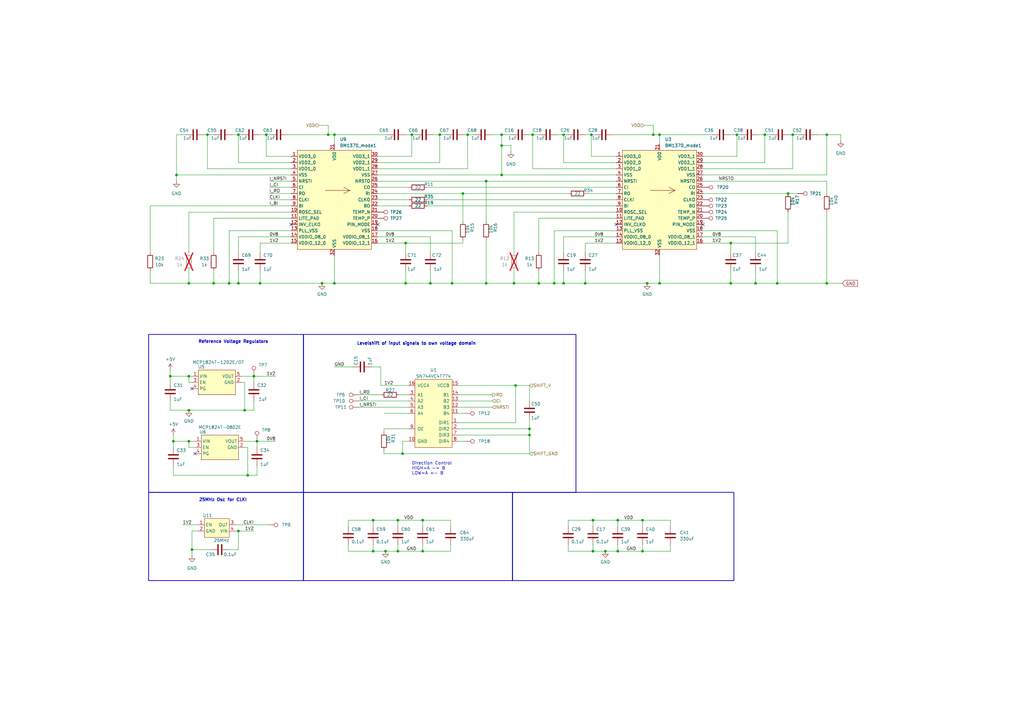
<source format=kicad_sch>
(kicad_sch
	(version 20231120)
	(generator "eeschema")
	(generator_version "8.0")
	(uuid "40795eae-28de-4986-9160-02f43c587d58")
	(paper "A3")
	(title_block
		(title "BitForgeNano")
		(date "2024-06-21")
		(rev "1.0")
		(comment 1 "Licensed under CERN-OHL-W version 2")
	)
	
	(junction
		(at 77.47 180.975)
		(diameter 0)
		(color 0 0 0 0)
		(uuid "06316301-2e48-46e7-8f78-f3b30928feba")
	)
	(junction
		(at 78.74 225.425)
		(diameter 0)
		(color 0 0 0 0)
		(uuid "0649bf5e-d992-4399-90df-2fae65d90096")
	)
	(junction
		(at 313.69 55.245)
		(diameter 0)
		(color 0 0 0 0)
		(uuid "09f5b165-f47b-47ba-916d-4af954449f5e")
	)
	(junction
		(at 105.41 180.975)
		(diameter 0.9144)
		(color 0 0 0 0)
		(uuid "0e19ce05-740e-44b3-82c0-1a6f3f322859")
	)
	(junction
		(at 270.51 55.245)
		(diameter 0)
		(color 0 0 0 0)
		(uuid "184ab11d-f1ad-4784-b9f3-82b2246a586d")
	)
	(junction
		(at 191.77 55.245)
		(diameter 0)
		(color 0 0 0 0)
		(uuid "26eff381-c896-4e7d-951c-368b7b53a9ee")
	)
	(junction
		(at 104.14 154.305)
		(diameter 0.9144)
		(color 0 0 0 0)
		(uuid "2a3ca027-7d91-445b-83cd-a232bb8270fc")
	)
	(junction
		(at 158.115 226.06)
		(diameter 0)
		(color 0 0 0 0)
		(uuid "2c354edb-de75-4c11-b7cb-a3d9c69c2d6d")
	)
	(junction
		(at 217.17 175.895)
		(diameter 0)
		(color 0 0 0 0)
		(uuid "2e0fda11-3569-41a2-b2ac-b0b4efebf845")
	)
	(junction
		(at 299.72 116.205)
		(diameter 0)
		(color 0 0 0 0)
		(uuid "38c32b8e-e58f-423c-a0d2-fc5efcd7e123")
	)
	(junction
		(at 339.09 116.205)
		(diameter 0)
		(color 0 0 0 0)
		(uuid "3ee29b47-065d-4a25-bb6c-397a33b22d09")
	)
	(junction
		(at 97.79 55.245)
		(diameter 0)
		(color 0 0 0 0)
		(uuid "3f916aca-2917-4298-9492-44d661ef9457")
	)
	(junction
		(at 69.85 154.305)
		(diameter 0)
		(color 0 0 0 0)
		(uuid "3fe09149-40f1-4cd3-9fad-6c029782726d")
	)
	(junction
		(at 211.455 158.115)
		(diameter 0)
		(color 0 0 0 0)
		(uuid "462a6cdf-7c92-463d-b640-20f72df97a6c")
	)
	(junction
		(at 153.035 226.06)
		(diameter 0.9144)
		(color 0 0 0 0)
		(uuid "470accb6-a29c-4d2d-8646-f300bf4403ce")
	)
	(junction
		(at 339.09 55.245)
		(diameter 0)
		(color 0 0 0 0)
		(uuid "4908a703-6d2a-4296-a16f-0c05d88860ae")
	)
	(junction
		(at 243.205 226.06)
		(diameter 0.9144)
		(color 0 0 0 0)
		(uuid "4b537460-ed0f-45be-be59-937534135ad4")
	)
	(junction
		(at 248.285 226.06)
		(diameter 0)
		(color 0 0 0 0)
		(uuid "4d6cfa79-372c-4c3f-a179-6092791274bb")
	)
	(junction
		(at 77.47 154.305)
		(diameter 0)
		(color 0 0 0 0)
		(uuid "4f6eac26-02be-4dc2-89f3-4abc37ead24d")
	)
	(junction
		(at 185.42 116.205)
		(diameter 0)
		(color 0 0 0 0)
		(uuid "503ba77d-689d-41ed-96c5-fd3ad2d4c495")
	)
	(junction
		(at 265.43 116.205)
		(diameter 0)
		(color 0 0 0 0)
		(uuid "50f66245-a419-459b-ac32-47a848d07032")
	)
	(junction
		(at 97.79 217.805)
		(diameter 0)
		(color 0 0 0 0)
		(uuid "53657d7d-685b-4587-9213-73d8d8fc46dc")
	)
	(junction
		(at 134.62 55.245)
		(diameter 0)
		(color 0 0 0 0)
		(uuid "54ca09d1-5275-4b23-ba09-9e2e7810df56")
	)
	(junction
		(at 163.195 226.06)
		(diameter 0.9144)
		(color 0 0 0 0)
		(uuid "56fb92a3-d296-4131-a4ec-122c8d77b690")
	)
	(junction
		(at 180.34 55.245)
		(diameter 0)
		(color 0 0 0 0)
		(uuid "5cdf8aa7-9c49-4094-9951-837ef5cd706e")
	)
	(junction
		(at 217.17 178.435)
		(diameter 0)
		(color 0 0 0 0)
		(uuid "5e76465f-37ce-47ea-ad53-ea2c34572bbe")
	)
	(junction
		(at 325.12 55.245)
		(diameter 0)
		(color 0 0 0 0)
		(uuid "6083a821-caef-448a-a0ce-430922081f8d")
	)
	(junction
		(at 263.525 213.36)
		(diameter 0)
		(color 0 0 0 0)
		(uuid "65ce0f72-ad05-4eda-adca-b91c1d1fbe27")
	)
	(junction
		(at 163.195 213.36)
		(diameter 0.9144)
		(color 0 0 0 0)
		(uuid "66507a0c-92f5-4402-aeeb-ead62c7f83d8")
	)
	(junction
		(at 87.63 116.205)
		(diameter 0)
		(color 0 0 0 0)
		(uuid "69a66edc-1bfc-44e6-8436-851e38b8d2b8")
	)
	(junction
		(at 109.22 55.245)
		(diameter 0)
		(color 0 0 0 0)
		(uuid "6dd5af11-0aea-4c3e-804c-4e9435ea890f")
	)
	(junction
		(at 231.14 116.205)
		(diameter 0)
		(color 0 0 0 0)
		(uuid "7a7ea699-64c1-47d1-a3cc-bdd7b46cc79e")
	)
	(junction
		(at 100.33 168.275)
		(diameter 0.9144)
		(color 0 0 0 0)
		(uuid "7b3713bd-dfb3-4ca9-a08f-c5737e008a91")
	)
	(junction
		(at 205.74 55.245)
		(diameter 0)
		(color 0 0 0 0)
		(uuid "7b57f430-001c-445a-b7d1-9ce27d6f10bc")
	)
	(junction
		(at 263.525 226.06)
		(diameter 0)
		(color 0 0 0 0)
		(uuid "7e8454ad-33d2-4bbb-a581-babb0b745916")
	)
	(junction
		(at 243.205 213.36)
		(diameter 0.9144)
		(color 0 0 0 0)
		(uuid "7f5fe328-feef-4ef0-803b-91f44dc3549c")
	)
	(junction
		(at 137.16 55.245)
		(diameter 0)
		(color 0 0 0 0)
		(uuid "85fb479a-4884-4c22-b9f1-365a9e5baf77")
	)
	(junction
		(at 270.51 116.205)
		(diameter 0)
		(color 0 0 0 0)
		(uuid "86eecff6-995c-4895-8ff4-d9ca3a626a3d")
	)
	(junction
		(at 227.33 116.205)
		(diameter 0)
		(color 0 0 0 0)
		(uuid "88c42a64-cf26-4425-9693-aa4833b21958")
	)
	(junction
		(at 253.365 226.06)
		(diameter 0.9144)
		(color 0 0 0 0)
		(uuid "8c087e1e-1a4b-4db0-bbc9-104c157e3d26")
	)
	(junction
		(at 101.6 194.945)
		(diameter 0.9144)
		(color 0 0 0 0)
		(uuid "8e3194dc-b1e4-4f88-a024-a972d37ae513")
	)
	(junction
		(at 153.035 213.36)
		(diameter 0.9144)
		(color 0 0 0 0)
		(uuid "8e78494f-8dff-41f9-a3fc-96c77c4c9808")
	)
	(junction
		(at 132.08 116.205)
		(diameter 0)
		(color 0 0 0 0)
		(uuid "8ef143db-4c7a-478c-abba-12fce10a8c71")
	)
	(junction
		(at 218.44 55.245)
		(diameter 0)
		(color 0 0 0 0)
		(uuid "92343399-b5da-4e76-847c-50da6257e36c")
	)
	(junction
		(at 189.865 79.375)
		(diameter 0)
		(color 0 0 0 0)
		(uuid "93778967-ed9d-47a5-ae60-44799e144999")
	)
	(junction
		(at 205.74 59.69)
		(diameter 0)
		(color 0 0 0 0)
		(uuid "9b2990d8-7de3-4ef7-85bd-927d0644a30f")
	)
	(junction
		(at 242.57 55.245)
		(diameter 0)
		(color 0 0 0 0)
		(uuid "9b5fd6b5-8969-4cb5-8cc2-a36690f16856")
	)
	(junction
		(at 165.1 186.055)
		(diameter 0)
		(color 0 0 0 0)
		(uuid "9c7de46e-bae1-4eb2-a90e-02b816a65025")
	)
	(junction
		(at 210.82 116.205)
		(diameter 0)
		(color 0 0 0 0)
		(uuid "a1de7e1c-4d48-4ec2-905d-baa4691040a6")
	)
	(junction
		(at 93.98 116.205)
		(diameter 0)
		(color 0 0 0 0)
		(uuid "a4c58749-a2bf-4f87-951d-129466ae8d40")
	)
	(junction
		(at 299.72 99.695)
		(diameter 0)
		(color 0 0 0 0)
		(uuid "a73abe00-2452-4b6a-9de3-abe99b0396dd")
	)
	(junction
		(at 166.37 99.695)
		(diameter 0)
		(color 0 0 0 0)
		(uuid "a8cbfb98-b50e-45c9-bdbd-1713aa8320d2")
	)
	(junction
		(at 176.53 116.205)
		(diameter 0)
		(color 0 0 0 0)
		(uuid "a95d912b-986e-483a-927b-2ce7fbc47fda")
	)
	(junction
		(at 168.91 55.245)
		(diameter 0)
		(color 0 0 0 0)
		(uuid "ac405b6e-2e45-4ca4-ac01-d6fbecac66a9")
	)
	(junction
		(at 106.68 116.205)
		(diameter 0)
		(color 0 0 0 0)
		(uuid "afeebd01-de49-4bf5-aefe-a83792a619f5")
	)
	(junction
		(at 199.39 74.295)
		(diameter 0)
		(color 0 0 0 0)
		(uuid "b097c257-490c-485a-996c-e07a992d6950")
	)
	(junction
		(at 253.365 213.36)
		(diameter 0.9144)
		(color 0 0 0 0)
		(uuid "b1b2fcac-4307-4998-a039-af0125a99a76")
	)
	(junction
		(at 85.09 55.245)
		(diameter 0)
		(color 0 0 0 0)
		(uuid "b6558745-475f-4dc5-ba61-47b092630dd0")
	)
	(junction
		(at 166.37 116.205)
		(diameter 0)
		(color 0 0 0 0)
		(uuid "b8b94d15-3ac9-4c9f-8d70-2090ce649779")
	)
	(junction
		(at 72.39 71.755)
		(diameter 0)
		(color 0 0 0 0)
		(uuid "be1b3ab8-df3e-459c-8a11-d8fac84627d6")
	)
	(junction
		(at 173.355 226.06)
		(diameter 0)
		(color 0 0 0 0)
		(uuid "d1110db7-3521-41bb-a1ba-4d34dce3639b")
	)
	(junction
		(at 309.88 116.205)
		(diameter 0)
		(color 0 0 0 0)
		(uuid "d1542b85-6da1-4137-aeb1-a5b0a2dfa13c")
	)
	(junction
		(at 220.98 116.205)
		(diameter 0)
		(color 0 0 0 0)
		(uuid "d1a99dfd-0975-4a11-9cc3-7cc7964377b7")
	)
	(junction
		(at 77.47 116.205)
		(diameter 0)
		(color 0 0 0 0)
		(uuid "d29a07ca-b29d-41f4-b77e-b39661642aa5")
	)
	(junction
		(at 71.12 180.975)
		(diameter 0)
		(color 0 0 0 0)
		(uuid "d5cd85f4-45b2-402c-a976-0d6331ba1c82")
	)
	(junction
		(at 240.03 116.205)
		(diameter 0)
		(color 0 0 0 0)
		(uuid "d6d57b1a-083d-43e2-b01f-2dc867fcd4fb")
	)
	(junction
		(at 323.215 79.375)
		(diameter 0)
		(color 0 0 0 0)
		(uuid "d8330001-de3d-49ea-9dff-ae49dd0a4963")
	)
	(junction
		(at 318.77 116.205)
		(diameter 0)
		(color 0 0 0 0)
		(uuid "d8fb0141-4b1a-4e68-9669-93fe9b97bbdb")
	)
	(junction
		(at 77.47 168.275)
		(diameter 0)
		(color 0 0 0 0)
		(uuid "deaf4c3d-c28b-45b8-8b8e-021ed2911fb4")
	)
	(junction
		(at 302.26 55.245)
		(diameter 0)
		(color 0 0 0 0)
		(uuid "df888fb3-5fb3-4d80-8989-36526b4c007d")
	)
	(junction
		(at 173.355 213.36)
		(diameter 0)
		(color 0 0 0 0)
		(uuid "e1118f44-f7c7-489a-953b-255bc8fc2b68")
	)
	(junction
		(at 267.97 55.245)
		(diameter 0)
		(color 0 0 0 0)
		(uuid "ebce190e-ad54-4ae5-8238-3265e0272a5a")
	)
	(junction
		(at 137.16 116.205)
		(diameter 0)
		(color 0 0 0 0)
		(uuid "f7af97c9-7301-456a-890b-82215f5433bc")
	)
	(junction
		(at 199.39 116.205)
		(diameter 0)
		(color 0 0 0 0)
		(uuid "f85d51f9-cdbc-4096-be7b-dc37791edfbe")
	)
	(junction
		(at 231.14 55.245)
		(diameter 0)
		(color 0 0 0 0)
		(uuid "faedf5f9-6162-4edb-a61c-90c630411fc8")
	)
	(junction
		(at 205.74 71.755)
		(diameter 0)
		(color 0 0 0 0)
		(uuid "fecb4ac5-1436-4abe-a198-7d6802931613")
	)
	(junction
		(at 97.79 116.205)
		(diameter 0)
		(color 0 0 0 0)
		(uuid "ff07c85d-eab4-4d90-b5a8-889202e59d97")
	)
	(no_connect
		(at 288.29 92.075)
		(uuid "517e54af-4997-42c6-94e8-e3421a2ed210")
	)
	(no_connect
		(at 80.01 186.055)
		(uuid "563532f1-009d-43c3-ba3c-05f8eb57f175")
	)
	(no_connect
		(at 154.94 92.075)
		(uuid "6ea2954d-f144-4a91-b714-0fe14d8f5daa")
	)
	(no_connect
		(at 252.73 92.075)
		(uuid "7e0ed7c4-0d97-42cb-a5a2-2dd59a6ba49e")
	)
	(no_connect
		(at 78.74 159.385)
		(uuid "c5bb7002-dc49-4fe1-8c74-cc52856a8ff5")
	)
	(no_connect
		(at 119.38 92.075)
		(uuid "d6448f4f-544f-48ab-ab4c-4bd49c95f163")
	)
	(wire
		(pts
			(xy 175.26 84.455) (xy 252.73 84.455)
		)
		(stroke
			(width 0)
			(type default)
		)
		(uuid "00144526-a424-4383-908d-065990d3e7c2")
	)
	(wire
		(pts
			(xy 104.14 154.305) (xy 104.14 156.845)
		)
		(stroke
			(width 0)
			(type solid)
		)
		(uuid "021d2a0b-bf5a-449b-9507-3c20806f69cf")
	)
	(wire
		(pts
			(xy 187.96 173.355) (xy 211.455 173.355)
		)
		(stroke
			(width 0)
			(type default)
		)
		(uuid "0273a347-7db2-4236-8a3e-1ec5044870d8")
	)
	(wire
		(pts
			(xy 325.12 69.215) (xy 325.12 55.245)
		)
		(stroke
			(width 0)
			(type default)
		)
		(uuid "05359944-30db-472a-9f43-7e049d33cedd")
	)
	(wire
		(pts
			(xy 302.26 55.245) (xy 303.53 55.245)
		)
		(stroke
			(width 0)
			(type default)
		)
		(uuid "076e2a75-131d-44b1-b936-4ba0b3823393")
	)
	(wire
		(pts
			(xy 109.22 55.245) (xy 110.49 55.245)
		)
		(stroke
			(width 0)
			(type default)
		)
		(uuid "07cef496-c3dc-4a0e-98bd-14c20cd5a448")
	)
	(wire
		(pts
			(xy 78.74 217.805) (xy 81.28 217.805)
		)
		(stroke
			(width 0)
			(type default)
		)
		(uuid "084520d4-51a5-416b-971d-eb3e22d561b5")
	)
	(wire
		(pts
			(xy 154.94 97.155) (xy 176.53 97.155)
		)
		(stroke
			(width 0)
			(type default)
		)
		(uuid "09084645-9a57-4e27-92e5-8c295308c039")
	)
	(wire
		(pts
			(xy 97.79 55.245) (xy 99.06 55.245)
		)
		(stroke
			(width 0)
			(type default)
		)
		(uuid "093e4019-ccce-498c-a4de-3515f8c71126")
	)
	(wire
		(pts
			(xy 339.09 86.995) (xy 339.09 116.205)
		)
		(stroke
			(width 0)
			(type default)
		)
		(uuid "0ac2194e-4cf6-432a-9344-8ccb496fffef")
	)
	(wire
		(pts
			(xy 184.785 223.52) (xy 184.785 226.06)
		)
		(stroke
			(width 0)
			(type default)
		)
		(uuid "0b6e4be4-e61b-48b1-a7a0-450affd5631f")
	)
	(wire
		(pts
			(xy 71.12 178.435) (xy 71.12 180.975)
		)
		(stroke
			(width 0)
			(type default)
		)
		(uuid "0b881cfc-e90d-41fa-84c5-369fcbad2056")
	)
	(wire
		(pts
			(xy 173.355 226.06) (xy 163.195 226.06)
		)
		(stroke
			(width 0)
			(type solid)
		)
		(uuid "0dab447c-6d93-43d6-af71-ab71ce4a6553")
	)
	(wire
		(pts
			(xy 187.96 180.975) (xy 190.5 180.975)
		)
		(stroke
			(width 0)
			(type default)
		)
		(uuid "0e86e8a2-6377-40a5-b016-772328218027")
	)
	(wire
		(pts
			(xy 71.12 180.975) (xy 77.47 180.975)
		)
		(stroke
			(width 0)
			(type solid)
		)
		(uuid "0ff2ef7d-378e-41f1-899a-798fecd7df72")
	)
	(wire
		(pts
			(xy 175.26 81.915) (xy 252.73 81.915)
		)
		(stroke
			(width 0)
			(type default)
		)
		(uuid "1078f992-746f-471d-adbe-743eb0a2dbf4")
	)
	(wire
		(pts
			(xy 240.665 79.375) (xy 252.73 79.375)
		)
		(stroke
			(width 0)
			(type default)
		)
		(uuid "10cc4b24-14d1-425d-95ec-1b1647f9196e")
	)
	(wire
		(pts
			(xy 97.79 97.155) (xy 119.38 97.155)
		)
		(stroke
			(width 0)
			(type default)
		)
		(uuid "10eaee10-4977-40e0-89dd-11185cdae7e7")
	)
	(wire
		(pts
			(xy 205.74 55.245) (xy 209.55 55.245)
		)
		(stroke
			(width 0)
			(type default)
		)
		(uuid "11fc31bc-6741-425b-81b4-f52ce6dc1e85")
	)
	(wire
		(pts
			(xy 217.17 178.435) (xy 217.17 186.055)
		)
		(stroke
			(width 0)
			(type default)
		)
		(uuid "12295dc0-64ba-4caf-a272-ad005fd5f9f4")
	)
	(wire
		(pts
			(xy 78.74 225.425) (xy 78.74 217.805)
		)
		(stroke
			(width 0)
			(type default)
		)
		(uuid "12ad159f-2e17-494e-beb3-b375b63bba7f")
	)
	(wire
		(pts
			(xy 185.42 116.205) (xy 199.39 116.205)
		)
		(stroke
			(width 0)
			(type default)
		)
		(uuid "13414dcb-10b3-4810-b396-4c7f520ee92a")
	)
	(wire
		(pts
			(xy 270.51 116.205) (xy 299.72 116.205)
		)
		(stroke
			(width 0)
			(type default)
		)
		(uuid "13b6eeb7-8fda-41d2-ba20-47e9539b7ed3")
	)
	(wire
		(pts
			(xy 142.875 213.36) (xy 153.035 213.36)
		)
		(stroke
			(width 0)
			(type solid)
		)
		(uuid "156d779f-c115-4f64-b8f1-df6e283e4ade")
	)
	(wire
		(pts
			(xy 100.33 168.275) (xy 77.47 168.275)
		)
		(stroke
			(width 0)
			(type solid)
		)
		(uuid "15d68085-e8ca-47a6-9d50-baf6913613df")
	)
	(wire
		(pts
			(xy 137.16 116.205) (xy 166.37 116.205)
		)
		(stroke
			(width 0)
			(type default)
		)
		(uuid "16ab85e0-7b42-4512-86dc-9ecbaddd7561")
	)
	(wire
		(pts
			(xy 339.09 116.205) (xy 345.44 116.205)
		)
		(stroke
			(width 0)
			(type default)
		)
		(uuid "189e7fb9-87bb-47ca-b4c3-47047d352e73")
	)
	(wire
		(pts
			(xy 187.96 158.115) (xy 211.455 158.115)
		)
		(stroke
			(width 0)
			(type default)
		)
		(uuid "192b6c08-adc8-434a-b0d4-4849927f7e85")
	)
	(wire
		(pts
			(xy 147.32 164.465) (xy 167.64 164.465)
		)
		(stroke
			(width 0)
			(type default)
		)
		(uuid "198b98b2-8a60-4071-a262-dc6f11999adc")
	)
	(wire
		(pts
			(xy 180.34 55.245) (xy 182.88 55.245)
		)
		(stroke
			(width 0)
			(type default)
		)
		(uuid "1c575c2f-1e5d-4a50-8de9-5520ea4e1b83")
	)
	(wire
		(pts
			(xy 288.29 69.215) (xy 325.12 69.215)
		)
		(stroke
			(width 0)
			(type default)
		)
		(uuid "1d858dc1-d910-4010-8185-1192ddb9a83e")
	)
	(wire
		(pts
			(xy 163.195 226.06) (xy 158.115 226.06)
		)
		(stroke
			(width 0)
			(type solid)
		)
		(uuid "1dbd1593-0e0b-43b0-803a-989b18bff70e")
	)
	(wire
		(pts
			(xy 302.26 64.135) (xy 302.26 55.245)
		)
		(stroke
			(width 0)
			(type default)
		)
		(uuid "20abffc5-409c-4bfe-b133-4b11d56ef1aa")
	)
	(wire
		(pts
			(xy 292.1 55.245) (xy 270.51 55.245)
		)
		(stroke
			(width 0)
			(type default)
		)
		(uuid "220c4503-da9d-422d-8ec6-a5d8c91316aa")
	)
	(wire
		(pts
			(xy 191.77 69.215) (xy 191.77 55.245)
		)
		(stroke
			(width 0)
			(type default)
		)
		(uuid "235ce656-f55e-48be-bb40-d439332cfb00")
	)
	(wire
		(pts
			(xy 119.38 94.615) (xy 93.98 94.615)
		)
		(stroke
			(width 0)
			(type default)
		)
		(uuid "237496b8-e759-4e46-8d5c-6defe38a89f7")
	)
	(wire
		(pts
			(xy 211.455 173.355) (xy 211.455 158.115)
		)
		(stroke
			(width 0)
			(type default)
		)
		(uuid "23bdd59b-4c86-427b-85d8-eac8446440ee")
	)
	(wire
		(pts
			(xy 106.68 111.125) (xy 106.68 116.205)
		)
		(stroke
			(width 0)
			(type default)
		)
		(uuid "23d6fe0e-c13b-4dc8-ba8b-ed262796d45a")
	)
	(wire
		(pts
			(xy 69.85 154.305) (xy 77.47 154.305)
		)
		(stroke
			(width 0)
			(type solid)
		)
		(uuid "23e8827a-2f25-4a18-9bc9-e3702a7b8e8f")
	)
	(wire
		(pts
			(xy 173.355 226.06) (xy 184.785 226.06)
		)
		(stroke
			(width 0)
			(type default)
		)
		(uuid "240f4c37-166e-432b-bbbb-1a626c82987b")
	)
	(wire
		(pts
			(xy 243.205 215.9) (xy 243.205 213.36)
		)
		(stroke
			(width 0)
			(type solid)
		)
		(uuid "243b9031-9a73-4f67-89b7-bee6b0566aa0")
	)
	(wire
		(pts
			(xy 288.29 74.295) (xy 339.09 74.295)
		)
		(stroke
			(width 0)
			(type default)
		)
		(uuid "2481dad3-ce9f-4e02-bd89-8843ca04da59")
	)
	(wire
		(pts
			(xy 323.215 79.375) (xy 327.025 79.375)
		)
		(stroke
			(width 0)
			(type default)
		)
		(uuid "25664a64-3be1-4f3c-ae8b-b8f9040b1276")
	)
	(wire
		(pts
			(xy 167.64 175.895) (xy 157.48 175.895)
		)
		(stroke
			(width 0)
			(type default)
		)
		(uuid "25948e91-f571-4026-a100-c673277cc627")
	)
	(wire
		(pts
			(xy 253.365 226.06) (xy 248.285 226.06)
		)
		(stroke
			(width 0)
			(type solid)
		)
		(uuid "26cf7cc1-6834-4411-98a9-c2cecad8d2ba")
	)
	(wire
		(pts
			(xy 309.88 116.205) (xy 318.77 116.205)
		)
		(stroke
			(width 0)
			(type default)
		)
		(uuid "27128470-9ee3-4704-9535-a52607a0af19")
	)
	(wire
		(pts
			(xy 152.4 150.495) (xy 156.21 150.495)
		)
		(stroke
			(width 0)
			(type default)
		)
		(uuid "275e07a6-7b3b-4587-a09d-cf6f927a1f26")
	)
	(wire
		(pts
			(xy 270.51 104.775) (xy 270.51 116.205)
		)
		(stroke
			(width 0)
			(type default)
		)
		(uuid "27a88cef-46b3-47a7-90dc-3db6cf91c3bf")
	)
	(wire
		(pts
			(xy 72.39 55.245) (xy 76.2 55.245)
		)
		(stroke
			(width 0)
			(type default)
		)
		(uuid "286142f3-08a8-46f1-aafc-5cc670a89cfd")
	)
	(wire
		(pts
			(xy 96.52 215.265) (xy 109.855 215.265)
		)
		(stroke
			(width 0)
			(type default)
		)
		(uuid "28c16237-a375-4f21-b715-b8c43fcdb012")
	)
	(wire
		(pts
			(xy 97.79 217.805) (xy 104.14 217.805)
		)
		(stroke
			(width 0)
			(type default)
		)
		(uuid "28fba0d2-a9b5-4bbb-bad3-2a97146ae867")
	)
	(wire
		(pts
			(xy 231.14 97.155) (xy 252.73 97.155)
		)
		(stroke
			(width 0)
			(type default)
		)
		(uuid "2ad9d8da-7ffc-423c-b7b6-a1a5df5390ea")
	)
	(wire
		(pts
			(xy 166.37 111.125) (xy 166.37 116.205)
		)
		(stroke
			(width 0)
			(type default)
		)
		(uuid "2b6cfeec-a782-42ab-a37b-88c891d4ad21")
	)
	(wire
		(pts
			(xy 240.03 116.205) (xy 265.43 116.205)
		)
		(stroke
			(width 0)
			(type default)
		)
		(uuid "2c66f2cc-f38d-4653-a87c-8f1a967455d1")
	)
	(wire
		(pts
			(xy 185.42 94.615) (xy 185.42 116.205)
		)
		(stroke
			(width 0)
			(type default)
		)
		(uuid "2eb2a942-7ba3-4a1b-8fce-88ef7492f39a")
	)
	(wire
		(pts
			(xy 106.68 99.695) (xy 106.68 103.505)
		)
		(stroke
			(width 0)
			(type default)
		)
		(uuid "32b4617f-3843-4262-83b9-cf8c093da35b")
	)
	(wire
		(pts
			(xy 248.285 226.06) (xy 243.205 226.06)
		)
		(stroke
			(width 0)
			(type solid)
		)
		(uuid "333f9ed1-8365-48fe-875c-2e77965214ba")
	)
	(wire
		(pts
			(xy 72.39 71.755) (xy 72.39 74.295)
		)
		(stroke
			(width 0)
			(type default)
		)
		(uuid "34a5aa3d-c7b0-4942-be49-3cc26acb6f33")
	)
	(wire
		(pts
			(xy 288.29 99.695) (xy 299.72 99.695)
		)
		(stroke
			(width 0)
			(type default)
		)
		(uuid "35707ff2-91e2-4615-8887-5edafebddfef")
	)
	(wire
		(pts
			(xy 253.365 223.52) (xy 253.365 226.06)
		)
		(stroke
			(width 0)
			(type solid)
		)
		(uuid "35d67729-0e21-4384-b48a-8aa86df7c113")
	)
	(wire
		(pts
			(xy 101.6 183.515) (xy 100.33 183.515)
		)
		(stroke
			(width 0)
			(type default)
		)
		(uuid "36388624-255a-419a-a042-31b2c298e170")
	)
	(wire
		(pts
			(xy 228.6 55.245) (xy 231.14 55.245)
		)
		(stroke
			(width 0)
			(type default)
		)
		(uuid "37bc0630-1259-4a5d-938d-3404e24dea4d")
	)
	(wire
		(pts
			(xy 288.29 71.755) (xy 339.09 71.755)
		)
		(stroke
			(width 0)
			(type default)
		)
		(uuid "385e4b13-5182-4e3b-8dcf-f711fb808acf")
	)
	(wire
		(pts
			(xy 211.455 158.115) (xy 217.17 158.115)
		)
		(stroke
			(width 0)
			(type default)
		)
		(uuid "39b5437c-0155-42ab-8dde-c7fb4497fe48")
	)
	(wire
		(pts
			(xy 240.03 99.695) (xy 240.03 103.505)
		)
		(stroke
			(width 0)
			(type default)
		)
		(uuid "3b6a1855-ad9c-41a4-8baa-aa4d5c58b328")
	)
	(wire
		(pts
			(xy 288.29 97.155) (xy 309.88 97.155)
		)
		(stroke
			(width 0)
			(type default)
		)
		(uuid "3bc7aa27-3350-46bc-b18e-59ea18367812")
	)
	(wire
		(pts
			(xy 217.17 55.245) (xy 218.44 55.245)
		)
		(stroke
			(width 0)
			(type default)
		)
		(uuid "3c2a33dc-5d74-4e92-b71c-91cb539355cf")
	)
	(wire
		(pts
			(xy 339.09 71.755) (xy 339.09 55.245)
		)
		(stroke
			(width 0)
			(type default)
		)
		(uuid "3cb6fc0e-adbf-4f38-b70f-8262ed76707f")
	)
	(wire
		(pts
			(xy 227.33 116.205) (xy 231.14 116.205)
		)
		(stroke
			(width 0)
			(type default)
		)
		(uuid "3dc208bf-6ce7-4c2c-8f1e-c50f62d79606")
	)
	(wire
		(pts
			(xy 166.37 116.205) (xy 176.53 116.205)
		)
		(stroke
			(width 0)
			(type default)
		)
		(uuid "3e46800d-1199-48dc-9369-855994787802")
	)
	(wire
		(pts
			(xy 110.49 74.295) (xy 119.38 74.295)
		)
		(stroke
			(width 0)
			(type default)
		)
		(uuid "3e933085-401a-4516-9f61-4ef5a14d8982")
	)
	(wire
		(pts
			(xy 154.94 69.215) (xy 191.77 69.215)
		)
		(stroke
			(width 0)
			(type default)
		)
		(uuid "3ebae562-77cd-4481-a5e8-e77358f7534a")
	)
	(wire
		(pts
			(xy 97.79 111.125) (xy 97.79 116.205)
		)
		(stroke
			(width 0)
			(type default)
		)
		(uuid "3faeaafb-31fe-4320-8ce6-c55c18eb43ca")
	)
	(wire
		(pts
			(xy 77.47 86.995) (xy 77.47 103.505)
		)
		(stroke
			(width 0)
			(type default)
		)
		(uuid "416ea806-b32d-4356-8f15-1b52dcb94580")
	)
	(wire
		(pts
			(xy 274.955 223.52) (xy 274.955 226.06)
		)
		(stroke
			(width 0)
			(type default)
		)
		(uuid "41d7edd1-964e-45d6-afeb-e71f3ea48803")
	)
	(wire
		(pts
			(xy 105.41 191.135) (xy 105.41 194.945)
		)
		(stroke
			(width 0)
			(type default)
		)
		(uuid "4463f57b-4be6-4eb3-9a58-9333b7d8e90a")
	)
	(wire
		(pts
			(xy 189.865 79.375) (xy 189.865 90.805)
		)
		(stroke
			(width 0)
			(type default)
		)
		(uuid "4499d1b5-39e7-4605-a6af-0b7e7fecc8f0")
	)
	(wire
		(pts
			(xy 119.38 89.535) (xy 87.63 89.535)
		)
		(stroke
			(width 0)
			(type default)
		)
		(uuid "4544accb-9e95-4721-95b2-1f3f3e7c124b")
	)
	(wire
		(pts
			(xy 134.62 55.245) (xy 137.16 55.245)
		)
		(stroke
			(width 0)
			(type default)
		)
		(uuid "454a0659-ac6b-4f15-915f-e8e0fb88cbd4")
	)
	(wire
		(pts
			(xy 189.865 99.695) (xy 166.37 99.695)
		)
		(stroke
			(width 0)
			(type default)
		)
		(uuid "46a5aa9e-a182-45d3-a151-5bdbeb6741a1")
	)
	(wire
		(pts
			(xy 240.03 111.125) (xy 240.03 116.205)
		)
		(stroke
			(width 0)
			(type default)
		)
		(uuid "46d8e7f4-046d-4a0d-b35d-4481c7befa1f")
	)
	(wire
		(pts
			(xy 99.06 154.305) (xy 104.14 154.305)
		)
		(stroke
			(width 0)
			(type solid)
		)
		(uuid "4831fe83-10f6-4189-9c32-691d578effd5")
	)
	(wire
		(pts
			(xy 252.73 71.755) (xy 205.74 71.755)
		)
		(stroke
			(width 0)
			(type default)
		)
		(uuid "4851e393-adeb-4a7f-95e4-66b0e0c67abc")
	)
	(wire
		(pts
			(xy 263.525 223.52) (xy 263.525 226.06)
		)
		(stroke
			(width 0)
			(type solid)
		)
		(uuid "487cced1-09da-4aa8-9d52-53825bdce5f8")
	)
	(wire
		(pts
			(xy 240.03 99.695) (xy 252.73 99.695)
		)
		(stroke
			(width 0)
			(type default)
		)
		(uuid "48cca622-3e4b-4a21-93be-5b54f6c3bed3")
	)
	(wire
		(pts
			(xy 61.595 84.455) (xy 61.595 103.505)
		)
		(stroke
			(width 0)
			(type default)
		)
		(uuid "494af2b6-5159-499a-bdef-82061af606a4")
	)
	(wire
		(pts
			(xy 154.94 79.375) (xy 189.865 79.375)
		)
		(stroke
			(width 0)
			(type default)
		)
		(uuid "49efa3d8-e966-46a6-bbe3-56d7c1a44357")
	)
	(wire
		(pts
			(xy 339.09 79.375) (xy 339.09 74.295)
		)
		(stroke
			(width 0)
			(type default)
		)
		(uuid "4a00c7f3-0653-4dc1-99be-422c705f0df3")
	)
	(wire
		(pts
			(xy 137.16 55.245) (xy 137.16 59.055)
		)
		(stroke
			(width 0)
			(type default)
		)
		(uuid "4a2922e8-f7f8-4470-b0ce-f5786733ee66")
	)
	(wire
		(pts
			(xy 137.16 104.775) (xy 137.16 116.205)
		)
		(stroke
			(width 0)
			(type default)
		)
		(uuid "4c61b5b5-4a07-40a0-b06d-f7f567a9aca6")
	)
	(wire
		(pts
			(xy 130.81 51.435) (xy 134.62 51.435)
		)
		(stroke
			(width 0)
			(type default)
		)
		(uuid "4c8551d9-7f12-4d2c-99bd-59811084ec02")
	)
	(wire
		(pts
			(xy 77.47 183.515) (xy 77.47 180.975)
		)
		(stroke
			(width 0)
			(type solid)
		)
		(uuid "4ce9b2e3-a685-4626-bbb2-c5fc0efd040e")
	)
	(wire
		(pts
			(xy 154.94 84.455) (xy 167.64 84.455)
		)
		(stroke
			(width 0)
			(type default)
		)
		(uuid "4e567a4e-7aa4-49b1-b7aa-d90242a5fadc")
	)
	(wire
		(pts
			(xy 176.53 111.125) (xy 176.53 116.205)
		)
		(stroke
			(width 0)
			(type default)
		)
		(uuid "4ea71842-a3fb-42c0-a0fd-fd00951d1a78")
	)
	(wire
		(pts
			(xy 106.68 116.205) (xy 132.08 116.205)
		)
		(stroke
			(width 0)
			(type default)
		)
		(uuid "4f2d21fb-6edb-417a-93ea-440dc3d69555")
	)
	(wire
		(pts
			(xy 187.96 169.545) (xy 190.5 169.545)
		)
		(stroke
			(width 0)
			(type default)
		)
		(uuid "4f4d836d-5fe0-4174-a870-0fbb4164ff78")
	)
	(wire
		(pts
			(xy 156.21 150.495) (xy 156.21 158.115)
		)
		(stroke
			(width 0)
			(type default)
		)
		(uuid "50dbb2f1-8275-4309-8c0f-edfae473c3a9")
	)
	(wire
		(pts
			(xy 339.09 55.245) (xy 344.805 55.245)
		)
		(stroke
			(width 0)
			(type default)
		)
		(uuid "5143ee59-272d-4ea2-9bb4-b7f26bcdf95b")
	)
	(wire
		(pts
			(xy 77.47 116.205) (xy 87.63 116.205)
		)
		(stroke
			(width 0)
			(type default)
		)
		(uuid "52eef1d8-b40a-4f14-8546-573260eb4976")
	)
	(wire
		(pts
			(xy 74.93 215.265) (xy 81.28 215.265)
		)
		(stroke
			(width 0)
			(type default)
		)
		(uuid "532334bf-5e42-4c7f-95bd-f9d0e3af1dc7")
	)
	(wire
		(pts
			(xy 191.77 55.245) (xy 194.31 55.245)
		)
		(stroke
			(width 0)
			(type default)
		)
		(uuid "533a4229-1331-479c-90cd-5b4997e33aff")
	)
	(wire
		(pts
			(xy 242.57 55.245) (xy 242.57 64.135)
		)
		(stroke
			(width 0)
			(type default)
		)
		(uuid "53f90172-a83e-4480-b159-67de4b678e86")
	)
	(wire
		(pts
			(xy 106.68 55.245) (xy 109.22 55.245)
		)
		(stroke
			(width 0)
			(type default)
		)
		(uuid "562fe901-d07e-4480-b529-8c5c66c20105")
	)
	(wire
		(pts
			(xy 154.94 74.295) (xy 199.39 74.295)
		)
		(stroke
			(width 0)
			(type default)
		)
		(uuid "56874bde-5565-43fc-878f-2ee0c981212b")
	)
	(wire
		(pts
			(xy 288.29 94.615) (xy 318.77 94.615)
		)
		(stroke
			(width 0)
			(type default)
		)
		(uuid "56defb2c-61ee-41f0-a905-34595e35c3a3")
	)
	(wire
		(pts
			(xy 134.62 51.435) (xy 134.62 55.245)
		)
		(stroke
			(width 0)
			(type default)
		)
		(uuid "570f07de-0860-474c-b6d6-855f6da41976")
	)
	(wire
		(pts
			(xy 210.82 86.995) (xy 210.82 103.505)
		)
		(stroke
			(width 0)
			(type default)
		)
		(uuid "57bcdcfc-21e2-457a-b09b-4b5f487fb7fc")
	)
	(wire
		(pts
			(xy 218.44 69.215) (xy 252.73 69.215)
		)
		(stroke
			(width 0)
			(type default)
		)
		(uuid "57d87f7b-c6e6-47cf-be1b-cf35141fe5fe")
	)
	(wire
		(pts
			(xy 199.39 90.805) (xy 199.39 74.295)
		)
		(stroke
			(width 0)
			(type default)
		)
		(uuid "582979e5-b324-4f3d-af7d-43356b0a1e72")
	)
	(wire
		(pts
			(xy 173.355 223.52) (xy 173.355 226.06)
		)
		(stroke
			(width 0)
			(type solid)
		)
		(uuid "588c1ea9-907d-44b5-a165-c5bfa46719b9")
	)
	(wire
		(pts
			(xy 77.47 86.995) (xy 119.38 86.995)
		)
		(stroke
			(width 0)
			(type default)
		)
		(uuid "59027408-f576-46d1-bc16-728c490d3e81")
	)
	(wire
		(pts
			(xy 313.69 55.245) (xy 316.23 55.245)
		)
		(stroke
			(width 0)
			(type default)
		)
		(uuid "599e33cd-dd0b-47c1-8ac5-8c5184835364")
	)
	(wire
		(pts
			(xy 180.34 66.675) (xy 180.34 55.245)
		)
		(stroke
			(width 0)
			(type default)
		)
		(uuid "5a5b67ba-a226-4162-a0b1-e0d8a24d501b")
	)
	(wire
		(pts
			(xy 106.68 99.695) (xy 119.38 99.695)
		)
		(stroke
			(width 0)
			(type default)
		)
		(uuid "5c28c5bd-7135-44fb-9d33-26ef9b11251a")
	)
	(wire
		(pts
			(xy 165.1 180.975) (xy 165.1 186.055)
		)
		(stroke
			(width 0)
			(type default)
		)
		(uuid "5c625899-3642-4ba8-bcc6-a54d752ba6c8")
	)
	(wire
		(pts
			(xy 309.88 97.155) (xy 309.88 103.505)
		)
		(stroke
			(width 0)
			(type default)
		)
		(uuid "5cab8398-cf44-441e-afb4-b27e6231d6fa")
	)
	(wire
		(pts
			(xy 210.82 86.995) (xy 252.73 86.995)
		)
		(stroke
			(width 0)
			(type default)
		)
		(uuid "5d617ce8-7499-4525-bbf2-cb3c5d36bb8d")
	)
	(wire
		(pts
			(xy 157.48 169.545) (xy 167.64 169.545)
		)
		(stroke
			(width 0)
			(type default)
		)
		(uuid "5df48016-d18c-4938-89fd-c5d3e9321ec9")
	)
	(wire
		(pts
			(xy 167.64 167.005) (xy 147.32 167.005)
		)
		(stroke
			(width 0)
			(type default)
		)
		(uuid "5ec834f7-c9eb-4423-9e71-af8bfbe20796")
	)
	(wire
		(pts
			(xy 95.25 55.245) (xy 97.79 55.245)
		)
		(stroke
			(width 0)
			(type default)
		)
		(uuid "60bbcccf-1f79-4765-92f5-f4125ac0d118")
	)
	(wire
		(pts
			(xy 270.51 55.245) (xy 270.51 59.055)
		)
		(stroke
			(width 0)
			(type default)
		)
		(uuid "647a914e-8322-478d-ba8e-442e1f2021e4")
	)
	(wire
		(pts
			(xy 205.74 59.69) (xy 205.74 55.245)
		)
		(stroke
			(width 0)
			(type default)
		)
		(uuid "64a6c1cc-7bd3-47c8-bec9-107852a94268")
	)
	(wire
		(pts
			(xy 187.96 175.895) (xy 217.17 175.895)
		)
		(stroke
			(width 0)
			(type default)
		)
		(uuid "65a4bead-15ab-4f0e-bf59-d89c5503510e")
	)
	(wire
		(pts
			(xy 323.215 86.995) (xy 323.215 99.695)
		)
		(stroke
			(width 0)
			(type default)
		)
		(uuid "6617bdb2-27ed-426e-9c2c-65dbeeb762fe")
	)
	(wire
		(pts
			(xy 220.98 116.205) (xy 227.33 116.205)
		)
		(stroke
			(width 0)
			(type default)
		)
		(uuid "672f4406-bfa2-4323-8237-ae85193d18b7")
	)
	(wire
		(pts
			(xy 110.49 76.835) (xy 119.38 76.835)
		)
		(stroke
			(width 0)
			(type default)
		)
		(uuid "680974db-05d6-40bf-a875-fd81b5acb1cc")
	)
	(wire
		(pts
			(xy 104.14 168.275) (xy 100.33 168.275)
		)
		(stroke
			(width 0)
			(type solid)
		)
		(uuid "689fa578-d8f0-4a84-92a4-aed05c523cde")
	)
	(wire
		(pts
			(xy 85.09 69.215) (xy 85.09 55.245)
		)
		(stroke
			(width 0)
			(type default)
		)
		(uuid "6b8d3e0d-e214-4990-81ee-83ba352c71c6")
	)
	(wire
		(pts
			(xy 299.72 111.125) (xy 299.72 116.205)
		)
		(stroke
			(width 0)
			(type default)
		)
		(uuid "6cf52c86-ccba-423d-a5ac-28b34a420452")
	)
	(wire
		(pts
			(xy 154.94 76.835) (xy 167.64 76.835)
		)
		(stroke
			(width 0)
			(type default)
		)
		(uuid "6e97785b-cbca-4d79-8d64-c76b3a98b93d")
	)
	(wire
		(pts
			(xy 71.12 180.975) (xy 71.12 183.515)
		)
		(stroke
			(width 0)
			(type solid)
		)
		(uuid "6f402430-f486-4cd4-bf93-86f257ac1414")
	)
	(wire
		(pts
			(xy 163.195 215.9) (xy 163.195 213.36)
		)
		(stroke
			(width 0)
			(type solid)
		)
		(uuid "71af415e-cfd7-40f4-b556-16a1bab6f849")
	)
	(wire
		(pts
			(xy 109.22 55.245) (xy 109.22 64.135)
		)
		(stroke
			(width 0)
			(type default)
		)
		(uuid "731f5e2f-bb5c-4d97-87b2-9878b7559c78")
	)
	(wire
		(pts
			(xy 142.875 223.52) (xy 142.875 226.06)
		)
		(stroke
			(width 0)
			(type solid)
		)
		(uuid "73390a60-0b35-49fb-a1a3-9822ec0fe5b1")
	)
	(wire
		(pts
			(xy 87.63 89.535) (xy 87.63 103.505)
		)
		(stroke
			(width 0)
			(type default)
		)
		(uuid "73515855-88ba-4075-8b14-334b5a3e8f79")
	)
	(wire
		(pts
			(xy 288.29 66.675) (xy 313.69 66.675)
		)
		(stroke
			(width 0)
			(type default)
		)
		(uuid "752cab7f-8f14-4b6b-8310-bc25891c2cf4")
	)
	(wire
		(pts
			(xy 267.97 51.435) (xy 267.97 55.245)
		)
		(stroke
			(width 0)
			(type default)
		)
		(uuid "7534096d-815a-403a-bfdb-df7a2b6526f2")
	)
	(wire
		(pts
			(xy 154.94 99.695) (xy 166.37 99.695)
		)
		(stroke
			(width 0)
			(type default)
		)
		(uuid "7a1e83bf-b38c-4327-ade9-de67a3bd8183")
	)
	(wire
		(pts
			(xy 78.74 225.425) (xy 78.74 227.965)
		)
		(stroke
			(width 0)
			(type default)
		)
		(uuid "7bbec031-b05a-4841-9851-2eea1405c3c4")
	)
	(wire
		(pts
			(xy 69.85 151.765) (xy 69.85 154.305)
		)
		(stroke
			(width 0)
			(type default)
		)
		(uuid "7f2821af-51e5-41c0-b892-bf5418fbcfc4")
	)
	(wire
		(pts
			(xy 118.11 55.245) (xy 134.62 55.245)
		)
		(stroke
			(width 0)
			(type default)
		)
		(uuid "7f700a70-fef6-4385-8bb8-1cc9c3ea7a36")
	)
	(wire
		(pts
			(xy 190.5 55.245) (xy 191.77 55.245)
		)
		(stroke
			(width 0)
			(type default)
		)
		(uuid "8075eb31-992e-40d1-bd3d-81b6ef0862d2")
	)
	(wire
		(pts
			(xy 167.64 180.975) (xy 165.1 180.975)
		)
		(stroke
			(width 0)
			(type default)
		)
		(uuid "80bc3f24-3e43-4c7b-8fd3-67e144bc2544")
	)
	(wire
		(pts
			(xy 263.525 226.06) (xy 253.365 226.06)
		)
		(stroke
			(width 0)
			(type solid)
		)
		(uuid "81d05535-497a-4d11-9c95-4bbde2e7658a")
	)
	(wire
		(pts
			(xy 83.82 55.245) (xy 85.09 55.245)
		)
		(stroke
			(width 0)
			(type default)
		)
		(uuid "83275628-ff51-47e4-9cba-d083bac5710e")
	)
	(wire
		(pts
			(xy 325.12 55.245) (xy 327.66 55.245)
		)
		(stroke
			(width 0)
			(type default)
		)
		(uuid "844d4cc0-2bd3-4ebd-b367-f2bd2c9ce3a6")
	)
	(wire
		(pts
			(xy 97.79 225.425) (xy 97.79 217.805)
		)
		(stroke
			(width 0)
			(type default)
		)
		(uuid "856256a7-2bea-420c-9bc2-d0caebc3eaea")
	)
	(wire
		(pts
			(xy 105.41 180.975) (xy 105.41 183.515)
		)
		(stroke
			(width 0)
			(type solid)
		)
		(uuid "858e4ce0-8bd3-4774-93d9-2e7237643035")
	)
	(wire
		(pts
			(xy 153.035 223.52) (xy 153.035 226.06)
		)
		(stroke
			(width 0)
			(type solid)
		)
		(uuid "86503649-c80a-4b6c-a6cf-b70ea646c369")
	)
	(wire
		(pts
			(xy 252.73 89.535) (xy 220.98 89.535)
		)
		(stroke
			(width 0)
			(type default)
		)
		(uuid "865864a0-b750-46cb-b492-66621c56a649")
	)
	(wire
		(pts
			(xy 101.6 194.945) (xy 71.12 194.945)
		)
		(stroke
			(width 0)
			(type solid)
		)
		(uuid "876ad80e-f5ca-4d1c-a41c-44d90e9e3da1")
	)
	(wire
		(pts
			(xy 265.43 116.205) (xy 270.51 116.205)
		)
		(stroke
			(width 0)
			(type default)
		)
		(uuid "89690b11-13e1-44d2-9b48-923fcdaaa59b")
	)
	(wire
		(pts
			(xy 165.1 186.055) (xy 157.48 186.055)
		)
		(stroke
			(width 0)
			(type default)
		)
		(uuid "8acc11e8-1188-43b5-b6cb-44f615d95b1c")
	)
	(wire
		(pts
			(xy 105.41 180.975) (xy 113.03 180.975)
		)
		(stroke
			(width 0)
			(type solid)
		)
		(uuid "8c5812a9-2dd7-4ed2-913c-d086a552ff2a")
	)
	(wire
		(pts
			(xy 233.045 215.9) (xy 233.045 213.36)
		)
		(stroke
			(width 0)
			(type solid)
		)
		(uuid "8f6b8559-75be-4288-94eb-cca9bbe593ef")
	)
	(wire
		(pts
			(xy 344.805 55.245) (xy 344.805 57.785)
		)
		(stroke
			(width 0)
			(type default)
		)
		(uuid "901e3eea-1240-447b-b3c7-0c3ba808980a")
	)
	(wire
		(pts
			(xy 253.365 215.9) (xy 253.365 213.36)
		)
		(stroke
			(width 0)
			(type solid)
		)
		(uuid "903d7cd4-17d3-47d4-8bc5-be20e649cf98")
	)
	(wire
		(pts
			(xy 240.03 55.245) (xy 242.57 55.245)
		)
		(stroke
			(width 0)
			(type default)
		)
		(uuid "940e66ca-9177-4d55-bfb2-3cfb741fa35d")
	)
	(wire
		(pts
			(xy 77.47 156.845) (xy 78.74 156.845)
		)
		(stroke
			(width 0)
			(type default)
		)
		(uuid "9459d04b-70b5-421a-a54e-5d6ba3e60da0")
	)
	(wire
		(pts
			(xy 157.48 186.055) (xy 157.48 184.785)
		)
		(stroke
			(width 0)
			(type default)
		)
		(uuid "948b3041-0303-4033-bb74-7edd9a894476")
	)
	(wire
		(pts
			(xy 158.115 226.06) (xy 153.035 226.06)
		)
		(stroke
			(width 0)
			(type solid)
		)
		(uuid "94f3cf41-644c-402f-a04c-db026d5a1f90")
	)
	(wire
		(pts
			(xy 77.47 183.515) (xy 80.01 183.515)
		)
		(stroke
			(width 0)
			(type default)
		)
		(uuid "95cd4c50-e298-4acc-bcae-d2888c37b1d6")
	)
	(wire
		(pts
			(xy 166.37 99.695) (xy 166.37 103.505)
		)
		(stroke
			(width 0)
			(type default)
		)
		(uuid "96013712-0f52-4fc3-bb80-77d525059e1a")
	)
	(wire
		(pts
			(xy 243.205 226.06) (xy 233.045 226.06)
		)
		(stroke
			(width 0)
			(type solid)
		)
		(uuid "9701c0ac-dea7-4f79-9352-be2bf3a93686")
	)
	(wire
		(pts
			(xy 97.79 116.205) (xy 106.68 116.205)
		)
		(stroke
			(width 0)
			(type default)
		)
		(uuid "977d29a6-cfd3-4faf-a420-8ce7c2ca3cb1")
	)
	(wire
		(pts
			(xy 104.14 164.465) (xy 104.14 168.275)
		)
		(stroke
			(width 0)
			(type default)
		)
		(uuid "97819175-fa0a-4009-91a1-5a8db616503f")
	)
	(wire
		(pts
			(xy 100.33 156.845) (xy 99.06 156.845)
		)
		(stroke
			(width 0)
			(type default)
		)
		(uuid "979f8ffb-719f-42f6-a7df-e27e9ef987fd")
	)
	(wire
		(pts
			(xy 209.55 59.69) (xy 209.55 62.23)
		)
		(stroke
			(width 0)
			(type default)
		)
		(uuid "98312c7c-3667-4d37-af8f-93369db0b9ec")
	)
	(wire
		(pts
			(xy 218.44 55.245) (xy 220.98 55.245)
		)
		(stroke
			(width 0)
			(type default)
		)
		(uuid "98690dbb-85f8-426a-b9cd-5d86de1eb59c")
	)
	(wire
		(pts
			(xy 61.595 116.205) (xy 77.47 116.205)
		)
		(stroke
			(width 0)
			(type default)
		)
		(uuid "99110e89-32e9-486d-a528-ac60ff328632")
	)
	(wire
		(pts
			(xy 87.63 111.125) (xy 87.63 116.205)
		)
		(stroke
			(width 0)
			(type default)
		)
		(uuid "9ad2be5b-cd66-41d8-a0d6-779d1150a2d2")
	)
	(wire
		(pts
			(xy 110.49 79.375) (xy 119.38 79.375)
		)
		(stroke
			(width 0)
			(type default)
		)
		(uuid "9cc74639-5d8e-4f0f-a2e0-0446bc0bc5a0")
	)
	(wire
		(pts
			(xy 227.33 94.615) (xy 227.33 116.205)
		)
		(stroke
			(width 0)
			(type default)
		)
		(uuid "9d5ed0f0-242f-41da-98f3-2ae085dff6a6")
	)
	(wire
		(pts
			(xy 274.955 215.9) (xy 274.955 213.36)
		)
		(stroke
			(width 0)
			(type default)
		)
		(uuid "9d944e84-6a94-4e89-b5bf-706588419142")
	)
	(wire
		(pts
			(xy 267.97 55.245) (xy 270.51 55.245)
		)
		(stroke
			(width 0)
			(type default)
		)
		(uuid "9e7efc7b-1e04-4d69-904c-70f916fc2211")
	)
	(wire
		(pts
			(xy 263.525 213.36) (xy 274.955 213.36)
		)
		(stroke
			(width 0)
			(type default)
		)
		(uuid "9e98948d-18c4-46b3-b6b0-0449eb070b8d")
	)
	(wire
		(pts
			(xy 173.355 215.9) (xy 173.355 213.36)
		)
		(stroke
			(width 0)
			(type solid)
		)
		(uuid "9ee5ecca-1859-4ed4-beed-f82b5d76f7e9")
	)
	(wire
		(pts
			(xy 77.47 156.845) (xy 77.47 154.305)
		)
		(stroke
			(width 0)
			(type solid)
		)
		(uuid "9fca7421-5b79-4f4d-82e7-66c29f15efbb")
	)
	(wire
		(pts
			(xy 165.1 186.055) (xy 217.17 186.055)
		)
		(stroke
			(width 0)
			(type default)
		)
		(uuid "a1cb81c0-d93c-4152-b711-153710e1767e")
	)
	(wire
		(pts
			(xy 231.14 97.155) (xy 231.14 103.505)
		)
		(stroke
			(width 0)
			(type default)
		)
		(uuid "a29d2c71-0dc3-48db-85f7-b3f158acff90")
	)
	(wire
		(pts
			(xy 119.38 71.755) (xy 72.39 71.755)
		)
		(stroke
			(width 0)
			(type default)
		)
		(uuid "a33a42f4-969f-4991-b616-2b47d3c20fd1")
	)
	(wire
		(pts
			(xy 77.47 168.275) (xy 69.85 168.275)
		)
		(stroke
			(width 0)
			(type solid)
		)
		(uuid "a36f5fce-5c54-4738-bb0e-3d4c001fc5f6")
	)
	(wire
		(pts
			(xy 109.22 64.135) (xy 119.38 64.135)
		)
		(stroke
			(width 0)
			(type default)
		)
		(uuid "a445898b-d80f-43a9-8304-4f7c8d1a50e6")
	)
	(wire
		(pts
			(xy 154.94 94.615) (xy 185.42 94.615)
		)
		(stroke
			(width 0)
			(type default)
		)
		(uuid "a5a355c1-7d78-42de-9075-9c66428ffb6e")
	)
	(wire
		(pts
			(xy 233.045 213.36) (xy 243.205 213.36)
		)
		(stroke
			(width 0)
			(type solid)
		)
		(uuid "a5b4b47b-ac77-4b71-8b8a-f646d4f3f5d8")
	)
	(wire
		(pts
			(xy 199.39 74.295) (xy 252.73 74.295)
		)
		(stroke
			(width 0)
			(type default)
		)
		(uuid "a5cc1b70-4415-46a2-bbd3-165ed5b64d04")
	)
	(wire
		(pts
			(xy 154.94 66.675) (xy 180.34 66.675)
		)
		(stroke
			(width 0)
			(type default)
		)
		(uuid "a71f25a6-db3c-44df-9148-c149d4e6ce26")
	)
	(wire
		(pts
			(xy 184.785 215.9) (xy 184.785 213.36)
		)
		(stroke
			(width 0)
			(type default)
		)
		(uuid "a9264372-17ef-4729-b1e4-0b58ff2863c9")
	)
	(wire
		(pts
			(xy 176.53 116.205) (xy 185.42 116.205)
		)
		(stroke
			(width 0)
			(type default)
		)
		(uuid "a92d8799-19c8-4358-949f-5dbb43de64a9")
	)
	(wire
		(pts
			(xy 93.98 94.615) (xy 93.98 116.205)
		)
		(stroke
			(width 0)
			(type default)
		)
		(uuid "a96befe6-8368-4af2-9b28-e60669fb686a")
	)
	(wire
		(pts
			(xy 154.94 81.915) (xy 167.64 81.915)
		)
		(stroke
			(width 0)
			(type default)
		)
		(uuid "aa1df6b0-91a0-462b-80fa-bef138c5ad19")
	)
	(wire
		(pts
			(xy 156.21 158.115) (xy 167.64 158.115)
		)
		(stroke
			(width 0)
			(type default)
		)
		(uuid "ab4d7d61-25d5-4309-b01c-5ce7b4144ec2")
	)
	(wire
		(pts
			(xy 318.77 116.205) (xy 339.09 116.205)
		)
		(stroke
			(width 0)
			(type default)
		)
		(uuid "abd8e698-5488-4697-a876-963695b3e200")
	)
	(wire
		(pts
			(xy 218.44 69.215) (xy 218.44 55.245)
		)
		(stroke
			(width 0)
			(type default)
		)
		(uuid "ac31157a-113a-4ef2-b71a-ee6ad702033d")
	)
	(wire
		(pts
			(xy 110.49 81.915) (xy 119.38 81.915)
		)
		(stroke
			(width 0)
			(type default)
		)
		(uuid "ac4ec4dd-88ce-475c-8f46-5ca7c4356d3b")
	)
	(wire
		(pts
			(xy 318.77 94.615) (xy 318.77 116.205)
		)
		(stroke
			(width 0)
			(type default)
		)
		(uuid "ae418528-2ad0-4cd4-9a18-0432f27e04be")
	)
	(wire
		(pts
			(xy 242.57 64.135) (xy 252.73 64.135)
		)
		(stroke
			(width 0)
			(type default)
		)
		(uuid "af76b800-e4e8-405e-b32e-dee05a533a79")
	)
	(wire
		(pts
			(xy 166.37 55.245) (xy 168.91 55.245)
		)
		(stroke
			(width 0)
			(type default)
		)
		(uuid "afaedfa5-6d70-46ef-b3c1-8d78fffb9dfe")
	)
	(wire
		(pts
			(xy 158.75 55.245) (xy 137.16 55.245)
		)
		(stroke
			(width 0)
			(type default)
		)
		(uuid "b1892aa5-17d7-4e38-aa4e-800f911a6222")
	)
	(wire
		(pts
			(xy 163.83 161.925) (xy 167.64 161.925)
		)
		(stroke
			(width 0)
			(type default)
		)
		(uuid "b40a3c63-7761-4a48-8eb2-6ff7d493da13")
	)
	(wire
		(pts
			(xy 157.48 175.895) (xy 157.48 177.165)
		)
		(stroke
			(width 0)
			(type default)
		)
		(uuid "b53b7ce6-62c3-47ee-bbc8-a3d93697ee12")
	)
	(wire
		(pts
			(xy 299.72 99.695) (xy 299.72 103.505)
		)
		(stroke
			(width 0)
			(type default)
		)
		(uuid "b66dbc59-11db-42d2-8fb3-b071ccc481f3")
	)
	(wire
		(pts
			(xy 163.195 213.36) (xy 173.355 213.36)
		)
		(stroke
			(width 0)
			(type solid)
		)
		(uuid "b68c6cc0-0dbd-485c-9072-d132ca693736")
	)
	(wire
		(pts
			(xy 313.69 66.675) (xy 313.69 55.245)
		)
		(stroke
			(width 0)
			(type default)
		)
		(uuid "b68eac10-6d4d-4792-ba49-d961b66cfa39")
	)
	(wire
		(pts
			(xy 339.09 55.245) (xy 335.28 55.245)
		)
		(stroke
			(width 0)
			(type default)
		)
		(uuid "b7071915-5493-4432-b16f-458e27780ff6")
	)
	(wire
		(pts
			(xy 264.16 51.435) (xy 267.97 51.435)
		)
		(stroke
			(width 0)
			(type default)
		)
		(uuid "b7a54ca0-4d10-485b-a480-ff5fd99c6aa2")
	)
	(wire
		(pts
			(xy 96.52 217.805) (xy 97.79 217.805)
		)
		(stroke
			(width 0)
			(type default)
		)
		(uuid "b82baf57-b95e-4888-bfea-b022bb745f55")
	)
	(wire
		(pts
			(xy 77.47 180.975) (xy 80.01 180.975)
		)
		(stroke
			(width 0)
			(type default)
		)
		(uuid "b8f99e85-495d-4679-9294-520bca0b4f8f")
	)
	(wire
		(pts
			(xy 220.98 111.125) (xy 220.98 116.205)
		)
		(stroke
			(width 0)
			(type default)
		)
		(uuid "b9a5bea4-7a26-4ecb-b626-b5b8ec75e880")
	)
	(wire
		(pts
			(xy 205.74 59.69) (xy 209.55 59.69)
		)
		(stroke
			(width 0)
			(type default)
		)
		(uuid "ba277c1e-515e-48f7-a066-2a0ced5dd96a")
	)
	(wire
		(pts
			(xy 97.79 66.675) (xy 97.79 55.245)
		)
		(stroke
			(width 0)
			(type default)
		)
		(uuid "bc2f1171-1b6c-4dc2-bb2c-789ce3850985")
	)
	(wire
		(pts
			(xy 69.85 164.465) (xy 69.85 168.275)
		)
		(stroke
			(width 0)
			(type default)
		)
		(uuid "bf85b03e-2b0b-4aa9-9ede-2420c3f556ac")
	)
	(wire
		(pts
			(xy 69.85 154.305) (xy 69.85 156.845)
		)
		(stroke
			(width 0)
			(type default)
		)
		(uuid "bfcf500e-5b23-4415-87e9-37035ebf1ea6")
	)
	(wire
		(pts
			(xy 199.39 116.205) (xy 210.82 116.205)
		)
		(stroke
			(width 0)
			(type default)
		)
		(uuid "c286081c-45dc-4b19-9512-a58368c87bb1")
	)
	(wire
		(pts
			(xy 231.14 116.205) (xy 240.03 116.205)
		)
		(stroke
			(width 0)
			(type default)
		)
		(uuid "c356b48d-95a5-4b7b-88cd-f464b794dea6")
	)
	(wire
		(pts
			(xy 86.36 225.425) (xy 78.74 225.425)
		)
		(stroke
			(width 0)
			(type default)
		)
		(uuid "c420eefa-e9f1-46f2-98a4-a591e8a8c267")
	)
	(wire
		(pts
			(xy 153.035 226.06) (xy 142.875 226.06)
		)
		(stroke
			(width 0)
			(type solid)
		)
		(uuid "c5e8b16d-9f1f-4e6a-9dfe-60ec950763ca")
	)
	(wire
		(pts
			(xy 187.96 164.465) (xy 201.93 164.465)
		)
		(stroke
			(width 0)
			(type default)
		)
		(uuid "c6447119-b6aa-41ec-bd7d-9dbcde931dee")
	)
	(wire
		(pts
			(xy 168.91 64.135) (xy 168.91 55.245)
		)
		(stroke
			(width 0)
			(type default)
		)
		(uuid "c8c1a071-0111-4a48-b2bd-6e7576d31e80")
	)
	(wire
		(pts
			(xy 187.96 178.435) (xy 217.17 178.435)
		)
		(stroke
			(width 0)
			(type default)
		)
		(uuid "c9e44027-9b6e-4548-bd2e-4c463bc6459d")
	)
	(wire
		(pts
			(xy 323.85 55.245) (xy 325.12 55.245)
		)
		(stroke
			(width 0)
			(type default)
		)
		(uuid "ca1c6a9c-4ef2-4e49-ab26-67dbd3aa3a68")
	)
	(wire
		(pts
			(xy 288.29 64.135) (xy 302.26 64.135)
		)
		(stroke
			(width 0)
			(type default)
		)
		(uuid "cadb9cb6-87a6-471c-b5b0-d07bca7425a1")
	)
	(wire
		(pts
			(xy 299.72 116.205) (xy 309.88 116.205)
		)
		(stroke
			(width 0)
			(type default)
		)
		(uuid "cb1c2f80-55e8-479e-aa1b-c98b68d03572")
	)
	(wire
		(pts
			(xy 163.195 223.52) (xy 163.195 226.06)
		)
		(stroke
			(width 0)
			(type solid)
		)
		(uuid "cc710afb-ae02-406c-9c4f-5a02fb0131ec")
	)
	(wire
		(pts
			(xy 61.595 111.125) (xy 61.595 116.205)
		)
		(stroke
			(width 0)
			(type default)
		)
		(uuid "cdd43e4b-fd09-4098-99c4-2581258a7453")
	)
	(wire
		(pts
			(xy 85.09 69.215) (xy 119.38 69.215)
		)
		(stroke
			(width 0)
			(type default)
		)
		(uuid "cdf87763-631e-40c8-a362-8bc5b7c18f3e")
	)
	(wire
		(pts
			(xy 61.595 84.455) (xy 119.38 84.455)
		)
		(stroke
			(width 0)
			(type default)
		)
		(uuid "ce4d847a-9475-46c6-89e2-d387be2bd4c9")
	)
	(wire
		(pts
			(xy 233.045 223.52) (xy 233.045 226.06)
		)
		(stroke
			(width 0)
			(type solid)
		)
		(uuid "cedd4c16-3b67-441e-8a4c-34a7435d2f6e")
	)
	(wire
		(pts
			(xy 93.98 116.205) (xy 97.79 116.205)
		)
		(stroke
			(width 0)
			(type default)
		)
		(uuid "cf8e7820-c28b-4817-80ec-d0495fa80c32")
	)
	(wire
		(pts
			(xy 176.53 97.155) (xy 176.53 103.505)
		)
		(stroke
			(width 0)
			(type default)
		)
		(uuid "d0a6b771-96ac-4092-aff1-9ade8310dce9")
	)
	(wire
		(pts
			(xy 231.14 66.675) (xy 231.14 55.245)
		)
		(stroke
			(width 0)
			(type default)
		)
		(uuid "d11fd032-f3db-4212-89ec-798c874d5e42")
	)
	(wire
		(pts
			(xy 97.79 66.675) (xy 119.38 66.675)
		)
		(stroke
			(width 0)
			(type default)
		)
		(uuid "d1499338-976b-4080-accb-dff02aadb615")
	)
	(wire
		(pts
			(xy 100.33 180.975) (xy 105.41 180.975)
		)
		(stroke
			(width 0)
			(type solid)
		)
		(uuid "d2a0c961-f022-475e-873b-9efc5a1a56c6")
	)
	(wire
		(pts
			(xy 93.98 225.425) (xy 97.79 225.425)
		)
		(stroke
			(width 0)
			(type default)
		)
		(uuid "d37afd1c-cdad-4485-8eb2-abc6c807dbf5")
	)
	(wire
		(pts
			(xy 132.08 116.205) (xy 137.16 116.205)
		)
		(stroke
			(width 0)
			(type default)
		)
		(uuid "d3831e8a-da54-42db-b4a4-2083b237d300")
	)
	(wire
		(pts
			(xy 77.47 111.125) (xy 77.47 116.205)
		)
		(stroke
			(width 0)
			(type default)
		)
		(uuid "d4864e49-c8c3-4979-8075-db6388383548")
	)
	(wire
		(pts
			(xy 243.205 223.52) (xy 243.205 226.06)
		)
		(stroke
			(width 0)
			(type solid)
		)
		(uuid "d4a3df71-c1a7-4044-94e5-1260a6c26f48")
	)
	(wire
		(pts
			(xy 217.17 175.895) (xy 217.17 178.435)
		)
		(stroke
			(width 0)
			(type default)
		)
		(uuid "d859d4ca-3192-4cbb-b385-fa50f6d62d6c")
	)
	(wire
		(pts
			(xy 220.98 89.535) (xy 220.98 103.505)
		)
		(stroke
			(width 0)
			(type default)
		)
		(uuid "d973d2a3-3003-4aa2-85f8-0c9074ff17dc")
	)
	(wire
		(pts
			(xy 205.74 55.245) (xy 201.93 55.245)
		)
		(stroke
			(width 0)
			(type default)
		)
		(uuid "da3f6af3-0e8c-43e4-96c4-9f82f4545bc2")
	)
	(wire
		(pts
			(xy 154.94 71.755) (xy 205.74 71.755)
		)
		(stroke
			(width 0)
			(type default)
		)
		(uuid "daddb782-6a8d-4aae-bf86-c78a61e2203c")
	)
	(wire
		(pts
			(xy 309.88 111.125) (xy 309.88 116.205)
		)
		(stroke
			(width 0)
			(type default)
		)
		(uuid "daf5e98f-f593-4908-a50e-2a41d8d5ebb9")
	)
	(wire
		(pts
			(xy 153.035 215.9) (xy 153.035 213.36)
		)
		(stroke
			(width 0)
			(type solid)
		)
		(uuid "dbc2a6b2-5e85-46bc-be7f-c733de40f2e9")
	)
	(wire
		(pts
			(xy 253.365 213.36) (xy 263.525 213.36)
		)
		(stroke
			(width 0)
			(type solid)
		)
		(uuid "dca1060f-29ae-4771-959a-5ef012e9141d")
	)
	(wire
		(pts
			(xy 77.47 154.305) (xy 78.74 154.305)
		)
		(stroke
			(width 0)
			(type default)
		)
		(uuid "dd2a43e6-33e1-4d4c-a3e1-3a1ead27060e")
	)
	(wire
		(pts
			(xy 243.205 213.36) (xy 253.365 213.36)
		)
		(stroke
			(width 0)
			(type solid)
		)
		(uuid "dd6dfdae-6b3f-4e3b-9bf3-9993573acff5")
	)
	(wire
		(pts
			(xy 153.035 213.36) (xy 163.195 213.36)
		)
		(stroke
			(width 0)
			(type solid)
		)
		(uuid "dd96e599-7335-4ea2-91ae-2fc7c6f2cdc6")
	)
	(wire
		(pts
			(xy 147.32 161.925) (xy 156.21 161.925)
		)
		(stroke
			(width 0)
			(type default)
		)
		(uuid "de6ec399-8150-4f08-a6bc-59670af8c945")
	)
	(wire
		(pts
			(xy 187.96 167.005) (xy 201.93 167.005)
		)
		(stroke
			(width 0)
			(type default)
		)
		(uuid "df577a86-a9d9-4e00-9317-c76ee2a730ec")
	)
	(wire
		(pts
			(xy 242.57 55.245) (xy 243.84 55.245)
		)
		(stroke
			(width 0)
			(type default)
		)
		(uuid "e0490d98-2c7e-4fff-a308-a83c484d50fe")
	)
	(wire
		(pts
			(xy 252.73 94.615) (xy 227.33 94.615)
		)
		(stroke
			(width 0)
			(type default)
		)
		(uuid "e0b2bd0b-7525-46c8-a0ff-36163941785a")
	)
	(wire
		(pts
			(xy 217.17 172.085) (xy 217.17 175.895)
		)
		(stroke
			(width 0)
			(type default)
		)
		(uuid "e3e8044c-5970-4d86-8bc9-183c85618128")
	)
	(wire
		(pts
			(xy 263.525 215.9) (xy 263.525 213.36)
		)
		(stroke
			(width 0)
			(type solid)
		)
		(uuid "e3ec365f-db7e-49c2-a49f-a1e91d9e3da1")
	)
	(wire
		(pts
			(xy 323.215 99.695) (xy 299.72 99.695)
		)
		(stroke
			(width 0)
			(type default)
		)
		(uuid "e5df4490-e6c8-4242-823d-9cb4a42e36e0")
	)
	(wire
		(pts
			(xy 231.14 111.125) (xy 231.14 116.205)
		)
		(stroke
			(width 0)
			(type default)
		)
		(uuid "e69cc211-e859-473e-89b5-cddacfc102ee")
	)
	(wire
		(pts
			(xy 288.29 79.375) (xy 323.215 79.375)
		)
		(stroke
			(width 0)
			(type default)
		)
		(uuid "e780fc37-cde6-48c5-a7a0-1bccc4368f7d")
	)
	(wire
		(pts
			(xy 175.26 76.835) (xy 252.73 76.835)
		)
		(stroke
			(width 0)
			(type default)
		)
		(uuid "e901138f-68d2-41ac-b0d5-5f45a9f34c3a")
	)
	(wire
		(pts
			(xy 311.15 55.245) (xy 313.69 55.245)
		)
		(stroke
			(width 0)
			(type default)
		)
		(uuid "e9b57e02-7607-4af2-b600-bd7f2bb4741d")
	)
	(wire
		(pts
			(xy 189.865 98.425) (xy 189.865 99.695)
		)
		(stroke
			(width 0)
			(type default)
		)
		(uuid "ea1b31c5-3ae6-486a-a63a-b9edab61fab6")
	)
	(wire
		(pts
			(xy 187.96 161.925) (xy 201.93 161.925)
		)
		(stroke
			(width 0)
			(type default)
		)
		(uuid "ea8ad42b-1d57-482b-b923-4770ffc54275")
	)
	(wire
		(pts
			(xy 154.94 64.135) (xy 168.91 64.135)
		)
		(stroke
			(width 0)
			(type default)
		)
		(uuid "ec1db3fc-2f93-4388-88fa-37ee06cbf069")
	)
	(wire
		(pts
			(xy 100.33 156.845) (xy 100.33 168.275)
		)
		(stroke
			(width 0)
			(type solid)
		)
		(uuid "ecfd102d-14d4-47e7-8720-b812085b92b5")
	)
	(wire
		(pts
			(xy 71.12 191.135) (xy 71.12 194.945)
		)
		(stroke
			(width 0)
			(type default)
		)
		(uuid "ed287072-ad5d-4c8d-8505-af23cd03ae87")
	)
	(wire
		(pts
			(xy 104.14 154.305) (xy 113.03 154.305)
		)
		(stroke
			(width 0)
			(type solid)
		)
		(uuid "ed6fa020-9525-4d14-b11a-cb87c03db00e")
	)
	(wire
		(pts
			(xy 72.39 71.755) (xy 72.39 55.245)
		)
		(stroke
			(width 0)
			(type default)
		)
		(uuid "ef92c75c-ad47-4542-a8b8-fdb9f6bcf072")
	)
	(wire
		(pts
			(xy 105.41 194.945) (xy 101.6 194.945)
		)
		(stroke
			(width 0)
			(type solid)
		)
		(uuid "efef6f0b-fb42-44dd-878b-de485cea8371")
	)
	(wire
		(pts
			(xy 87.63 116.205) (xy 93.98 116.205)
		)
		(stroke
			(width 0)
			(type default)
		)
		(uuid "effca2dd-94d8-4c15-8aa6-f3e9cc4c0043")
	)
	(wire
		(pts
			(xy 85.09 55.245) (xy 87.63 55.245)
		)
		(stroke
			(width 0)
			(type default)
		)
		(uuid "f0269753-b465-4a44-9dd4-9237523917a7")
	)
	(wire
		(pts
			(xy 217.17 158.115) (xy 217.17 164.465)
		)
		(stroke
			(width 0)
			(type default)
		)
		(uuid "f078a8a4-fa67-4fdf-86d9-63c3da508d97")
	)
	(wire
		(pts
			(xy 142.875 215.9) (xy 142.875 213.36)
		)
		(stroke
			(width 0)
			(type solid)
		)
		(uuid "f17e624a-e89c-4b28-b87e-957e80ef386b")
	)
	(wire
		(pts
			(xy 137.16 150.495) (xy 144.78 150.495)
		)
		(stroke
			(width 0)
			(type default)
		)
		(uuid "f1a96b62-06d3-40d2-8499-57553896f6ac")
	)
	(wire
		(pts
			(xy 205.74 71.755) (xy 205.74 59.69)
		)
		(stroke
			(width 0)
			(type default)
		)
		(uuid "f2664ad3-e535-41f2-8c37-1aecfe04d8e7")
	)
	(wire
		(pts
			(xy 199.39 98.425) (xy 199.39 116.205)
		)
		(stroke
			(width 0)
			(type default)
		)
		(uuid "f27676b2-5386-4ed2-87aa-9ceaa2671665")
	)
	(wire
		(pts
			(xy 168.91 55.245) (xy 170.18 55.245)
		)
		(stroke
			(width 0)
			(type default)
		)
		(uuid "f2d1b579-bdbb-4635-8cbd-329bd4b4aa3d")
	)
	(wire
		(pts
			(xy 263.525 226.06) (xy 274.955 226.06)
		)
		(stroke
			(width 0)
			(type default)
		)
		(uuid "f3146d81-f9d3-48a0-b5c6-a8b128a97b12")
	)
	(wire
		(pts
			(xy 101.6 183.515) (xy 101.6 194.945)
		)
		(stroke
			(width 0)
			(type solid)
		)
		(uuid "f36f4f40-89e6-44c9-aa82-a6511fb8a578")
	)
	(wire
		(pts
			(xy 231.14 55.245) (xy 232.41 55.245)
		)
		(stroke
			(width 0)
			(type default)
		)
		(uuid "f832a7b9-6478-49a9-b24a-9c1b666a20a0")
	)
	(wire
		(pts
			(xy 189.865 79.375) (xy 233.045 79.375)
		)
		(stroke
			(width 0)
			(type default)
		)
		(uuid "f84c1673-4006-47cb-a746-5bcc780a1f5d")
	)
	(wire
		(pts
			(xy 177.8 55.245) (xy 180.34 55.245)
		)
		(stroke
			(width 0)
			(type default)
		)
		(uuid "f92ea0fb-3f05-4779-9c54-d12535456dbe")
	)
	(wire
		(pts
			(xy 210.82 116.205) (xy 220.98 116.205)
		)
		(stroke
			(width 0)
			(type default)
		)
		(uuid "f9b89f32-f92d-4bda-9cd8-22a739079cd7")
	)
	(wire
		(pts
			(xy 299.72 55.245) (xy 302.26 55.245)
		)
		(stroke
			(width 0)
			(type default)
		)
		(uuid "f9f37181-d8b1-4835-b77f-4e771cfda968")
	)
	(wire
		(pts
			(xy 231.14 66.675) (xy 252.73 66.675)
		)
		(stroke
			(width 0)
			(type default)
		)
		(uuid "fafc082b-22cc-4609-8a3f-afb775b33213")
	)
	(wire
		(pts
			(xy 97.79 97.155) (xy 97.79 103.505)
		)
		(stroke
			(width 0)
			(type default)
		)
		(uuid "fdcf658c-897b-4059-ae2b-812aab3d5683")
	)
	(wire
		(pts
			(xy 173.355 213.36) (xy 184.785 213.36)
		)
		(stroke
			(width 0)
			(type default)
		)
		(uuid "fef89009-1d08-468c-a988-88fa61f7ce7c")
	)
	(wire
		(pts
			(xy 210.82 111.125) (xy 210.82 116.205)
		)
		(stroke
			(width 0)
			(type default)
		)
		(uuid "ff1e48e4-fe8f-4787-95fe-79fdc8aae495")
	)
	(wire
		(pts
			(xy 251.46 55.245) (xy 267.97 55.245)
		)
		(stroke
			(width 0)
			(type default)
		)
		(uuid "ff7e33ba-8be3-4bf8-bafc-43ad53596428")
	)
	(rectangle
		(start 210.185 201.93)
		(end 300.99 238.125)
		(stroke
			(width 0.3)
			(type default)
		)
		(fill
			(type none)
		)
		(uuid 48b286e3-580c-4b98-ae32-c5dfba9a06a4)
	)
	(rectangle
		(start 60.96 201.93)
		(end 124.46 238.125)
		(stroke
			(width 0.3)
			(type default)
		)
		(fill
			(type none)
		)
		(uuid 71cf16a5-68ae-4d67-a816-e8915c2684ac)
	)
	(rectangle
		(start 124.46 137.16)
		(end 236.22 201.93)
		(stroke
			(width 0.3)
			(type default)
		)
		(fill
			(type none)
		)
		(uuid 7ab007f2-0e03-44bb-a28d-c9b524510e92)
	)
	(rectangle
		(start 60.96 137.16)
		(end 124.46 201.93)
		(stroke
			(width 0.3)
			(type default)
		)
		(fill
			(type none)
		)
		(uuid b2f68019-3283-4c74-b56a-415ed5bfe04d)
	)
	(rectangle
		(start 124.46 201.93)
		(end 210.185 238.125)
		(stroke
			(width 0.3)
			(type default)
		)
		(fill
			(type none)
		)
		(uuid f23ba0ce-b7bd-4adc-b675-88a522b105df)
	)
	(text "25MHz Osc for CLKI"
		(exclude_from_sim no)
		(at 91.44 205.105 0)
		(effects
			(font
				(size 1.27 1.27)
				(thickness 0.254)
				(bold yes)
			)
		)
		(uuid "248db4d3-3faa-4ccf-9291-ae0a2f5ee0d6")
	)
	(text "Direction Control\nHIGH=A -> B\nLOW=A <- B"
		(exclude_from_sim no)
		(at 168.91 194.945 0)
		(effects
			(font
				(size 1.27 1.27)
			)
			(justify left bottom)
		)
		(uuid "2de654da-355f-4d82-be3d-88c8b21c9cc4")
	)
	(text "Levelshift of input signals to own voltage domain"
		(exclude_from_sim no)
		(at 170.815 140.97 0)
		(effects
			(font
				(size 1.27 1.27)
				(thickness 0.254)
				(bold yes)
			)
		)
		(uuid "61742414-1c7c-4b74-a8bf-09986d82236f")
	)
	(text "Reference Voltage Regulators"
		(exclude_from_sim no)
		(at 81.28 140.97 0)
		(effects
			(font
				(size 1.27 1.27)
				(thickness 0.254)
				(bold yes)
			)
			(justify left bottom)
		)
		(uuid "bb05ac0a-4dea-449f-899a-22ff270d78c7")
	)
	(label "GND"
		(at 137.16 150.495 0)
		(fields_autoplaced yes)
		(effects
			(font
				(size 1.27 1.27)
			)
			(justify left bottom)
		)
		(uuid "09c3f4e4-52b6-4a09-a7d3-49567644bf1e")
	)
	(label "I_NRSTI"
		(at 147.32 167.005 0)
		(fields_autoplaced yes)
		(effects
			(font
				(size 1.27 1.27)
			)
			(justify left bottom)
		)
		(uuid "10ae6181-d514-4ddf-a275-05d6277cf2ed")
	)
	(label "0V8"
		(at 292.1 97.155 0)
		(fields_autoplaced yes)
		(effects
			(font
				(size 1.27 1.27)
			)
			(justify left bottom)
		)
		(uuid "178c2e26-2262-43ec-866c-b86bb3751138")
	)
	(label "VDD"
		(at 255.905 213.36 0)
		(fields_autoplaced yes)
		(effects
			(font
				(size 1.27 1.27)
			)
			(justify left bottom)
		)
		(uuid "2fbc982a-4e78-4deb-bedd-63132a6cf72a")
	)
	(label "1V2"
		(at 158.115 99.695 0)
		(fields_autoplaced yes)
		(effects
			(font
				(size 1.27 1.27)
			)
			(justify left bottom)
		)
		(uuid "339f9553-c6dd-4bb0-a3ae-baf9d51ae626")
	)
	(label "1V2"
		(at 113.03 154.305 180)
		(fields_autoplaced yes)
		(effects
			(font
				(size 1.27 1.27)
			)
			(justify right bottom)
		)
		(uuid "3c04f74e-a841-4a18-8a3e-e7e3935a5c28")
	)
	(label "I_CI"
		(at 147.32 164.465 0)
		(fields_autoplaced yes)
		(effects
			(font
				(size 1.27 1.27)
			)
			(justify left bottom)
		)
		(uuid "3d3a6f03-677c-4d5d-99b7-c0c4630948cc")
	)
	(label "GND"
		(at 170.815 226.06 180)
		(fields_autoplaced yes)
		(effects
			(font
				(size 1.27 1.27)
			)
			(justify right bottom)
		)
		(uuid "41fb728b-46c1-442a-9676-6f9eecc14fcc")
	)
	(label "1V2"
		(at 243.84 99.695 0)
		(fields_autoplaced yes)
		(effects
			(font
				(size 1.27 1.27)
			)
			(justify left bottom)
		)
		(uuid "48c052e7-4747-4b81-b86b-ae5331a0ed5e")
	)
	(label "I_NRSTI"
		(at 110.49 74.295 0)
		(fields_autoplaced yes)
		(effects
			(font
				(size 1.27 1.27)
			)
			(justify left bottom)
		)
		(uuid "5335e0ec-441a-477d-991c-e179f42f7a73")
	)
	(label "1V2"
		(at 292.1 99.695 0)
		(fields_autoplaced yes)
		(effects
			(font
				(size 1.27 1.27)
			)
			(justify left bottom)
		)
		(uuid "61f29aa2-a0da-4599-91f2-7f8a603d78ce")
	)
	(label "VDD"
		(at 165.735 213.36 0)
		(fields_autoplaced yes)
		(effects
			(font
				(size 1.27 1.27)
			)
			(justify left bottom)
		)
		(uuid "779ce802-ec35-4a23-a2b5-d455ac87686b")
	)
	(label "0V8"
		(at 158.115 97.155 0)
		(fields_autoplaced yes)
		(effects
			(font
				(size 1.27 1.27)
			)
			(justify left bottom)
		)
		(uuid "8fafde6d-3e9e-42f8-8669-8ddaaef0dfaf")
	)
	(label "0V8"
		(at 113.03 180.975 180)
		(fields_autoplaced yes)
		(effects
			(font
				(size 1.27 1.27)
			)
			(justify right bottom)
		)
		(uuid "966c761e-8ba6-490d-b0ef-c88bd6cdb7e0")
	)
	(label "0V8"
		(at 243.84 97.155 0)
		(fields_autoplaced yes)
		(effects
			(font
				(size 1.27 1.27)
			)
			(justify left bottom)
		)
		(uuid "97c655e6-779f-4240-aa6b-3f3e1c5c3d75")
	)
	(label "I_RO"
		(at 147.32 161.925 0)
		(fields_autoplaced yes)
		(effects
			(font
				(size 1.27 1.27)
			)
			(justify left bottom)
		)
		(uuid "a8afd7ae-4f81-48c2-9b87-2e60bac5f61c")
	)
	(label "I_BI"
		(at 110.49 84.455 0)
		(fields_autoplaced yes)
		(effects
			(font
				(size 1.27 1.27)
			)
			(justify left bottom)
		)
		(uuid "b5f1d847-490b-4cc7-be8a-735e225944b5")
	)
	(label "I_RO"
		(at 110.49 79.375 0)
		(fields_autoplaced yes)
		(effects
			(font
				(size 1.27 1.27)
			)
			(justify left bottom)
		)
		(uuid "bf3e0ca6-e4ed-4721-a11d-da7d7eed832a")
	)
	(label "NRSTO"
		(at 300.99 74.295 180)
		(fields_autoplaced yes)
		(effects
			(font
				(size 1.27 1.27)
			)
			(justify right bottom)
		)
		(uuid "c054a9ef-8984-4a9b-aee8-67079c179744")
	)
	(label "1V2"
		(at 74.93 215.265 0)
		(fields_autoplaced yes)
		(effects
			(font
				(size 1.27 1.27)
			)
			(justify left bottom)
		)
		(uuid "cf5922a5-bf5d-4fdd-b93a-797d21bba91e")
	)
	(label "1V2"
		(at 110.49 99.695 0)
		(fields_autoplaced yes)
		(effects
			(font
				(size 1.27 1.27)
			)
			(justify left bottom)
		)
		(uuid "d5f378e0-197f-448f-b51e-48118aece847")
	)
	(label "1V2"
		(at 161.29 158.115 180)
		(fields_autoplaced yes)
		(effects
			(font
				(size 1.27 1.27)
			)
			(justify right bottom)
		)
		(uuid "d973e8d7-e6c1-4c09-b6c8-ff7d527f6ccf")
	)
	(label "CLKI"
		(at 110.49 81.915 0)
		(fields_autoplaced yes)
		(effects
			(font
				(size 1.27 1.27)
			)
			(justify left bottom)
		)
		(uuid "e0e82411-60f7-49e0-9054-e8e5d35fb0e1")
	)
	(label "1V2"
		(at 104.14 217.805 180)
		(fields_autoplaced yes)
		(effects
			(font
				(size 1.27 1.27)
			)
			(justify right bottom)
		)
		(uuid "e59d9217-3a06-47ad-8e5b-19585bbd4841")
	)
	(label "CLKI"
		(at 104.14 215.265 180)
		(fields_autoplaced yes)
		(effects
			(font
				(size 1.27 1.27)
			)
			(justify right bottom)
		)
		(uuid "f03de2cd-c032-4469-9b63-40de8b8072b1")
	)
	(label "0V8"
		(at 110.49 97.155 0)
		(fields_autoplaced yes)
		(effects
			(font
				(size 1.27 1.27)
			)
			(justify left bottom)
		)
		(uuid "f21a6157-8297-480b-a18b-a9e443398988")
	)
	(label "GND"
		(at 260.985 226.06 180)
		(fields_autoplaced yes)
		(effects
			(font
				(size 1.27 1.27)
			)
			(justify right bottom)
		)
		(uuid "fb7c1465-cdf0-4f8c-90f0-cb838db84c14")
	)
	(label "I_CI"
		(at 110.49 76.835 0)
		(fields_autoplaced yes)
		(effects
			(font
				(size 1.27 1.27)
			)
			(justify left bottom)
		)
		(uuid "fc27b024-560f-4953-9190-1cdee8dc5bc5")
	)
	(global_label "GND"
		(shape input)
		(at 345.44 116.205 0)
		(fields_autoplaced yes)
		(effects
			(font
				(size 1.27 1.27)
			)
			(justify left)
		)
		(uuid "6c94cd18-d971-4641-9ad4-3c33b6b4978d")
		(property "Intersheetrefs" "${INTERSHEET_REFS}"
			(at 351.7236 116.1256 0)
			(effects
				(font
					(size 1.27 1.27)
				)
				(justify left)
				(hide yes)
			)
		)
	)
	(hierarchical_label "VDD"
		(shape input)
		(at 264.16 51.435 180)
		(fields_autoplaced yes)
		(effects
			(font
				(size 1.27 1.27)
			)
			(justify right)
		)
		(uuid "3c5e103e-70f7-42a1-9666-94a06c8b0983")
	)
	(hierarchical_label "SHIFT_V"
		(shape input)
		(at 217.17 158.115 0)
		(fields_autoplaced yes)
		(effects
			(font
				(size 1.27 1.27)
			)
			(justify left)
		)
		(uuid "56288474-5ac4-4fb0-872f-afec2250842c")
	)
	(hierarchical_label "VDD"
		(shape input)
		(at 130.81 51.435 180)
		(fields_autoplaced yes)
		(effects
			(font
				(size 1.27 1.27)
			)
			(justify right)
		)
		(uuid "5c52b072-f907-4b61-93c4-195db5933b5f")
	)
	(hierarchical_label "CI"
		(shape input)
		(at 201.93 164.465 0)
		(fields_autoplaced yes)
		(effects
			(font
				(size 1.27 1.27)
			)
			(justify left)
		)
		(uuid "601f5cde-97e8-4337-aea6-4a089c718431")
	)
	(hierarchical_label "NRSTI"
		(shape input)
		(at 201.93 167.005 0)
		(fields_autoplaced yes)
		(effects
			(font
				(size 1.27 1.27)
			)
			(justify left)
		)
		(uuid "695556e5-e713-43a7-b666-a8eac2d82f1f")
	)
	(hierarchical_label "SHIFT_GND"
		(shape input)
		(at 217.17 186.055 0)
		(fields_autoplaced yes)
		(effects
			(font
				(size 1.27 1.27)
			)
			(justify left)
		)
		(uuid "6f9a35ba-aaaa-4ccb-9f5d-e1da8452f5ff")
	)
	(hierarchical_label "RO"
		(shape output)
		(at 201.93 161.925 0)
		(fields_autoplaced yes)
		(effects
			(font
				(size 1.27 1.27)
			)
			(justify left)
		)
		(uuid "db7ead24-9b06-41b4-b1ce-da6398bc89d6")
	)
	(symbol
		(lib_id "BitForgeNano:TestPoint")
		(at 154.94 86.995 270)
		(unit 1)
		(exclude_from_sim no)
		(in_bom yes)
		(on_board yes)
		(dnp no)
		(fields_autoplaced yes)
		(uuid "067bd9e1-d590-439c-80b6-3de684547169")
		(property "Reference" "TP26"
			(at 160.02 86.9949 90)
			(effects
				(font
					(size 1.27 1.27)
				)
				(justify left)
			)
		)
		(property "Value" "TestPoint"
			(at 156.9721 88.9 0)
			(effects
				(font
					(size 1.27 1.27)
				)
				(justify left)
				(hide yes)
			)
		)
		(property "Footprint" "BitForgeNano:TestPoint_Pad_D1.0mm"
			(at 154.94 92.075 0)
			(effects
				(font
					(size 1.27 1.27)
				)
				(hide yes)
			)
		)
		(property "Datasheet" "~"
			(at 154.94 92.075 0)
			(effects
				(font
					(size 1.27 1.27)
				)
				(hide yes)
			)
		)
		(property "Description" "test point"
			(at 154.94 86.995 0)
			(effects
				(font
					(size 1.27 1.27)
				)
				(hide yes)
			)
		)
		(property "MAXIMUM_PACKAGE_HEIGHT" ""
			(at 154.94 86.995 0)
			(effects
				(font
					(size 1.27 1.27)
				)
				(hide yes)
			)
		)
		(property "MANUFACTURER" ""
			(at 154.94 86.995 0)
			(effects
				(font
					(size 1.27 1.27)
				)
				(hide yes)
			)
		)
		(property "PARTREV" ""
			(at 154.94 86.995 0)
			(effects
				(font
					(size 1.27 1.27)
				)
				(hide yes)
			)
		)
		(property "STANDARD" ""
			(at 154.94 86.995 0)
			(effects
				(font
					(size 1.27 1.27)
				)
				(hide yes)
			)
		)
		(pin "1"
			(uuid "95d81d4a-6b92-475c-bc4b-2f7520909582")
		)
		(instances
			(project "BitForgeNano"
				(path "/86837578-9556-4205-bc5d-b0e9028c5dea/4c7d3595-11c1-474c-ad04-bf2c1f211153"
					(reference "TP26")
					(unit 1)
				)
			)
		)
	)
	(symbol
		(lib_id "BitForgeNano:TestPoint")
		(at 190.5 180.975 270)
		(unit 1)
		(exclude_from_sim no)
		(in_bom yes)
		(on_board yes)
		(dnp no)
		(fields_autoplaced yes)
		(uuid "06fa0453-e445-43da-8396-777bd2719c29")
		(property "Reference" "TP18"
			(at 196.215 180.9749 90)
			(effects
				(font
					(size 1.27 1.27)
				)
				(justify left)
			)
		)
		(property "Value" "TestPoint"
			(at 192.5321 182.88 0)
			(effects
				(font
					(size 1.27 1.27)
				)
				(justify left)
				(hide yes)
			)
		)
		(property "Footprint" "BitForgeNano:TestPoint_Pad_D1.0mm"
			(at 190.5 186.055 0)
			(effects
				(font
					(size 1.27 1.27)
				)
				(hide yes)
			)
		)
		(property "Datasheet" "~"
			(at 190.5 186.055 0)
			(effects
				(font
					(size 1.27 1.27)
				)
				(hide yes)
			)
		)
		(property "Description" "test point"
			(at 190.5 180.975 0)
			(effects
				(font
					(size 1.27 1.27)
				)
				(hide yes)
			)
		)
		(property "MAXIMUM_PACKAGE_HEIGHT" ""
			(at 190.5 180.975 0)
			(effects
				(font
					(size 1.27 1.27)
				)
				(hide yes)
			)
		)
		(pin "1"
			(uuid "24dbef8e-3954-4580-9326-086054d21283")
		)
		(instances
			(project "BitForgeNano"
				(path "/86837578-9556-4205-bc5d-b0e9028c5dea/4c7d3595-11c1-474c-ad04-bf2c1f211153"
					(reference "TP18")
					(unit 1)
				)
			)
		)
	)
	(symbol
		(lib_id "BitForgeNano:C")
		(at 213.36 55.245 90)
		(unit 1)
		(exclude_from_sim no)
		(in_bom yes)
		(on_board yes)
		(dnp no)
		(uuid "07e80f7f-cf9a-45e4-b015-486d28b41e52")
		(property "Reference" "C16"
			(at 210.82 52.705 90)
			(effects
				(font
					(size 1.27 1.27)
				)
				(justify left bottom)
			)
		)
		(property "Value" "1uF"
			(at 212.09 55.88 90)
			(effects
				(font
					(size 1.27 1.27)
				)
				(justify left bottom)
			)
		)
		(property "Footprint" "BitForgeNano:C_0201_0603Metric"
			(at 213.36 55.245 0)
			(effects
				(font
					(size 1.27 1.27)
				)
				(hide yes)
			)
		)
		(property "Datasheet" ""
			(at 213.36 55.245 0)
			(effects
				(font
					(size 1.27 1.27)
				)
				(hide yes)
			)
		)
		(property "Description" "MEASE063BB5105MF1B33"
			(at 213.36 55.245 0)
			(effects
				(font
					(size 1.27 1.27)
				)
				(hide yes)
			)
		)
		(property "DK" "587-MEASE063BB5105MF1B33CT-ND"
			(at 213.36 55.245 0)
			(effects
				(font
					(size 1.27 1.27)
				)
				(hide yes)
			)
		)
		(property "PARTNO" "EMK105BJ105MV-F"
			(at 213.36 55.245 0)
			(effects
				(font
					(size 1.27 1.27)
				)
				(hide yes)
			)
		)
		(property "Feld6" ""
			(at 213.36 55.245 0)
			(effects
				(font
					(size 1.27 1.27)
				)
				(hide yes)
			)
		)
		(property "HEIGHT" ""
			(at 213.36 55.245 0)
			(effects
				(font
					(size 1.27 1.27)
				)
				(hide yes)
			)
		)
		(property "MAXIMUM_PACKAGE_HEIGHT" ""
			(at 213.36 55.245 0)
			(effects
				(font
					(size 1.27 1.27)
				)
				(hide yes)
			)
		)
		(property "MANUFACTURER" ""
			(at 213.36 55.245 0)
			(effects
				(font
					(size 1.27 1.27)
				)
				(hide yes)
			)
		)
		(property "PARTREV" ""
			(at 213.36 55.245 0)
			(effects
				(font
					(size 1.27 1.27)
				)
				(hide yes)
			)
		)
		(property "STANDARD" ""
			(at 213.36 55.245 0)
			(effects
				(font
					(size 1.27 1.27)
				)
				(hide yes)
			)
		)
		(pin "1"
			(uuid "2cb6919f-46ab-4b07-a2ba-ce567a91eba9")
		)
		(pin "2"
			(uuid "4e8aa703-2e3e-4601-bc17-0f3bab52442c")
		)
		(instances
			(project "BitForgeNano"
				(path "/86837578-9556-4205-bc5d-b0e9028c5dea/4c7d3595-11c1-474c-ad04-bf2c1f211153"
					(reference "C16")
					(unit 1)
				)
			)
		)
	)
	(symbol
		(lib_id "BitForgeNano:C")
		(at 153.035 219.71 0)
		(unit 1)
		(exclude_from_sim no)
		(in_bom yes)
		(on_board yes)
		(dnp no)
		(uuid "0b86e354-542c-40e5-8ac2-9ec2353e46af")
		(property "Reference" "C59"
			(at 154.305 217.805 0)
			(effects
				(font
					(size 1.27 1.27)
				)
				(justify left bottom)
			)
		)
		(property "Value" "0.1uF"
			(at 154.305 222.885 0)
			(effects
				(font
					(size 1.27 1.27)
				)
				(justify left bottom)
			)
		)
		(property "Footprint" "BitForgeNano:C_0402_1005Metric"
			(at 153.035 219.71 0)
			(effects
				(font
					(size 1.27 1.27)
				)
				(hide yes)
			)
		)
		(property "Datasheet" ""
			(at 153.035 219.71 0)
			(effects
				(font
					(size 1.27 1.27)
				)
				(hide yes)
			)
		)
		(property "Description" "0402X104K100CT"
			(at 153.035 219.71 0)
			(effects
				(font
					(size 1.27 1.27)
				)
				(hide yes)
			)
		)
		(property "DK" "1292-1639-1-ND"
			(at 153.035 219.71 0)
			(effects
				(font
					(size 1.27 1.27)
				)
				(hide yes)
			)
		)
		(property "PARTNO" "0402X104K100CT"
			(at 153.035 219.71 0)
			(effects
				(font
					(size 1.27 1.27)
				)
				(hide yes)
			)
		)
		(property "Feld6" ""
			(at 153.035 219.71 0)
			(effects
				(font
					(size 1.27 1.27)
				)
				(hide yes)
			)
		)
		(property "HEIGHT" ""
			(at 153.035 219.71 0)
			(effects
				(font
					(size 1.27 1.27)
				)
				(hide yes)
			)
		)
		(property "MAXIMUM_PACKAGE_HEIGHT" ""
			(at 153.035 219.71 0)
			(effects
				(font
					(size 1.27 1.27)
				)
				(hide yes)
			)
		)
		(property "MANUFACTURER" ""
			(at 153.035 219.71 0)
			(effects
				(font
					(size 1.27 1.27)
				)
				(hide yes)
			)
		)
		(property "PARTREV" ""
			(at 153.035 219.71 0)
			(effects
				(font
					(size 1.27 1.27)
				)
				(hide yes)
			)
		)
		(property "STANDARD" ""
			(at 153.035 219.71 0)
			(effects
				(font
					(size 1.27 1.27)
				)
				(hide yes)
			)
		)
		(pin "1"
			(uuid "ca3e2ad9-226b-4138-8055-82b94420ff93")
		)
		(pin "2"
			(uuid "56c8057a-315b-47e0-8b45-66f0f1396afc")
		)
		(instances
			(project "BitForgeNano"
				(path "/86837578-9556-4205-bc5d-b0e9028c5dea/4c7d3595-11c1-474c-ad04-bf2c1f211153"
					(reference "C59")
					(unit 1)
				)
			)
		)
	)
	(symbol
		(lib_id "BitForgeNano:R")
		(at 61.595 107.315 0)
		(mirror x)
		(unit 1)
		(exclude_from_sim no)
		(in_bom yes)
		(on_board yes)
		(dnp no)
		(uuid "0cd6805b-3c52-4401-982a-2ed6cd55f04a")
		(property "Reference" "R23"
			(at 65.405 106.045 0)
			(effects
				(font
					(size 1.27 1.27)
				)
			)
		)
		(property "Value" "10k"
			(at 65.405 108.585 0)
			(effects
				(font
					(size 1.27 1.27)
				)
			)
		)
		(property "Footprint" "BitForgeNano:R_0201_0603Metric"
			(at 59.817 107.315 90)
			(effects
				(font
					(size 1.27 1.27)
				)
				(hide yes)
			)
		)
		(property "Datasheet" "~"
			(at 61.595 107.315 0)
			(effects
				(font
					(size 1.27 1.27)
				)
				(hide yes)
			)
		)
		(property "Description" "ERJ-1GNF1002C"
			(at 61.595 107.315 0)
			(effects
				(font
					(size 1.27 1.27)
				)
				(hide yes)
			)
		)
		(property "DK" "P122414CT-ND"
			(at 61.595 107.315 0)
			(effects
				(font
					(size 1.27 1.27)
				)
				(hide yes)
			)
		)
		(property "PARTNO" "RC0402JR-0710KL"
			(at 61.595 107.315 0)
			(effects
				(font
					(size 1.27 1.27)
				)
				(hide yes)
			)
		)
		(property "Feld6" ""
			(at 61.595 107.315 0)
			(effects
				(font
					(size 1.27 1.27)
				)
				(hide yes)
			)
		)
		(property "HEIGHT" ""
			(at 61.595 107.315 0)
			(effects
				(font
					(size 1.27 1.27)
				)
				(hide yes)
			)
		)
		(property "MAXIMUM_PACKAGE_HEIGHT" ""
			(at 61.595 107.315 0)
			(effects
				(font
					(size 1.27 1.27)
				)
				(hide yes)
			)
		)
		(property "MANUFACTURER" ""
			(at 61.595 107.315 0)
			(effects
				(font
					(size 1.27 1.27)
				)
				(hide yes)
			)
		)
		(property "PARTREV" ""
			(at 61.595 107.315 0)
			(effects
				(font
					(size 1.27 1.27)
				)
				(hide yes)
			)
		)
		(property "STANDARD" ""
			(at 61.595 107.315 0)
			(effects
				(font
					(size 1.27 1.27)
				)
				(hide yes)
			)
		)
		(pin "1"
			(uuid "8632f4af-bda9-446d-bc71-923c42810138")
		)
		(pin "2"
			(uuid "d6c207b6-22f7-4088-af63-28218d470884")
		)
		(instances
			(project "BitForgeNano"
				(path "/86837578-9556-4205-bc5d-b0e9028c5dea/4c7d3595-11c1-474c-ad04-bf2c1f211153"
					(reference "R23")
					(unit 1)
				)
			)
		)
	)
	(symbol
		(lib_id "BitForgeNano:C")
		(at 186.69 55.245 90)
		(unit 1)
		(exclude_from_sim no)
		(in_bom yes)
		(on_board yes)
		(dnp no)
		(uuid "107a2b4f-f555-411e-835e-f4d869ce4900")
		(property "Reference" "C67"
			(at 184.15 52.705 90)
			(effects
				(font
					(size 1.27 1.27)
				)
				(justify left bottom)
			)
		)
		(property "Value" "1uF"
			(at 185.42 55.88 90)
			(effects
				(font
					(size 1.27 1.27)
				)
				(justify left bottom)
			)
		)
		(property "Footprint" "BitForgeNano:C_0201_0603Metric"
			(at 186.69 55.245 0)
			(effects
				(font
					(size 1.27 1.27)
				)
				(hide yes)
			)
		)
		(property "Datasheet" ""
			(at 186.69 55.245 0)
			(effects
				(font
					(size 1.27 1.27)
				)
				(hide yes)
			)
		)
		(property "Description" "MEASE063BB5105MF1B33"
			(at 186.69 55.245 0)
			(effects
				(font
					(size 1.27 1.27)
				)
				(hide yes)
			)
		)
		(property "DK" "587-MEASE063BB5105MF1B33CT-ND"
			(at 186.69 55.245 0)
			(effects
				(font
					(size 1.27 1.27)
				)
				(hide yes)
			)
		)
		(property "PARTNO" "EMK105BJ105MV-F"
			(at 186.69 55.245 0)
			(effects
				(font
					(size 1.27 1.27)
				)
				(hide yes)
			)
		)
		(property "Feld6" ""
			(at 186.69 55.245 0)
			(effects
				(font
					(size 1.27 1.27)
				)
				(hide yes)
			)
		)
		(property "HEIGHT" ""
			(at 186.69 55.245 0)
			(effects
				(font
					(size 1.27 1.27)
				)
				(hide yes)
			)
		)
		(property "MAXIMUM_PACKAGE_HEIGHT" ""
			(at 186.69 55.245 0)
			(effects
				(font
					(size 1.27 1.27)
				)
				(hide yes)
			)
		)
		(property "MANUFACTURER" ""
			(at 186.69 55.245 0)
			(effects
				(font
					(size 1.27 1.27)
				)
				(hide yes)
			)
		)
		(property "PARTREV" ""
			(at 186.69 55.245 0)
			(effects
				(font
					(size 1.27 1.27)
				)
				(hide yes)
			)
		)
		(property "STANDARD" ""
			(at 186.69 55.245 0)
			(effects
				(font
					(size 1.27 1.27)
				)
				(hide yes)
			)
		)
		(pin "1"
			(uuid "09b48a09-4bff-430a-818b-6eb191986c10")
		)
		(pin "2"
			(uuid "e2c6bbfe-91f7-4e8d-92e1-69529341d8db")
		)
		(instances
			(project "BitForgeNano"
				(path "/86837578-9556-4205-bc5d-b0e9028c5dea/4c7d3595-11c1-474c-ad04-bf2c1f211153"
					(reference "C67")
					(unit 1)
				)
			)
		)
	)
	(symbol
		(lib_id "BitForgeNano:TestPoint")
		(at 288.29 76.835 270)
		(unit 1)
		(exclude_from_sim no)
		(in_bom yes)
		(on_board yes)
		(dnp no)
		(fields_autoplaced yes)
		(uuid "10b04cb5-2388-4017-a483-e7d23467c2bd")
		(property "Reference" "TP20"
			(at 294.005 76.8349 90)
			(effects
				(font
					(size 1.27 1.27)
				)
				(justify left)
			)
		)
		(property "Value" "TestPoint"
			(at 290.3221 78.74 0)
			(effects
				(font
					(size 1.27 1.27)
				)
				(justify left)
				(hide yes)
			)
		)
		(property "Footprint" "BitForgeNano:TestPoint_Pad_D1.0mm"
			(at 288.29 81.915 0)
			(effects
				(font
					(size 1.27 1.27)
				)
				(hide yes)
			)
		)
		(property "Datasheet" "~"
			(at 288.29 81.915 0)
			(effects
				(font
					(size 1.27 1.27)
				)
				(hide yes)
			)
		)
		(property "Description" "test point"
			(at 288.29 76.835 0)
			(effects
				(font
					(size 1.27 1.27)
				)
				(hide yes)
			)
		)
		(property "MAXIMUM_PACKAGE_HEIGHT" ""
			(at 288.29 76.835 0)
			(effects
				(font
					(size 1.27 1.27)
				)
				(hide yes)
			)
		)
		(property "MANUFACTURER" ""
			(at 288.29 76.835 0)
			(effects
				(font
					(size 1.27 1.27)
				)
				(hide yes)
			)
		)
		(property "PARTREV" ""
			(at 288.29 76.835 0)
			(effects
				(font
					(size 1.27 1.27)
				)
				(hide yes)
			)
		)
		(property "STANDARD" ""
			(at 288.29 76.835 0)
			(effects
				(font
					(size 1.27 1.27)
				)
				(hide yes)
			)
		)
		(pin "1"
			(uuid "f0bda013-63cf-4d41-9162-8d0082851b94")
		)
		(instances
			(project "BitForgeNano"
				(path "/86837578-9556-4205-bc5d-b0e9028c5dea/4c7d3595-11c1-474c-ad04-bf2c1f211153"
					(reference "TP20")
					(unit 1)
				)
			)
		)
	)
	(symbol
		(lib_id "BitForgeNano:TestPoint")
		(at 190.5 169.545 270)
		(unit 1)
		(exclude_from_sim no)
		(in_bom yes)
		(on_board yes)
		(dnp no)
		(fields_autoplaced yes)
		(uuid "168b9125-e937-4d0c-9c76-c52d3251db6d")
		(property "Reference" "TP12"
			(at 196.215 169.5449 90)
			(effects
				(font
					(size 1.27 1.27)
				)
				(justify left)
			)
		)
		(property "Value" "TestPoint"
			(at 192.5321 171.45 0)
			(effects
				(font
					(size 1.27 1.27)
				)
				(justify left)
				(hide yes)
			)
		)
		(property "Footprint" "BitForgeNano:TestPoint_Pad_D1.0mm"
			(at 190.5 174.625 0)
			(effects
				(font
					(size 1.27 1.27)
				)
				(hide yes)
			)
		)
		(property "Datasheet" "~"
			(at 190.5 174.625 0)
			(effects
				(font
					(size 1.27 1.27)
				)
				(hide yes)
			)
		)
		(property "Description" "test point"
			(at 190.5 169.545 0)
			(effects
				(font
					(size 1.27 1.27)
				)
				(hide yes)
			)
		)
		(property "MAXIMUM_PACKAGE_HEIGHT" ""
			(at 190.5 169.545 0)
			(effects
				(font
					(size 1.27 1.27)
				)
				(hide yes)
			)
		)
		(pin "1"
			(uuid "95bf9589-2f42-48b6-afb7-34aeb1bf0eab")
		)
		(instances
			(project "BitForgeNano"
				(path "/86837578-9556-4205-bc5d-b0e9028c5dea/4c7d3595-11c1-474c-ad04-bf2c1f211153"
					(reference "TP12")
					(unit 1)
				)
			)
		)
	)
	(symbol
		(lib_id "BitForgeNano:C")
		(at 331.47 55.245 90)
		(unit 1)
		(exclude_from_sim no)
		(in_bom yes)
		(on_board yes)
		(dnp no)
		(uuid "17f30772-bcdc-46dd-9d71-8309880d16a5")
		(property "Reference" "C52"
			(at 328.93 52.705 90)
			(effects
				(font
					(size 1.27 1.27)
				)
				(justify left bottom)
			)
		)
		(property "Value" "1uF"
			(at 330.2 55.88 90)
			(effects
				(font
					(size 1.27 1.27)
				)
				(justify left bottom)
			)
		)
		(property "Footprint" "BitForgeNano:C_0201_0603Metric"
			(at 331.47 55.245 0)
			(effects
				(font
					(size 1.27 1.27)
				)
				(hide yes)
			)
		)
		(property "Datasheet" ""
			(at 331.47 55.245 0)
			(effects
				(font
					(size 1.27 1.27)
				)
				(hide yes)
			)
		)
		(property "Description" "MEASE063BB5105MF1B33"
			(at 331.47 55.245 0)
			(effects
				(font
					(size 1.27 1.27)
				)
				(hide yes)
			)
		)
		(property "DK" "587-MEASE063BB5105MF1B33CT-ND"
			(at 331.47 55.245 0)
			(effects
				(font
					(size 1.27 1.27)
				)
				(hide yes)
			)
		)
		(property "PARTNO" "EMK105BJ105MV-F"
			(at 331.47 55.245 0)
			(effects
				(font
					(size 1.27 1.27)
				)
				(hide yes)
			)
		)
		(property "Feld6" ""
			(at 331.47 55.245 0)
			(effects
				(font
					(size 1.27 1.27)
				)
				(hide yes)
			)
		)
		(property "HEIGHT" ""
			(at 331.47 55.245 0)
			(effects
				(font
					(size 1.27 1.27)
				)
				(hide yes)
			)
		)
		(property "MAXIMUM_PACKAGE_HEIGHT" ""
			(at 331.47 55.245 0)
			(effects
				(font
					(size 1.27 1.27)
				)
				(hide yes)
			)
		)
		(property "MANUFACTURER" ""
			(at 331.47 55.245 0)
			(effects
				(font
					(size 1.27 1.27)
				)
				(hide yes)
			)
		)
		(property "PARTREV" ""
			(at 331.47 55.245 0)
			(effects
				(font
					(size 1.27 1.27)
				)
				(hide yes)
			)
		)
		(property "STANDARD" ""
			(at 331.47 55.245 0)
			(effects
				(font
					(size 1.27 1.27)
				)
				(hide yes)
			)
		)
		(pin "1"
			(uuid "a93bc809-b32c-429f-8120-bf849c048bcc")
		)
		(pin "2"
			(uuid "cb32eaaa-8190-459a-b67e-224d4bbe567b")
		)
		(instances
			(project "BitForgeNano"
				(path "/86837578-9556-4205-bc5d-b0e9028c5dea/4c7d3595-11c1-474c-ad04-bf2c1f211153"
					(reference "C52")
					(unit 1)
				)
			)
		)
	)
	(symbol
		(lib_id "BitForgeNano:C")
		(at 263.525 219.71 0)
		(unit 1)
		(exclude_from_sim no)
		(in_bom yes)
		(on_board yes)
		(dnp no)
		(uuid "1bd1fdef-6d6d-4209-8617-e5230121bd6b")
		(property "Reference" "C40"
			(at 264.795 217.805 0)
			(effects
				(font
					(size 1.27 1.27)
				)
				(justify left bottom)
			)
		)
		(property "Value" "1uF"
			(at 264.795 222.885 0)
			(effects
				(font
					(size 1.27 1.27)
				)
				(justify left bottom)
			)
		)
		(property "Footprint" "BitForgeNano:C_0402_1005Metric"
			(at 263.525 219.71 0)
			(effects
				(font
					(size 1.27 1.27)
				)
				(hide yes)
			)
		)
		(property "Datasheet" ""
			(at 263.525 219.71 0)
			(effects
				(font
					(size 1.27 1.27)
				)
				(hide yes)
			)
		)
		(property "Description" "EMK105BJ105MV-F"
			(at 263.525 219.71 0)
			(effects
				(font
					(size 1.27 1.27)
				)
				(hide yes)
			)
		)
		(property "DK" "587-5514-1-ND"
			(at 263.525 219.71 0)
			(effects
				(font
					(size 1.27 1.27)
				)
				(hide yes)
			)
		)
		(property "PARTNO" "EMK105BJ105MV-F"
			(at 263.525 219.71 0)
			(effects
				(font
					(size 1.27 1.27)
				)
				(hide yes)
			)
		)
		(property "Feld6" ""
			(at 263.525 219.71 0)
			(effects
				(font
					(size 1.27 1.27)
				)
				(hide yes)
			)
		)
		(property "HEIGHT" ""
			(at 263.525 219.71 0)
			(effects
				(font
					(size 1.27 1.27)
				)
				(hide yes)
			)
		)
		(property "MAXIMUM_PACKAGE_HEIGHT" ""
			(at 263.525 219.71 0)
			(effects
				(font
					(size 1.27 1.27)
				)
				(hide yes)
			)
		)
		(property "MANUFACTURER" ""
			(at 263.525 219.71 0)
			(effects
				(font
					(size 1.27 1.27)
				)
				(hide yes)
			)
		)
		(property "PARTREV" ""
			(at 263.525 219.71 0)
			(effects
				(font
					(size 1.27 1.27)
				)
				(hide yes)
			)
		)
		(property "STANDARD" ""
			(at 263.525 219.71 0)
			(effects
				(font
					(size 1.27 1.27)
				)
				(hide yes)
			)
		)
		(pin "1"
			(uuid "2041129a-ef7e-45eb-b107-ee296cbdc9da")
		)
		(pin "2"
			(uuid "fbdcfc9d-0e36-46c6-a00b-3deae3e4cf46")
		)
		(instances
			(project "BitForgeNano"
				(path "/86837578-9556-4205-bc5d-b0e9028c5dea/4c7d3595-11c1-474c-ad04-bf2c1f211153"
					(reference "C40")
					(unit 1)
				)
			)
		)
	)
	(symbol
		(lib_id "BitForgeNano:C")
		(at 173.355 219.71 0)
		(unit 1)
		(exclude_from_sim no)
		(in_bom yes)
		(on_board yes)
		(dnp no)
		(uuid "201cf2fe-9728-4e13-8841-8f43e040fda3")
		(property "Reference" "C61"
			(at 174.625 217.805 0)
			(effects
				(font
					(size 1.27 1.27)
				)
				(justify left bottom)
			)
		)
		(property "Value" "1uF"
			(at 174.625 222.885 0)
			(effects
				(font
					(size 1.27 1.27)
				)
				(justify left bottom)
			)
		)
		(property "Footprint" "BitForgeNano:C_0402_1005Metric"
			(at 173.355 219.71 0)
			(effects
				(font
					(size 1.27 1.27)
				)
				(hide yes)
			)
		)
		(property "Datasheet" ""
			(at 173.355 219.71 0)
			(effects
				(font
					(size 1.27 1.27)
				)
				(hide yes)
			)
		)
		(property "Description" "EMK105BJ105MV-F"
			(at 173.355 219.71 0)
			(effects
				(font
					(size 1.27 1.27)
				)
				(hide yes)
			)
		)
		(property "DK" "587-5514-1-ND"
			(at 173.355 219.71 0)
			(effects
				(font
					(size 1.27 1.27)
				)
				(hide yes)
			)
		)
		(property "PARTNO" "EMK105BJ105MV-F"
			(at 173.355 219.71 0)
			(effects
				(font
					(size 1.27 1.27)
				)
				(hide yes)
			)
		)
		(property "Feld6" ""
			(at 173.355 219.71 0)
			(effects
				(font
					(size 1.27 1.27)
				)
				(hide yes)
			)
		)
		(property "HEIGHT" ""
			(at 173.355 219.71 0)
			(effects
				(font
					(size 1.27 1.27)
				)
				(hide yes)
			)
		)
		(property "MAXIMUM_PACKAGE_HEIGHT" ""
			(at 173.355 219.71 0)
			(effects
				(font
					(size 1.27 1.27)
				)
				(hide yes)
			)
		)
		(property "MANUFACTURER" ""
			(at 173.355 219.71 0)
			(effects
				(font
					(size 1.27 1.27)
				)
				(hide yes)
			)
		)
		(property "PARTREV" ""
			(at 173.355 219.71 0)
			(effects
				(font
					(size 1.27 1.27)
				)
				(hide yes)
			)
		)
		(property "STANDARD" ""
			(at 173.355 219.71 0)
			(effects
				(font
					(size 1.27 1.27)
				)
				(hide yes)
			)
		)
		(pin "1"
			(uuid "3cf4bd15-7b52-4830-bb49-bd99335e7098")
		)
		(pin "2"
			(uuid "87f0f81c-8686-4862-829d-922f777ddf2a")
		)
		(instances
			(project "BitForgeNano"
				(path "/86837578-9556-4205-bc5d-b0e9028c5dea/4c7d3595-11c1-474c-ad04-bf2c1f211153"
					(reference "C61")
					(unit 1)
				)
			)
		)
	)
	(symbol
		(lib_id "BitForgeNano:C")
		(at 142.875 219.71 0)
		(unit 1)
		(exclude_from_sim no)
		(in_bom yes)
		(on_board yes)
		(dnp no)
		(uuid "246df2cd-7a40-4b42-bd98-4d1d088f6120")
		(property "Reference" "C58"
			(at 144.145 217.805 0)
			(effects
				(font
					(size 1.27 1.27)
				)
				(justify left bottom)
			)
		)
		(property "Value" "0.1uF"
			(at 144.145 222.885 0)
			(effects
				(font
					(size 1.27 1.27)
				)
				(justify left bottom)
			)
		)
		(property "Footprint" "BitForgeNano:C_0402_1005Metric"
			(at 142.875 219.71 0)
			(effects
				(font
					(size 1.27 1.27)
				)
				(hide yes)
			)
		)
		(property "Datasheet" ""
			(at 142.875 219.71 0)
			(effects
				(font
					(size 1.27 1.27)
				)
				(hide yes)
			)
		)
		(property "Description" "0402X104K100CT"
			(at 142.875 219.71 0)
			(effects
				(font
					(size 1.27 1.27)
				)
				(hide yes)
			)
		)
		(property "DK" "1292-1639-1-ND"
			(at 142.875 219.71 0)
			(effects
				(font
					(size 1.27 1.27)
				)
				(hide yes)
			)
		)
		(property "PARTNO" "0402X104K100CT"
			(at 142.875 219.71 0)
			(effects
				(font
					(size 1.27 1.27)
				)
				(hide yes)
			)
		)
		(property "Feld6" ""
			(at 142.875 219.71 0)
			(effects
				(font
					(size 1.27 1.27)
				)
				(hide yes)
			)
		)
		(property "HEIGHT" ""
			(at 142.875 219.71 0)
			(effects
				(font
					(size 1.27 1.27)
				)
				(hide yes)
			)
		)
		(property "MAXIMUM_PACKAGE_HEIGHT" ""
			(at 142.875 219.71 0)
			(effects
				(font
					(size 1.27 1.27)
				)
				(hide yes)
			)
		)
		(property "MANUFACTURER" ""
			(at 142.875 219.71 0)
			(effects
				(font
					(size 1.27 1.27)
				)
				(hide yes)
			)
		)
		(property "PARTREV" ""
			(at 142.875 219.71 0)
			(effects
				(font
					(size 1.27 1.27)
				)
				(hide yes)
			)
		)
		(property "STANDARD" ""
			(at 142.875 219.71 0)
			(effects
				(font
					(size 1.27 1.27)
				)
				(hide yes)
			)
		)
		(pin "1"
			(uuid "053dd8f2-4ddc-4c3e-8535-a0b376217aec")
		)
		(pin "2"
			(uuid "a0db91c6-f0a0-47d3-8054-3907cf0654de")
		)
		(instances
			(project "BitForgeNano"
				(path "/86837578-9556-4205-bc5d-b0e9028c5dea/4c7d3595-11c1-474c-ad04-bf2c1f211153"
					(reference "C58")
					(unit 1)
				)
			)
		)
	)
	(symbol
		(lib_id "BitForgeNano:R")
		(at 220.98 107.315 180)
		(unit 1)
		(exclude_from_sim no)
		(in_bom yes)
		(on_board yes)
		(dnp no)
		(uuid "2529601b-630b-422a-8893-774986c5594f")
		(property "Reference" "R13"
			(at 217.17 106.045 0)
			(effects
				(font
					(size 1.27 1.27)
				)
			)
		)
		(property "Value" "1k"
			(at 217.17 108.585 0)
			(effects
				(font
					(size 1.27 1.27)
				)
			)
		)
		(property "Footprint" "BitForgeNano:R_0201_0603Metric"
			(at 222.758 107.315 90)
			(effects
				(font
					(size 1.27 1.27)
				)
				(hide yes)
			)
		)
		(property "Datasheet" "~"
			(at 220.98 107.315 0)
			(effects
				(font
					(size 1.27 1.27)
				)
				(hide yes)
			)
		)
		(property "Description" "RC0201FR-071KL"
			(at 220.98 107.315 0)
			(effects
				(font
					(size 1.27 1.27)
				)
				(hide yes)
			)
		)
		(property "DK" "311-1KMCT-ND"
			(at 220.98 107.315 0)
			(effects
				(font
					(size 1.27 1.27)
				)
				(hide yes)
			)
		)
		(property "PARTNO" "RC0402FR-071KL"
			(at 220.98 107.315 0)
			(effects
				(font
					(size 1.27 1.27)
				)
				(hide yes)
			)
		)
		(property "Feld6" ""
			(at 220.98 107.315 0)
			(effects
				(font
					(size 1.27 1.27)
				)
				(hide yes)
			)
		)
		(property "HEIGHT" ""
			(at 220.98 107.315 0)
			(effects
				(font
					(size 1.27 1.27)
				)
				(hide yes)
			)
		)
		(property "MAXIMUM_PACKAGE_HEIGHT" ""
			(at 220.98 107.315 0)
			(effects
				(font
					(size 1.27 1.27)
				)
				(hide yes)
			)
		)
		(property "MANUFACTURER" ""
			(at 220.98 107.315 0)
			(effects
				(font
					(size 1.27 1.27)
				)
				(hide yes)
			)
		)
		(property "PARTREV" ""
			(at 220.98 107.315 0)
			(effects
				(font
					(size 1.27 1.27)
				)
				(hide yes)
			)
		)
		(property "STANDARD" ""
			(at 220.98 107.315 0)
			(effects
				(font
					(size 1.27 1.27)
				)
				(hide yes)
			)
		)
		(pin "1"
			(uuid "090fbca8-fc6e-4d75-b9ed-fd9c28ce1ad6")
		)
		(pin "2"
			(uuid "e6b74cb8-5e44-4494-be21-d4ee463de544")
		)
		(instances
			(project "BitForgeNano"
				(path "/86837578-9556-4205-bc5d-b0e9028c5dea/4c7d3595-11c1-474c-ad04-bf2c1f211153"
					(reference "R13")
					(unit 1)
				)
			)
		)
	)
	(symbol
		(lib_id "BitForgeNano:R")
		(at 157.48 180.975 0)
		(unit 1)
		(exclude_from_sim no)
		(in_bom yes)
		(on_board yes)
		(dnp no)
		(uuid "259c6da7-9c1a-45c4-a7b5-3477cccd7729")
		(property "Reference" "R31"
			(at 161.29 179.705 90)
			(effects
				(font
					(size 1.27 1.27)
				)
			)
		)
		(property "Value" "10k"
			(at 159.385 180.34 90)
			(effects
				(font
					(size 1.27 1.27)
				)
			)
		)
		(property "Footprint" "BitForgeNano:R_0201_0603Metric"
			(at 155.702 180.975 90)
			(effects
				(font
					(size 1.27 1.27)
				)
				(hide yes)
			)
		)
		(property "Datasheet" "~"
			(at 157.48 180.975 0)
			(effects
				(font
					(size 1.27 1.27)
				)
				(hide yes)
			)
		)
		(property "Description" "ERJ-1GNF1002C"
			(at 157.48 180.975 0)
			(effects
				(font
					(size 1.27 1.27)
				)
				(hide yes)
			)
		)
		(property "Feld6" ""
			(at 157.48 180.975 0)
			(effects
				(font
					(size 1.27 1.27)
				)
				(hide yes)
			)
		)
		(property "HEIGHT" ""
			(at 157.48 180.975 0)
			(effects
				(font
					(size 1.27 1.27)
				)
				(hide yes)
			)
		)
		(property "DK" "P122414CT-ND"
			(at 157.48 180.975 0)
			(effects
				(font
					(size 1.27 1.27)
				)
				(hide yes)
			)
		)
		(property "MAXIMUM_PACKAGE_HEIGHT" ""
			(at 157.48 180.975 0)
			(effects
				(font
					(size 1.27 1.27)
				)
				(hide yes)
			)
		)
		(pin "1"
			(uuid "871de33b-8b34-4272-98c9-ee3f7d4290ce")
		)
		(pin "2"
			(uuid "55201718-ba28-4449-a093-53620045c368")
		)
		(instances
			(project "BitForgeNano"
				(path "/86837578-9556-4205-bc5d-b0e9028c5dea/4c7d3595-11c1-474c-ad04-bf2c1f211153"
					(reference "R31")
					(unit 1)
				)
			)
		)
	)
	(symbol
		(lib_id "BitForgeNano:C")
		(at 231.14 107.315 0)
		(unit 1)
		(exclude_from_sim no)
		(in_bom yes)
		(on_board yes)
		(dnp no)
		(uuid "27644259-07a2-406a-8d4e-48b68e00d2c8")
		(property "Reference" "C19"
			(at 232.41 105.41 0)
			(effects
				(font
					(size 1.27 1.27)
				)
				(justify left bottom)
			)
		)
		(property "Value" "1uF"
			(at 232.41 111.125 0)
			(effects
				(font
					(size 1.27 1.27)
				)
				(justify left bottom)
			)
		)
		(property "Footprint" "BitForgeNano:C_0201_0603Metric"
			(at 231.14 107.315 0)
			(effects
				(font
					(size 1.27 1.27)
				)
				(hide yes)
			)
		)
		(property "Datasheet" ""
			(at 231.14 107.315 0)
			(effects
				(font
					(size 1.27 1.27)
				)
				(hide yes)
			)
		)
		(property "Description" "MEASE063BB5105MF1B33"
			(at 231.14 107.315 0)
			(effects
				(font
					(size 1.27 1.27)
				)
				(hide yes)
			)
		)
		(property "DK" "587-MEASE063BB5105MF1B33CT-ND"
			(at 231.14 107.315 0)
			(effects
				(font
					(size 1.27 1.27)
				)
				(hide yes)
			)
		)
		(property "PARTNO" "EMK105BJ105MV-F"
			(at 231.14 107.315 0)
			(effects
				(font
					(size 1.27 1.27)
				)
				(hide yes)
			)
		)
		(property "Feld6" ""
			(at 231.14 107.315 0)
			(effects
				(font
					(size 1.27 1.27)
				)
				(hide yes)
			)
		)
		(property "HEIGHT" ""
			(at 231.14 107.315 0)
			(effects
				(font
					(size 1.27 1.27)
				)
				(hide yes)
			)
		)
		(property "MAXIMUM_PACKAGE_HEIGHT" ""
			(at 231.14 107.315 0)
			(effects
				(font
					(size 1.27 1.27)
				)
				(hide yes)
			)
		)
		(property "MANUFACTURER" ""
			(at 231.14 107.315 0)
			(effects
				(font
					(size 1.27 1.27)
				)
				(hide yes)
			)
		)
		(property "PARTREV" ""
			(at 231.14 107.315 0)
			(effects
				(font
					(size 1.27 1.27)
				)
				(hide yes)
			)
		)
		(property "STANDARD" ""
			(at 231.14 107.315 0)
			(effects
				(font
					(size 1.27 1.27)
				)
				(hide yes)
			)
		)
		(pin "1"
			(uuid "d1383b7b-25d5-48c8-bee1-e472cc7305d9")
		)
		(pin "2"
			(uuid "679fcb26-1ffd-4560-b4ea-1997bf8892a6")
		)
		(instances
			(project "BitForgeNano"
				(path "/86837578-9556-4205-bc5d-b0e9028c5dea/4c7d3595-11c1-474c-ad04-bf2c1f211153"
					(reference "C19")
					(unit 1)
				)
			)
		)
	)
	(symbol
		(lib_id "BitForgeNano:C")
		(at 173.99 55.245 90)
		(unit 1)
		(exclude_from_sim no)
		(in_bom yes)
		(on_board yes)
		(dnp no)
		(uuid "28bd578b-761b-4ced-afc5-8ce63d346c4b")
		(property "Reference" "C66"
			(at 171.45 52.705 90)
			(effects
				(font
					(size 1.27 1.27)
				)
				(justify left bottom)
			)
		)
		(property "Value" "1uF"
			(at 172.72 55.88 90)
			(effects
				(font
					(size 1.27 1.27)
				)
				(justify left bottom)
			)
		)
		(property "Footprint" "BitForgeNano:C_0201_0603Metric"
			(at 173.99 55.245 0)
			(effects
				(font
					(size 1.27 1.27)
				)
				(hide yes)
			)
		)
		(property "Datasheet" ""
			(at 173.99 55.245 0)
			(effects
				(font
					(size 1.27 1.27)
				)
				(hide yes)
			)
		)
		(property "Description" "MEASE063BB5105MF1B33"
			(at 173.99 55.245 0)
			(effects
				(font
					(size 1.27 1.27)
				)
				(hide yes)
			)
		)
		(property "DK" "587-MEASE063BB5105MF1B33CT-ND"
			(at 173.99 55.245 0)
			(effects
				(font
					(size 1.27 1.27)
				)
				(hide yes)
			)
		)
		(property "PARTNO" "EMK105BJ105MV-F"
			(at 173.99 55.245 0)
			(effects
				(font
					(size 1.27 1.27)
				)
				(hide yes)
			)
		)
		(property "Feld6" ""
			(at 173.99 55.245 0)
			(effects
				(font
					(size 1.27 1.27)
				)
				(hide yes)
			)
		)
		(property "HEIGHT" ""
			(at 173.99 55.245 0)
			(effects
				(font
					(size 1.27 1.27)
				)
				(hide yes)
			)
		)
		(property "MAXIMUM_PACKAGE_HEIGHT" ""
			(at 173.99 55.245 0)
			(effects
				(font
					(size 1.27 1.27)
				)
				(hide yes)
			)
		)
		(property "MANUFACTURER" ""
			(at 173.99 55.245 0)
			(effects
				(font
					(size 1.27 1.27)
				)
				(hide yes)
			)
		)
		(property "PARTREV" ""
			(at 173.99 55.245 0)
			(effects
				(font
					(size 1.27 1.27)
				)
				(hide yes)
			)
		)
		(property "STANDARD" ""
			(at 173.99 55.245 0)
			(effects
				(font
					(size 1.27 1.27)
				)
				(hide yes)
			)
		)
		(pin "1"
			(uuid "67a786c9-2482-4614-8567-b8a4c6eea114")
		)
		(pin "2"
			(uuid "bf2560a3-4db9-46bf-9d75-b898464a9163")
		)
		(instances
			(project "BitForgeNano"
				(path "/86837578-9556-4205-bc5d-b0e9028c5dea/4c7d3595-11c1-474c-ad04-bf2c1f211153"
					(reference "C66")
					(unit 1)
				)
			)
		)
	)
	(symbol
		(lib_id "BitForgeNano:C")
		(at 105.41 187.325 0)
		(unit 1)
		(exclude_from_sim no)
		(in_bom yes)
		(on_board yes)
		(dnp no)
		(uuid "2903e13e-6164-406e-bff2-46cf957560fb")
		(property "Reference" "C34"
			(at 106.68 185.42 0)
			(effects
				(font
					(size 1.27 1.27)
				)
				(justify left bottom)
			)
		)
		(property "Value" "1uF"
			(at 106.68 191.135 0)
			(effects
				(font
					(size 1.27 1.27)
				)
				(justify left bottom)
			)
		)
		(property "Footprint" "BitForgeNano:C_0201_0603Metric"
			(at 105.41 187.325 0)
			(effects
				(font
					(size 1.27 1.27)
				)
				(hide yes)
			)
		)
		(property "Datasheet" ""
			(at 105.41 187.325 0)
			(effects
				(font
					(size 1.27 1.27)
				)
				(hide yes)
			)
		)
		(property "Description" "MEASE063BB5105MF1B33"
			(at 105.41 187.325 0)
			(effects
				(font
					(size 1.27 1.27)
				)
				(hide yes)
			)
		)
		(property "DK" "587-MEASE063BB5105MF1B33CT-ND"
			(at 105.41 187.325 0)
			(effects
				(font
					(size 1.778 1.5113)
				)
				(justify left bottom)
				(hide yes)
			)
		)
		(property "PARTNO" "EMK105BJ105MV-F"
			(at 105.41 187.325 0)
			(effects
				(font
					(size 1.27 1.27)
				)
				(hide yes)
			)
		)
		(property "Feld6" ""
			(at 105.41 187.325 0)
			(effects
				(font
					(size 1.27 1.27)
				)
				(hide yes)
			)
		)
		(property "HEIGHT" ""
			(at 105.41 187.325 0)
			(effects
				(font
					(size 1.27 1.27)
				)
				(hide yes)
			)
		)
		(property "MAXIMUM_PACKAGE_HEIGHT" ""
			(at 105.41 187.325 0)
			(effects
				(font
					(size 1.27 1.27)
				)
				(hide yes)
			)
		)
		(property "MANUFACTURER" ""
			(at 105.41 187.325 0)
			(effects
				(font
					(size 1.27 1.27)
				)
				(hide yes)
			)
		)
		(property "PARTREV" ""
			(at 105.41 187.325 0)
			(effects
				(font
					(size 1.27 1.27)
				)
				(hide yes)
			)
		)
		(property "STANDARD" ""
			(at 105.41 187.325 0)
			(effects
				(font
					(size 1.27 1.27)
				)
				(hide yes)
			)
		)
		(pin "1"
			(uuid "882d6bd7-db11-44db-aa9d-5ca403777bc7")
		)
		(pin "2"
			(uuid "fe784de4-22b4-4715-abe2-703e12eebae6")
		)
		(instances
			(project "BitForgeNano"
				(path "/86837578-9556-4205-bc5d-b0e9028c5dea/4c7d3595-11c1-474c-ad04-bf2c1f211153"
					(reference "C34")
					(unit 1)
				)
			)
		)
	)
	(symbol
		(lib_id "BitForgeNano:GND")
		(at 77.47 168.275 0)
		(mirror y)
		(unit 1)
		(exclude_from_sim no)
		(in_bom yes)
		(on_board yes)
		(dnp no)
		(fields_autoplaced yes)
		(uuid "2f4a9189-3724-4f57-97df-8b945e95c308")
		(property "Reference" "#PWR02"
			(at 77.47 174.625 0)
			(effects
				(font
					(size 1.27 1.27)
				)
				(hide yes)
			)
		)
		(property "Value" "GND"
			(at 77.47 172.72 0)
			(effects
				(font
					(size 1.27 1.27)
				)
			)
		)
		(property "Footprint" ""
			(at 77.47 168.275 0)
			(effects
				(font
					(size 1.27 1.27)
				)
				(hide yes)
			)
		)
		(property "Datasheet" ""
			(at 77.47 168.275 0)
			(effects
				(font
					(size 1.27 1.27)
				)
				(hide yes)
			)
		)
		(property "Description" ""
			(at 77.47 168.275 0)
			(effects
				(font
					(size 1.27 1.27)
				)
				(hide yes)
			)
		)
		(pin "1"
			(uuid "32dabe89-9b2f-4e10-bfca-a5e173a195c1")
		)
		(instances
			(project "BitForgeNano"
				(path "/86837578-9556-4205-bc5d-b0e9028c5dea/4c7d3595-11c1-474c-ad04-bf2c1f211153"
					(reference "#PWR02")
					(unit 1)
				)
			)
		)
	)
	(symbol
		(lib_id "BitForgeNano:C")
		(at 166.37 107.315 0)
		(unit 1)
		(exclude_from_sim no)
		(in_bom yes)
		(on_board yes)
		(dnp no)
		(uuid "2fc9cb8c-7e3f-447f-8d18-56bbb5dbdf37")
		(property "Reference" "C71"
			(at 167.005 105.41 0)
			(effects
				(font
					(size 1.27 1.27)
				)
				(justify left bottom)
			)
		)
		(property "Value" "1uF"
			(at 167.005 111.125 0)
			(effects
				(font
					(size 1.27 1.27)
				)
				(justify left bottom)
			)
		)
		(property "Footprint" "BitForgeNano:C_0201_0603Metric"
			(at 166.37 107.315 0)
			(effects
				(font
					(size 1.27 1.27)
				)
				(hide yes)
			)
		)
		(property "Datasheet" ""
			(at 166.37 107.315 0)
			(effects
				(font
					(size 1.27 1.27)
				)
				(hide yes)
			)
		)
		(property "Description" "MEASE063BB5105MF1B33"
			(at 166.37 107.315 0)
			(effects
				(font
					(size 1.27 1.27)
				)
				(hide yes)
			)
		)
		(property "DK" "587-MEASE063BB5105MF1B33CT-ND"
			(at 166.37 107.315 0)
			(effects
				(font
					(size 1.27 1.27)
				)
				(hide yes)
			)
		)
		(property "PARTNO" "EMK105BJ105MV-F"
			(at 166.37 107.315 0)
			(effects
				(font
					(size 1.27 1.27)
				)
				(hide yes)
			)
		)
		(property "Feld6" ""
			(at 166.37 107.315 0)
			(effects
				(font
					(size 1.27 1.27)
				)
				(hide yes)
			)
		)
		(property "HEIGHT" ""
			(at 166.37 107.315 0)
			(effects
				(font
					(size 1.27 1.27)
				)
				(hide yes)
			)
		)
		(property "MAXIMUM_PACKAGE_HEIGHT" ""
			(at 166.37 107.315 0)
			(effects
				(font
					(size 1.27 1.27)
				)
				(hide yes)
			)
		)
		(property "MANUFACTURER" ""
			(at 166.37 107.315 0)
			(effects
				(font
					(size 1.27 1.27)
				)
				(hide yes)
			)
		)
		(property "PARTREV" ""
			(at 166.37 107.315 0)
			(effects
				(font
					(size 1.27 1.27)
				)
				(hide yes)
			)
		)
		(property "STANDARD" ""
			(at 166.37 107.315 0)
			(effects
				(font
					(size 1.27 1.27)
				)
				(hide yes)
			)
		)
		(pin "1"
			(uuid "1501dcc0-1414-477d-8798-f38881a6a91c")
		)
		(pin "2"
			(uuid "0b7a7c5a-704f-4168-8fee-162bb5244592")
		)
		(instances
			(project "BitForgeNano"
				(path "/86837578-9556-4205-bc5d-b0e9028c5dea/4c7d3595-11c1-474c-ad04-bf2c1f211153"
					(reference "C71")
					(unit 1)
				)
			)
		)
	)
	(symbol
		(lib_id "BitForgeNano:C")
		(at 176.53 107.315 0)
		(unit 1)
		(exclude_from_sim no)
		(in_bom yes)
		(on_board yes)
		(dnp no)
		(uuid "32151c1b-ed07-4fe4-805e-6c64cd4ce10a")
		(property "Reference" "C72"
			(at 177.165 105.41 0)
			(effects
				(font
					(size 1.27 1.27)
				)
				(justify left bottom)
			)
		)
		(property "Value" "1uF"
			(at 177.8 111.125 0)
			(effects
				(font
					(size 1.27 1.27)
				)
				(justify left bottom)
			)
		)
		(property "Footprint" "BitForgeNano:C_0201_0603Metric"
			(at 176.53 107.315 0)
			(effects
				(font
					(size 1.27 1.27)
				)
				(hide yes)
			)
		)
		(property "Datasheet" ""
			(at 176.53 107.315 0)
			(effects
				(font
					(size 1.27 1.27)
				)
				(hide yes)
			)
		)
		(property "Description" "MEASE063BB5105MF1B33"
			(at 176.53 107.315 0)
			(effects
				(font
					(size 1.27 1.27)
				)
				(hide yes)
			)
		)
		(property "DK" "587-MEASE063BB5105MF1B33CT-ND"
			(at 176.53 107.315 0)
			(effects
				(font
					(size 1.27 1.27)
				)
				(hide yes)
			)
		)
		(property "PARTNO" "EMK105BJ105MV-F"
			(at 176.53 107.315 0)
			(effects
				(font
					(size 1.27 1.27)
				)
				(hide yes)
			)
		)
		(property "Feld6" ""
			(at 176.53 107.315 0)
			(effects
				(font
					(size 1.27 1.27)
				)
				(hide yes)
			)
		)
		(property "HEIGHT" ""
			(at 176.53 107.315 0)
			(effects
				(font
					(size 1.27 1.27)
				)
				(hide yes)
			)
		)
		(property "MAXIMUM_PACKAGE_HEIGHT" ""
			(at 176.53 107.315 0)
			(effects
				(font
					(size 1.27 1.27)
				)
				(hide yes)
			)
		)
		(property "MANUFACTURER" ""
			(at 176.53 107.315 0)
			(effects
				(font
					(size 1.27 1.27)
				)
				(hide yes)
			)
		)
		(property "PARTREV" ""
			(at 176.53 107.315 0)
			(effects
				(font
					(size 1.27 1.27)
				)
				(hide yes)
			)
		)
		(property "STANDARD" ""
			(at 176.53 107.315 0)
			(effects
				(font
					(size 1.27 1.27)
				)
				(hide yes)
			)
		)
		(pin "1"
			(uuid "682392be-25bc-4972-a4ab-3ba66b887e28")
		)
		(pin "2"
			(uuid "e54e1029-e2c3-44ee-9baa-05f002552917")
		)
		(instances
			(project "BitForgeNano"
				(path "/86837578-9556-4205-bc5d-b0e9028c5dea/4c7d3595-11c1-474c-ad04-bf2c1f211153"
					(reference "C72")
					(unit 1)
				)
			)
		)
	)
	(symbol
		(lib_id "BitForgeNano:C")
		(at 247.65 55.245 90)
		(unit 1)
		(exclude_from_sim no)
		(in_bom yes)
		(on_board yes)
		(dnp no)
		(uuid "33b0ed0d-0397-4bed-8d03-a621e2378cb4")
		(property "Reference" "C28"
			(at 245.11 52.705 90)
			(effects
				(font
					(size 1.27 1.27)
				)
				(justify left bottom)
			)
		)
		(property "Value" "1uF"
			(at 246.38 55.88 90)
			(effects
				(font
					(size 1.27 1.27)
				)
				(justify left bottom)
			)
		)
		(property "Footprint" "BitForgeNano:C_0201_0603Metric"
			(at 247.65 55.245 0)
			(effects
				(font
					(size 1.27 1.27)
				)
				(hide yes)
			)
		)
		(property "Datasheet" ""
			(at 247.65 55.245 0)
			(effects
				(font
					(size 1.27 1.27)
				)
				(hide yes)
			)
		)
		(property "Description" "MEASE063BB5105MF1B33"
			(at 247.65 55.245 0)
			(effects
				(font
					(size 1.27 1.27)
				)
				(hide yes)
			)
		)
		(property "DK" "587-MEASE063BB5105MF1B33CT-ND"
			(at 247.65 55.245 0)
			(effects
				(font
					(size 1.27 1.27)
				)
				(hide yes)
			)
		)
		(property "PARTNO" "EMK105BJ105MV-F"
			(at 247.65 55.245 0)
			(effects
				(font
					(size 1.27 1.27)
				)
				(hide yes)
			)
		)
		(property "Feld6" ""
			(at 247.65 55.245 0)
			(effects
				(font
					(size 1.27 1.27)
				)
				(hide yes)
			)
		)
		(property "HEIGHT" ""
			(at 247.65 55.245 0)
			(effects
				(font
					(size 1.27 1.27)
				)
				(hide yes)
			)
		)
		(property "MAXIMUM_PACKAGE_HEIGHT" ""
			(at 247.65 55.245 0)
			(effects
				(font
					(size 1.27 1.27)
				)
				(hide yes)
			)
		)
		(property "MANUFACTURER" ""
			(at 247.65 55.245 0)
			(effects
				(font
					(size 1.27 1.27)
				)
				(hide yes)
			)
		)
		(property "PARTREV" ""
			(at 247.65 55.245 0)
			(effects
				(font
					(size 1.27 1.27)
				)
				(hide yes)
			)
		)
		(property "STANDARD" ""
			(at 247.65 55.245 0)
			(effects
				(font
					(size 1.27 1.27)
				)
				(hide yes)
			)
		)
		(pin "1"
			(uuid "0755fa45-969c-4875-b2a4-ebb9a4fb0f80")
		)
		(pin "2"
			(uuid "084e2237-760a-4013-a1eb-35b00e8e8366")
		)
		(instances
			(project "BitForgeNano"
				(path "/86837578-9556-4205-bc5d-b0e9028c5dea/4c7d3595-11c1-474c-ad04-bf2c1f211153"
					(reference "C28")
					(unit 1)
				)
			)
		)
	)
	(symbol
		(lib_id "BitForgeNano:C")
		(at 233.045 219.71 0)
		(unit 1)
		(exclude_from_sim no)
		(in_bom yes)
		(on_board yes)
		(dnp no)
		(uuid "3d82e4f5-8977-469f-9c10-079c11d55f76")
		(property "Reference" "C29"
			(at 234.315 217.805 0)
			(effects
				(font
					(size 1.27 1.27)
				)
				(justify left bottom)
			)
		)
		(property "Value" "0.1uF"
			(at 234.315 222.885 0)
			(effects
				(font
					(size 1.27 1.27)
				)
				(justify left bottom)
			)
		)
		(property "Footprint" "BitForgeNano:C_0402_1005Metric"
			(at 233.045 219.71 0)
			(effects
				(font
					(size 1.27 1.27)
				)
				(hide yes)
			)
		)
		(property "Datasheet" ""
			(at 233.045 219.71 0)
			(effects
				(font
					(size 1.27 1.27)
				)
				(hide yes)
			)
		)
		(property "Description" "0402X104K100CT"
			(at 233.045 219.71 0)
			(effects
				(font
					(size 1.27 1.27)
				)
				(hide yes)
			)
		)
		(property "DK" "1292-1639-1-ND"
			(at 233.045 219.71 0)
			(effects
				(font
					(size 1.27 1.27)
				)
				(hide yes)
			)
		)
		(property "PARTNO" "0402X104K100CT"
			(at 233.045 219.71 0)
			(effects
				(font
					(size 1.27 1.27)
				)
				(hide yes)
			)
		)
		(property "Feld6" ""
			(at 233.045 219.71 0)
			(effects
				(font
					(size 1.27 1.27)
				)
				(hide yes)
			)
		)
		(property "HEIGHT" ""
			(at 233.045 219.71 0)
			(effects
				(font
					(size 1.27 1.27)
				)
				(hide yes)
			)
		)
		(property "MAXIMUM_PACKAGE_HEIGHT" ""
			(at 233.045 219.71 0)
			(effects
				(font
					(size 1.27 1.27)
				)
				(hide yes)
			)
		)
		(property "MANUFACTURER" ""
			(at 233.045 219.71 0)
			(effects
				(font
					(size 1.27 1.27)
				)
				(hide yes)
			)
		)
		(property "PARTREV" ""
			(at 233.045 219.71 0)
			(effects
				(font
					(size 1.27 1.27)
				)
				(hide yes)
			)
		)
		(property "STANDARD" ""
			(at 233.045 219.71 0)
			(effects
				(font
					(size 1.27 1.27)
				)
				(hide yes)
			)
		)
		(pin "1"
			(uuid "7dd57862-86a2-4891-8daa-a9c0c1a6af9d")
		)
		(pin "2"
			(uuid "546722c9-d9dd-4a61-95fb-3c5aed8b9c04")
		)
		(instances
			(project "BitForgeNano"
				(path "/86837578-9556-4205-bc5d-b0e9028c5dea/4c7d3595-11c1-474c-ad04-bf2c1f211153"
					(reference "C29")
					(unit 1)
				)
			)
		)
	)
	(symbol
		(lib_id "BitForgeNano:TestPoint")
		(at 154.94 89.535 270)
		(unit 1)
		(exclude_from_sim no)
		(in_bom yes)
		(on_board yes)
		(dnp no)
		(fields_autoplaced yes)
		(uuid "44d6fe5c-d69e-4197-be8e-ee77818c0629")
		(property "Reference" "TP27"
			(at 160.02 89.5349 90)
			(effects
				(font
					(size 1.27 1.27)
				)
				(justify left)
			)
		)
		(property "Value" "TestPoint"
			(at 156.9721 91.44 0)
			(effects
				(font
					(size 1.27 1.27)
				)
				(justify left)
				(hide yes)
			)
		)
		(property "Footprint" "BitForgeNano:TestPoint_Pad_D1.0mm"
			(at 154.94 94.615 0)
			(effects
				(font
					(size 1.27 1.27)
				)
				(hide yes)
			)
		)
		(property "Datasheet" "~"
			(at 154.94 94.615 0)
			(effects
				(font
					(size 1.27 1.27)
				)
				(hide yes)
			)
		)
		(property "Description" "test point"
			(at 154.94 89.535 0)
			(effects
				(font
					(size 1.27 1.27)
				)
				(hide yes)
			)
		)
		(property "MAXIMUM_PACKAGE_HEIGHT" ""
			(at 154.94 89.535 0)
			(effects
				(font
					(size 1.27 1.27)
				)
				(hide yes)
			)
		)
		(property "MANUFACTURER" ""
			(at 154.94 89.535 0)
			(effects
				(font
					(size 1.27 1.27)
				)
				(hide yes)
			)
		)
		(property "PARTREV" ""
			(at 154.94 89.535 0)
			(effects
				(font
					(size 1.27 1.27)
				)
				(hide yes)
			)
		)
		(property "STANDARD" ""
			(at 154.94 89.535 0)
			(effects
				(font
					(size 1.27 1.27)
				)
				(hide yes)
			)
		)
		(pin "1"
			(uuid "a3ea36d5-0217-43bb-8270-fe249c811c71")
		)
		(instances
			(project "BitForgeNano"
				(path "/86837578-9556-4205-bc5d-b0e9028c5dea/4c7d3595-11c1-474c-ad04-bf2c1f211153"
					(reference "TP27")
					(unit 1)
				)
			)
		)
	)
	(symbol
		(lib_id "BitForgeNano:C")
		(at 162.56 55.245 90)
		(unit 1)
		(exclude_from_sim no)
		(in_bom yes)
		(on_board yes)
		(dnp no)
		(uuid "465fa886-2600-448c-96dd-6b0a252f0063")
		(property "Reference" "C65"
			(at 159.385 52.705 90)
			(effects
				(font
					(size 1.27 1.27)
				)
				(justify left bottom)
			)
		)
		(property "Value" "1uF"
			(at 161.29 55.88 90)
			(effects
				(font
					(size 1.27 1.27)
				)
				(justify left bottom)
			)
		)
		(property "Footprint" "BitForgeNano:C_0201_0603Metric"
			(at 162.56 55.245 0)
			(effects
				(font
					(size 1.27 1.27)
				)
				(hide yes)
			)
		)
		(property "Datasheet" ""
			(at 162.56 55.245 0)
			(effects
				(font
					(size 1.27 1.27)
				)
				(hide yes)
			)
		)
		(property "Description" "MEASE063BB5105MF1B33"
			(at 162.56 55.245 0)
			(effects
				(font
					(size 1.27 1.27)
				)
				(hide yes)
			)
		)
		(property "DK" "587-MEASE063BB5105MF1B33CT-ND"
			(at 162.56 55.245 0)
			(effects
				(font
					(size 1.27 1.27)
				)
				(hide yes)
			)
		)
		(property "PARTNO" "EMK105BJ105MV-F"
			(at 162.56 55.245 0)
			(effects
				(font
					(size 1.27 1.27)
				)
				(hide yes)
			)
		)
		(property "Feld6" ""
			(at 162.56 55.245 0)
			(effects
				(font
					(size 1.27 1.27)
				)
				(hide yes)
			)
		)
		(property "HEIGHT" ""
			(at 162.56 55.245 0)
			(effects
				(font
					(size 1.27 1.27)
				)
				(hide yes)
			)
		)
		(property "MAXIMUM_PACKAGE_HEIGHT" ""
			(at 162.56 55.245 0)
			(effects
				(font
					(size 1.27 1.27)
				)
				(hide yes)
			)
		)
		(property "MANUFACTURER" ""
			(at 162.56 55.245 0)
			(effects
				(font
					(size 1.27 1.27)
				)
				(hide yes)
			)
		)
		(property "PARTREV" ""
			(at 162.56 55.245 0)
			(effects
				(font
					(size 1.27 1.27)
				)
				(hide yes)
			)
		)
		(property "STANDARD" ""
			(at 162.56 55.245 0)
			(effects
				(font
					(size 1.27 1.27)
				)
				(hide yes)
			)
		)
		(pin "1"
			(uuid "b3a0402a-4fc7-406b-b277-a9fe342868f3")
		)
		(pin "2"
			(uuid "5aa50115-57fe-4c74-b205-1d3a18994415")
		)
		(instances
			(project "BitForgeNano"
				(path "/86837578-9556-4205-bc5d-b0e9028c5dea/4c7d3595-11c1-474c-ad04-bf2c1f211153"
					(reference "C65")
					(unit 1)
				)
			)
		)
	)
	(symbol
		(lib_id "BitForgeNano:TestPoint")
		(at 147.32 164.465 90)
		(unit 1)
		(exclude_from_sim no)
		(in_bom yes)
		(on_board yes)
		(dnp no)
		(fields_autoplaced yes)
		(uuid "47f8a380-a7a7-4abc-a9a5-a87939b7136e")
		(property "Reference" "TP10"
			(at 141.605 164.4651 90)
			(effects
				(font
					(size 1.27 1.27)
				)
				(justify left)
			)
		)
		(property "Value" "TestPoint"
			(at 145.2879 162.56 0)
			(effects
				(font
					(size 1.27 1.27)
				)
				(justify left)
				(hide yes)
			)
		)
		(property "Footprint" "BitForgeNano:TestPoint_Pad_D1.0mm"
			(at 147.32 159.385 0)
			(effects
				(font
					(size 1.27 1.27)
				)
				(hide yes)
			)
		)
		(property "Datasheet" "~"
			(at 147.32 159.385 0)
			(effects
				(font
					(size 1.27 1.27)
				)
				(hide yes)
			)
		)
		(property "Description" "test point"
			(at 147.32 164.465 0)
			(effects
				(font
					(size 1.27 1.27)
				)
				(hide yes)
			)
		)
		(property "MAXIMUM_PACKAGE_HEIGHT" ""
			(at 147.32 164.465 0)
			(effects
				(font
					(size 1.27 1.27)
				)
				(hide yes)
			)
		)
		(pin "1"
			(uuid "55801fd0-f124-4841-99e4-8b432dd08c89")
		)
		(instances
			(project "BitForgeNano"
				(path "/86837578-9556-4205-bc5d-b0e9028c5dea/4c7d3595-11c1-474c-ad04-bf2c1f211153"
					(reference "TP10")
					(unit 1)
				)
			)
		)
	)
	(symbol
		(lib_id "BitForgeNano:C")
		(at 90.17 225.425 90)
		(unit 1)
		(exclude_from_sim no)
		(in_bom yes)
		(on_board yes)
		(dnp no)
		(uuid "48fed186-4b1b-41d9-8dc3-7d3f9b19dcca")
		(property "Reference" "C35"
			(at 88.265 226.695 90)
			(effects
				(font
					(size 1.27 1.27)
				)
				(justify left bottom)
			)
		)
		(property "Value" "0.1uF"
			(at 97.155 226.695 90)
			(effects
				(font
					(size 1.27 1.27)
				)
				(justify left bottom)
			)
		)
		(property "Footprint" "BitForgeNano:C_0402_1005Metric"
			(at 90.17 225.425 0)
			(effects
				(font
					(size 1.27 1.27)
				)
				(hide yes)
			)
		)
		(property "Datasheet" ""
			(at 90.17 225.425 0)
			(effects
				(font
					(size 1.27 1.27)
				)
				(hide yes)
			)
		)
		(property "Description" "0402X104K100CT"
			(at 90.17 225.425 0)
			(effects
				(font
					(size 1.27 1.27)
				)
				(hide yes)
			)
		)
		(property "DK" "1292-1639-1-ND"
			(at 90.17 225.425 0)
			(effects
				(font
					(size 1.27 1.27)
				)
				(hide yes)
			)
		)
		(property "PARTNO" "0402X104K100CT"
			(at 90.17 225.425 0)
			(effects
				(font
					(size 1.27 1.27)
				)
				(hide yes)
			)
		)
		(property "Feld6" ""
			(at 90.17 225.425 0)
			(effects
				(font
					(size 1.27 1.27)
				)
				(hide yes)
			)
		)
		(property "HEIGHT" ""
			(at 90.17 225.425 0)
			(effects
				(font
					(size 1.27 1.27)
				)
				(hide yes)
			)
		)
		(property "MAXIMUM_PACKAGE_HEIGHT" ""
			(at 90.17 225.425 0)
			(effects
				(font
					(size 1.27 1.27)
				)
				(hide yes)
			)
		)
		(property "MANUFACTURER" ""
			(at 90.17 225.425 0)
			(effects
				(font
					(size 1.27 1.27)
				)
				(hide yes)
			)
		)
		(property "PARTREV" ""
			(at 90.17 225.425 0)
			(effects
				(font
					(size 1.27 1.27)
				)
				(hide yes)
			)
		)
		(property "STANDARD" ""
			(at 90.17 225.425 0)
			(effects
				(font
					(size 1.27 1.27)
				)
				(hide yes)
			)
		)
		(pin "1"
			(uuid "eca446d4-db88-461e-8543-a804b3683f74")
		)
		(pin "2"
			(uuid "cc6c0ae4-ff41-4045-9a59-57338e63504d")
		)
		(instances
			(project "BitForgeNano"
				(path "/86837578-9556-4205-bc5d-b0e9028c5dea/4c7d3595-11c1-474c-ad04-bf2c1f211153"
					(reference "C35")
					(unit 1)
				)
			)
		)
	)
	(symbol
		(lib_id "BitForgeNano:TestPoint")
		(at 105.41 180.975 0)
		(unit 1)
		(exclude_from_sim no)
		(in_bom yes)
		(on_board yes)
		(dnp no)
		(fields_autoplaced yes)
		(uuid "4b314804-174c-4e8a-a825-a32c3e3ee8cb")
		(property "Reference" "TP8"
			(at 107.315 176.4029 0)
			(effects
				(font
					(size 1.27 1.27)
				)
				(justify left)
			)
		)
		(property "Value" "TestPoint"
			(at 107.315 178.9429 0)
			(effects
				(font
					(size 1.27 1.27)
				)
				(justify left)
				(hide yes)
			)
		)
		(property "Footprint" "BitForgeNano:TestPoint_Pad_D1.0mm"
			(at 110.49 180.975 0)
			(effects
				(font
					(size 1.27 1.27)
				)
				(hide yes)
			)
		)
		(property "Datasheet" "~"
			(at 110.49 180.975 0)
			(effects
				(font
					(size 1.27 1.27)
				)
				(hide yes)
			)
		)
		(property "Description" "test point"
			(at 105.41 180.975 0)
			(effects
				(font
					(size 1.27 1.27)
				)
				(hide yes)
			)
		)
		(property "MAXIMUM_PACKAGE_HEIGHT" ""
			(at 105.41 180.975 0)
			(effects
				(font
					(size 1.27 1.27)
				)
				(hide yes)
			)
		)
		(property "MANUFACTURER" ""
			(at 105.41 180.975 0)
			(effects
				(font
					(size 1.27 1.27)
				)
				(hide yes)
			)
		)
		(property "PARTREV" ""
			(at 105.41 180.975 0)
			(effects
				(font
					(size 1.27 1.27)
				)
				(hide yes)
			)
		)
		(property "STANDARD" ""
			(at 105.41 180.975 0)
			(effects
				(font
					(size 1.27 1.27)
				)
				(hide yes)
			)
		)
		(pin "1"
			(uuid "5c13c70e-da81-44c7-8a02-09417bea5c3e")
		)
		(instances
			(project "BitForgeNano"
				(path "/86837578-9556-4205-bc5d-b0e9028c5dea/4c7d3595-11c1-474c-ad04-bf2c1f211153"
					(reference "TP8")
					(unit 1)
				)
			)
		)
	)
	(symbol
		(lib_id "BitForgeNano:TestPoint")
		(at 147.32 161.925 90)
		(unit 1)
		(exclude_from_sim no)
		(in_bom yes)
		(on_board yes)
		(dnp no)
		(fields_autoplaced yes)
		(uuid "4c0a3a06-7532-4b42-8c86-8117696ec746")
		(property "Reference" "TP6"
			(at 141.605 161.9251 90)
			(effects
				(font
					(size 1.27 1.27)
				)
				(justify left)
			)
		)
		(property "Value" "TestPoint"
			(at 145.2879 160.02 0)
			(effects
				(font
					(size 1.27 1.27)
				)
				(justify left)
				(hide yes)
			)
		)
		(property "Footprint" "BitForgeNano:TestPoint_Pad_D1.0mm"
			(at 147.32 156.845 0)
			(effects
				(font
					(size 1.27 1.27)
				)
				(hide yes)
			)
		)
		(property "Datasheet" "~"
			(at 147.32 156.845 0)
			(effects
				(font
					(size 1.27 1.27)
				)
				(hide yes)
			)
		)
		(property "Description" "test point"
			(at 147.32 161.925 0)
			(effects
				(font
					(size 1.27 1.27)
				)
				(hide yes)
			)
		)
		(property "MAXIMUM_PACKAGE_HEIGHT" ""
			(at 147.32 161.925 0)
			(effects
				(font
					(size 1.27 1.27)
				)
				(hide yes)
			)
		)
		(pin "1"
			(uuid "e8da78de-6ffb-433d-9b70-cd98ff9aa563")
		)
		(instances
			(project "BitForgeNano"
				(path "/86837578-9556-4205-bc5d-b0e9028c5dea/4c7d3595-11c1-474c-ad04-bf2c1f211153"
					(reference "TP6")
					(unit 1)
				)
			)
		)
	)
	(symbol
		(lib_name "MCP1824_1")
		(lib_id "BitForgeNano:MCP1824_1")
		(at 90.17 182.245 0)
		(unit 1)
		(exclude_from_sim no)
		(in_bom yes)
		(on_board yes)
		(dnp no)
		(uuid "51b8218a-348e-4cb8-8f46-fd2d7d23caf3")
		(property "Reference" "U6"
			(at 83.185 177.165 0)
			(effects
				(font
					(size 1.27 1.27)
				)
			)
		)
		(property "Value" "MCP1824T-0802E"
			(at 90.17 175.26 0)
			(effects
				(font
					(size 1.27 1.27)
				)
			)
		)
		(property "Footprint" "BitForgeNano:SOT-23-5"
			(at 90.17 182.245 0)
			(effects
				(font
					(size 1.27 1.27)
				)
				(hide yes)
			)
		)
		(property "Datasheet" "https://ww1.microchip.com/downloads/en/DeviceDoc/22070a.pdf"
			(at 90.17 182.245 0)
			(effects
				(font
					(size 1.27 1.27)
				)
				(hide yes)
			)
		)
		(property "Description" "MCP1824T-0802E"
			(at 90.17 182.245 0)
			(effects
				(font
					(size 1.27 1.27)
				)
				(hide yes)
			)
		)
		(property "PARTNO" "MCP1824T-0802E/OT"
			(at 90.17 182.245 0)
			(effects
				(font
					(size 1.27 1.27)
				)
				(hide yes)
			)
		)
		(property "DK" "MCP1824T-0802E/OTCT-ND"
			(at 90.17 182.245 0)
			(effects
				(font
					(size 1.27 1.27)
				)
				(hide yes)
			)
		)
		(property "Feld6" ""
			(at 90.17 182.245 0)
			(effects
				(font
					(size 1.27 1.27)
				)
				(hide yes)
			)
		)
		(property "HEIGHT" ""
			(at 90.17 182.245 0)
			(effects
				(font
					(size 1.27 1.27)
				)
				(hide yes)
			)
		)
		(property "MAXIMUM_PACKAGE_HEIGHT" ""
			(at 90.17 182.245 0)
			(effects
				(font
					(size 1.27 1.27)
				)
				(hide yes)
			)
		)
		(property "MANUFACTURER" ""
			(at 90.17 182.245 0)
			(effects
				(font
					(size 1.27 1.27)
				)
				(hide yes)
			)
		)
		(property "PARTREV" ""
			(at 90.17 182.245 0)
			(effects
				(font
					(size 1.27 1.27)
				)
				(hide yes)
			)
		)
		(property "STANDARD" ""
			(at 90.17 182.245 0)
			(effects
				(font
					(size 1.27 1.27)
				)
				(hide yes)
			)
		)
		(pin "1"
			(uuid "169d09ea-434f-4add-b3f9-e0e896f2b2ab")
		)
		(pin "2"
			(uuid "75422b10-bd4b-4ef6-af63-695d38876849")
		)
		(pin "3"
			(uuid "f8f35d6a-3599-467b-a134-1347c2a7bdd1")
		)
		(pin "4"
			(uuid "2b1853ac-224a-4a61-92d5-e57eb88cdb67")
		)
		(pin "5"
			(uuid "c4a918e5-2f22-4789-9c82-99334588e0b0")
		)
		(instances
			(project "BitForgeNano"
				(path "/86837578-9556-4205-bc5d-b0e9028c5dea/4c7d3595-11c1-474c-ad04-bf2c1f211153"
					(reference "U6")
					(unit 1)
				)
			)
		)
	)
	(symbol
		(lib_id "BitForgeNano:C")
		(at 69.85 160.655 0)
		(unit 1)
		(exclude_from_sim no)
		(in_bom yes)
		(on_board yes)
		(dnp no)
		(uuid "51fa96cb-dd0f-4514-9dd8-3db99a12892e")
		(property "Reference" "C31"
			(at 71.12 158.75 0)
			(effects
				(font
					(size 1.27 1.27)
				)
				(justify left bottom)
			)
		)
		(property "Value" "1uF"
			(at 71.12 164.465 0)
			(effects
				(font
					(size 1.27 1.27)
				)
				(justify left bottom)
			)
		)
		(property "Footprint" "BitForgeNano:C_0201_0603Metric"
			(at 69.85 160.655 0)
			(effects
				(font
					(size 1.27 1.27)
				)
				(hide yes)
			)
		)
		(property "Datasheet" ""
			(at 69.85 160.655 0)
			(effects
				(font
					(size 1.27 1.27)
				)
				(hide yes)
			)
		)
		(property "Description" "MEASE063BB5105MF1B33"
			(at 69.85 160.655 0)
			(effects
				(font
					(size 1.27 1.27)
				)
				(hide yes)
			)
		)
		(property "DK" "587-MEASE063BB5105MF1B33CT-ND"
			(at 69.85 160.655 0)
			(effects
				(font
					(size 1.27 1.27)
				)
				(hide yes)
			)
		)
		(property "PARTNO" "EMK105BJ105MV-F"
			(at 69.85 160.655 0)
			(effects
				(font
					(size 1.27 1.27)
				)
				(hide yes)
			)
		)
		(property "Feld6" ""
			(at 69.85 160.655 0)
			(effects
				(font
					(size 1.27 1.27)
				)
				(hide yes)
			)
		)
		(property "HEIGHT" ""
			(at 69.85 160.655 0)
			(effects
				(font
					(size 1.27 1.27)
				)
				(hide yes)
			)
		)
		(property "MAXIMUM_PACKAGE_HEIGHT" ""
			(at 69.85 160.655 0)
			(effects
				(font
					(size 1.27 1.27)
				)
				(hide yes)
			)
		)
		(property "MANUFACTURER" ""
			(at 69.85 160.655 0)
			(effects
				(font
					(size 1.27 1.27)
				)
				(hide yes)
			)
		)
		(property "PARTREV" ""
			(at 69.85 160.655 0)
			(effects
				(font
					(size 1.27 1.27)
				)
				(hide yes)
			)
		)
		(property "STANDARD" ""
			(at 69.85 160.655 0)
			(effects
				(font
					(size 1.27 1.27)
				)
				(hide yes)
			)
		)
		(pin "1"
			(uuid "1601c583-89fc-49ff-9b3c-c078a714bcde")
		)
		(pin "2"
			(uuid "6ae456ed-ba58-43dd-983f-5688cbfe23a5")
		)
		(instances
			(project "BitForgeNano"
				(path "/86837578-9556-4205-bc5d-b0e9028c5dea/4c7d3595-11c1-474c-ad04-bf2c1f211153"
					(reference "C31")
					(unit 1)
				)
			)
		)
	)
	(symbol
		(lib_id "BitForgeNano:C")
		(at 217.17 168.275 0)
		(unit 1)
		(exclude_from_sim no)
		(in_bom yes)
		(on_board yes)
		(dnp no)
		(uuid "5274c384-13dd-4d6c-9b80-d1b0ba5769da")
		(property "Reference" "C50"
			(at 217.805 166.37 0)
			(effects
				(font
					(size 1.27 1.27)
				)
				(justify left bottom)
			)
		)
		(property "Value" "1uF"
			(at 217.805 172.085 0)
			(effects
				(font
					(size 1.27 1.27)
				)
				(justify left bottom)
			)
		)
		(property "Footprint" "BitForgeNano:C_0201_0603Metric"
			(at 217.17 168.275 0)
			(effects
				(font
					(size 1.27 1.27)
				)
				(hide yes)
			)
		)
		(property "Datasheet" ""
			(at 217.17 168.275 0)
			(effects
				(font
					(size 1.27 1.27)
				)
				(hide yes)
			)
		)
		(property "Description" "MEASE063BB5105MF1B33"
			(at 217.17 168.275 0)
			(effects
				(font
					(size 1.27 1.27)
				)
				(hide yes)
			)
		)
		(property "DK" "587-MEASE063BB5105MF1B33CT-ND"
			(at 217.17 168.275 0)
			(effects
				(font
					(size 1.27 1.27)
				)
				(hide yes)
			)
		)
		(property "PARTNO" "EMK105BJ105MV-F"
			(at 217.17 168.275 0)
			(effects
				(font
					(size 1.27 1.27)
				)
				(hide yes)
			)
		)
		(property "Feld6" ""
			(at 217.17 168.275 0)
			(effects
				(font
					(size 1.27 1.27)
				)
				(hide yes)
			)
		)
		(property "HEIGHT" ""
			(at 217.17 168.275 0)
			(effects
				(font
					(size 1.27 1.27)
				)
				(hide yes)
			)
		)
		(property "MAXIMUM_PACKAGE_HEIGHT" ""
			(at 217.17 168.275 0)
			(effects
				(font
					(size 1.27 1.27)
				)
				(hide yes)
			)
		)
		(pin "1"
			(uuid "e7747c56-aeea-478e-8fc6-efe72ae2c7a4")
		)
		(pin "2"
			(uuid "03714ae3-a17e-4eb9-b232-b5fbb86c0591")
		)
		(instances
			(project "BitForgeNano"
				(path "/86837578-9556-4205-bc5d-b0e9028c5dea/4c7d3595-11c1-474c-ad04-bf2c1f211153"
					(reference "C50")
					(unit 1)
				)
			)
		)
	)
	(symbol
		(lib_id "BitForgeNano:C")
		(at 274.955 219.71 0)
		(unit 1)
		(exclude_from_sim no)
		(in_bom yes)
		(on_board yes)
		(dnp no)
		(fields_autoplaced yes)
		(uuid "5353a20a-0a1b-40ce-b9b7-154d5840f2ea")
		(property "Reference" "C41"
			(at 278.765 218.4399 0)
			(effects
				(font
					(size 1.27 1.27)
				)
				(justify left)
			)
		)
		(property "Value" "330uF"
			(at 278.765 220.9799 0)
			(effects
				(font
					(size 1.27 1.27)
				)
				(justify left)
			)
		)
		(property "Footprint" "BitForgeNano:C_1210_3225Metric"
			(at 275.9202 223.52 0)
			(effects
				(font
					(size 1.27 1.27)
				)
				(hide yes)
			)
		)
		(property "Datasheet" "~"
			(at 274.955 219.71 0)
			(effects
				(font
					(size 1.27 1.27)
				)
				(hide yes)
			)
		)
		(property "Description" "GRM32ER60G337ME05K"
			(at 274.955 219.71 0)
			(effects
				(font
					(size 1.27 1.27)
				)
				(hide yes)
			)
		)
		(property "DK" "490-GRM32ER60G337ME05KCT-ND"
			(at 274.955 219.71 0)
			(effects
				(font
					(size 1.27 1.27)
				)
				(hide yes)
			)
		)
		(property "PARTNO" "GRM32ER60G337ME05K"
			(at 274.955 219.71 0)
			(effects
				(font
					(size 1.27 1.27)
				)
				(hide yes)
			)
		)
		(property "Feld6" ""
			(at 274.955 219.71 0)
			(effects
				(font
					(size 1.27 1.27)
				)
				(hide yes)
			)
		)
		(property "HEIGHT" ""
			(at 274.955 219.71 0)
			(effects
				(font
					(size 1.27 1.27)
				)
				(hide yes)
			)
		)
		(property "MAXIMUM_PACKAGE_HEIGHT" ""
			(at 274.955 219.71 0)
			(effects
				(font
					(size 1.27 1.27)
				)
				(hide yes)
			)
		)
		(property "MANUFACTURER" ""
			(at 274.955 219.71 0)
			(effects
				(font
					(size 1.27 1.27)
				)
				(hide yes)
			)
		)
		(property "PARTREV" ""
			(at 274.955 219.71 0)
			(effects
				(font
					(size 1.27 1.27)
				)
				(hide yes)
			)
		)
		(property "STANDARD" ""
			(at 274.955 219.71 0)
			(effects
				(font
					(size 1.27 1.27)
				)
				(hide yes)
			)
		)
		(pin "1"
			(uuid "433383d6-2825-415f-8ed9-27eec55cd802")
		)
		(pin "2"
			(uuid "f4602e94-4a75-4e24-b9dc-1995c9ce7ecc")
		)
		(instances
			(project "BitForgeNano"
				(path "/86837578-9556-4205-bc5d-b0e9028c5dea/4c7d3595-11c1-474c-ad04-bf2c1f211153"
					(reference "C41")
					(unit 1)
				)
			)
		)
	)
	(symbol
		(lib_name "+5V_1")
		(lib_id "power:+5V")
		(at 69.85 151.765 0)
		(unit 1)
		(exclude_from_sim no)
		(in_bom yes)
		(on_board yes)
		(dnp no)
		(fields_autoplaced yes)
		(uuid "5818dc80-b088-4ae7-a5bd-911b174a4fc9")
		(property "Reference" "#PWR032"
			(at 69.85 155.575 0)
			(effects
				(font
					(size 1.27 1.27)
				)
				(hide yes)
			)
		)
		(property "Value" "+5V"
			(at 69.85 147.32 0)
			(effects
				(font
					(size 1.27 1.27)
				)
			)
		)
		(property "Footprint" ""
			(at 69.85 151.765 0)
			(effects
				(font
					(size 1.27 1.27)
				)
				(hide yes)
			)
		)
		(property "Datasheet" ""
			(at 69.85 151.765 0)
			(effects
				(font
					(size 1.27 1.27)
				)
				(hide yes)
			)
		)
		(property "Description" "Power symbol creates a global label with name \"+5V\""
			(at 69.85 151.765 0)
			(effects
				(font
					(size 1.27 1.27)
				)
				(hide yes)
			)
		)
		(pin "1"
			(uuid "284d40e5-d0de-426b-9eda-fa34936ae537")
		)
		(instances
			(project "BitForgeNano"
				(path "/86837578-9556-4205-bc5d-b0e9028c5dea/4c7d3595-11c1-474c-ad04-bf2c1f211153"
					(reference "#PWR032")
					(unit 1)
				)
			)
		)
	)
	(symbol
		(lib_id "BitForgeNano:TestPoint")
		(at 288.29 81.915 270)
		(unit 1)
		(exclude_from_sim no)
		(in_bom yes)
		(on_board yes)
		(dnp no)
		(fields_autoplaced yes)
		(uuid "5af41f4d-f1e3-4458-9ff8-d02366f4188e")
		(property "Reference" "TP22"
			(at 293.37 81.9149 90)
			(effects
				(font
					(size 1.27 1.27)
				)
				(justify left)
			)
		)
		(property "Value" "TestPoint"
			(at 290.3221 83.82 0)
			(effects
				(font
					(size 1.27 1.27)
				)
				(justify left)
				(hide yes)
			)
		)
		(property "Footprint" "BitForgeNano:TestPoint_Pad_D1.0mm"
			(at 288.29 86.995 0)
			(effects
				(font
					(size 1.27 1.27)
				)
				(hide yes)
			)
		)
		(property "Datasheet" "~"
			(at 288.29 86.995 0)
			(effects
				(font
					(size 1.27 1.27)
				)
				(hide yes)
			)
		)
		(property "Description" "test point"
			(at 288.29 81.915 0)
			(effects
				(font
					(size 1.27 1.27)
				)
				(hide yes)
			)
		)
		(property "MAXIMUM_PACKAGE_HEIGHT" ""
			(at 288.29 81.915 0)
			(effects
				(font
					(size 1.27 1.27)
				)
				(hide yes)
			)
		)
		(property "MANUFACTURER" ""
			(at 288.29 81.915 0)
			(effects
				(font
					(size 1.27 1.27)
				)
				(hide yes)
			)
		)
		(property "PARTREV" ""
			(at 288.29 81.915 0)
			(effects
				(font
					(size 1.27 1.27)
				)
				(hide yes)
			)
		)
		(property "STANDARD" ""
			(at 288.29 81.915 0)
			(effects
				(font
					(size 1.27 1.27)
				)
				(hide yes)
			)
		)
		(pin "1"
			(uuid "780bf684-ffd2-45a0-9674-755d9d8613e4")
		)
		(instances
			(project "BitForgeNano"
				(path "/86837578-9556-4205-bc5d-b0e9028c5dea/4c7d3595-11c1-474c-ad04-bf2c1f211153"
					(reference "TP22")
					(unit 1)
				)
			)
		)
	)
	(symbol
		(lib_id "BitForgeNano:TestPoint")
		(at 288.29 89.535 270)
		(unit 1)
		(exclude_from_sim no)
		(in_bom yes)
		(on_board yes)
		(dnp no)
		(fields_autoplaced yes)
		(uuid "5ef5017d-a4fa-4a9f-bb1d-2e5310068fca")
		(property "Reference" "TP25"
			(at 293.37 89.5349 90)
			(effects
				(font
					(size 1.27 1.27)
				)
				(justify left)
			)
		)
		(property "Value" "TestPoint"
			(at 290.3221 91.44 0)
			(effects
				(font
					(size 1.27 1.27)
				)
				(justify left)
				(hide yes)
			)
		)
		(property "Footprint" "BitForgeNano:TestPoint_Pad_D1.0mm"
			(at 288.29 94.615 0)
			(effects
				(font
					(size 1.27 1.27)
				)
				(hide yes)
			)
		)
		(property "Datasheet" "~"
			(at 288.29 94.615 0)
			(effects
				(font
					(size 1.27 1.27)
				)
				(hide yes)
			)
		)
		(property "Description" "test point"
			(at 288.29 89.535 0)
			(effects
				(font
					(size 1.27 1.27)
				)
				(hide yes)
			)
		)
		(property "MAXIMUM_PACKAGE_HEIGHT" ""
			(at 288.29 89.535 0)
			(effects
				(font
					(size 1.27 1.27)
				)
				(hide yes)
			)
		)
		(property "MANUFACTURER" ""
			(at 288.29 89.535 0)
			(effects
				(font
					(size 1.27 1.27)
				)
				(hide yes)
			)
		)
		(property "PARTREV" ""
			(at 288.29 89.535 0)
			(effects
				(font
					(size 1.27 1.27)
				)
				(hide yes)
			)
		)
		(property "STANDARD" ""
			(at 288.29 89.535 0)
			(effects
				(font
					(size 1.27 1.27)
				)
				(hide yes)
			)
		)
		(pin "1"
			(uuid "2dfb587a-93ff-495b-bd37-79a4cdafcd1f")
		)
		(instances
			(project "BitForgeNano"
				(path "/86837578-9556-4205-bc5d-b0e9028c5dea/4c7d3595-11c1-474c-ad04-bf2c1f211153"
					(reference "TP25")
					(unit 1)
				)
			)
		)
	)
	(symbol
		(lib_id "BitForgeNano:R")
		(at 171.45 84.455 90)
		(unit 1)
		(exclude_from_sim no)
		(in_bom yes)
		(on_board yes)
		(dnp no)
		(uuid "64d1bdf3-0356-43d1-96e6-5de619dddac8")
		(property "Reference" "R19"
			(at 175.895 83.185 90)
			(effects
				(font
					(size 1.27 1.27)
				)
			)
		)
		(property "Value" "22"
			(at 171.45 84.455 90)
			(effects
				(font
					(size 1.27 1.27)
				)
			)
		)
		(property "Footprint" "BitForgeNano:R_0201_0603Metric"
			(at 171.45 86.233 90)
			(effects
				(font
					(size 1.27 1.27)
				)
				(hide yes)
			)
		)
		(property "Datasheet" "~"
			(at 171.45 84.455 0)
			(effects
				(font
					(size 1.27 1.27)
				)
				(hide yes)
			)
		)
		(property "Description" "RC0201FR-0722RL"
			(at 171.45 84.455 0)
			(effects
				(font
					(size 1.27 1.27)
				)
				(hide yes)
			)
		)
		(property "Feld6" ""
			(at 171.45 84.455 0)
			(effects
				(font
					(size 1.27 1.27)
				)
				(hide yes)
			)
		)
		(property "HEIGHT" ""
			(at 171.45 84.455 0)
			(effects
				(font
					(size 1.27 1.27)
				)
				(hide yes)
			)
		)
		(property "DK" "YAG2518CT-ND"
			(at 171.45 84.455 0)
			(effects
				(font
					(size 1.27 1.27)
				)
				(hide yes)
			)
		)
		(property "MAXIMUM_PACKAGE_HEIGHT" ""
			(at 171.45 84.455 0)
			(effects
				(font
					(size 1.27 1.27)
				)
				(hide yes)
			)
		)
		(property "MANUFACTURER" ""
			(at 171.45 84.455 0)
			(effects
				(font
					(size 1.27 1.27)
				)
				(hide yes)
			)
		)
		(property "PARTREV" ""
			(at 171.45 84.455 0)
			(effects
				(font
					(size 1.27 1.27)
				)
				(hide yes)
			)
		)
		(property "STANDARD" ""
			(at 171.45 84.455 0)
			(effects
				(font
					(size 1.27 1.27)
				)
				(hide yes)
			)
		)
		(pin "1"
			(uuid "3044ee73-8f89-494f-a0a9-0db334bd1746")
		)
		(pin "2"
			(uuid "3e72928e-9e36-4c5b-ac63-d7f2c9a75e29")
		)
		(instances
			(project "BitForgeNano"
				(path "/86837578-9556-4205-bc5d-b0e9028c5dea/4c7d3595-11c1-474c-ad04-bf2c1f211153"
					(reference "R19")
					(unit 1)
				)
			)
		)
	)
	(symbol
		(lib_id "BitForgeNano:BM1370_mode1")
		(at 137.16 81.915 0)
		(unit 1)
		(exclude_from_sim no)
		(in_bom yes)
		(on_board yes)
		(dnp no)
		(fields_autoplaced yes)
		(uuid "66722877-87d3-4ca7-a1b0-bdb7eede1d6c")
		(property "Reference" "U9"
			(at 139.3541 57.15 0)
			(effects
				(font
					(size 1.27 1.27)
				)
				(justify left)
			)
		)
		(property "Value" "BM1370_mode1"
			(at 139.3541 59.69 0)
			(effects
				(font
					(size 1.27 1.27)
				)
				(justify left)
			)
		)
		(property "Footprint" "bitaxeGamma:BM1370"
			(at 153.67 114.935 0)
			(effects
				(font
					(size 1.27 1.27)
				)
				(hide yes)
			)
		)
		(property "Datasheet" ""
			(at 129.54 81.915 0)
			(effects
				(font
					(size 1.27 1.27)
				)
				(hide yes)
			)
		)
		(property "Description" ""
			(at 137.16 81.915 0)
			(effects
				(font
					(size 1.27 1.27)
				)
				(hide yes)
			)
		)
		(property "MANUFACTURER" ""
			(at 137.16 81.915 0)
			(effects
				(font
					(size 1.27 1.27)
				)
				(hide yes)
			)
		)
		(property "PARTREV" ""
			(at 137.16 81.915 0)
			(effects
				(font
					(size 1.27 1.27)
				)
				(hide yes)
			)
		)
		(property "STANDARD" ""
			(at 137.16 81.915 0)
			(effects
				(font
					(size 1.27 1.27)
				)
				(hide yes)
			)
		)
		(pin "10"
			(uuid "3e2bddb6-3919-4ff9-967c-d11b2fbe39b4")
		)
		(pin "1"
			(uuid "1324a731-8c57-47c6-b0ec-b780130ae930")
		)
		(pin "11"
			(uuid "eeaae5d4-23e7-4b13-af63-84ddacdd0c3a")
		)
		(pin "12"
			(uuid "31ac0aec-a234-4375-ac6a-120aa1de9de0")
		)
		(pin "13"
			(uuid "7748981e-c85d-4dc3-b6c5-3b8a09e21528")
		)
		(pin "14"
			(uuid "2c4214ed-df18-4a0f-aad9-f4a0a9e63882")
		)
		(pin "15"
			(uuid "4accd865-1b59-4876-821d-dab268a2bd7d")
		)
		(pin "16"
			(uuid "0aee0094-4d29-4083-b187-1115987c94f9")
		)
		(pin "17"
			(uuid "78e1df78-56c4-476c-aecc-6009114b01a7")
		)
		(pin "18"
			(uuid "03df5982-dd7e-40fa-9fa3-0ad88376d53f")
		)
		(pin "19"
			(uuid "0d7e2690-85df-4db9-b314-edae83b98a1e")
		)
		(pin "2"
			(uuid "105dc92c-9797-42fd-b0e2-10f009245678")
		)
		(pin "20"
			(uuid "09401e55-4c29-4f5c-8948-546ed7095c44")
		)
		(pin "21"
			(uuid "f8f4dd18-ad59-4a80-94ad-7309ce037dd4")
		)
		(pin "22"
			(uuid "cef93ed9-b5ae-47ce-9d27-0731b178c681")
		)
		(pin "23"
			(uuid "c83dba21-c325-416c-a8d8-9321ffe591f3")
		)
		(pin "24"
			(uuid "09d5d2c5-db65-4627-a8a1-6a6982cba0ea")
		)
		(pin "25"
			(uuid "6fd9a755-fad2-400a-9621-3de39005e977")
		)
		(pin "26"
			(uuid "eaf67ba6-f6d4-46b5-a1b3-6b9a790491ac")
		)
		(pin "27"
			(uuid "657f3733-205a-4e12-a3f4-016238f60554")
		)
		(pin "28"
			(uuid "bd4b78a3-68bd-4e40-af45-98415d1653ea")
		)
		(pin "29"
			(uuid "dfb78bb9-bd8d-4dd2-9297-e533c481361d")
		)
		(pin "3"
			(uuid "1de3d8d2-7ef6-4124-b72b-054e7ac8d0b7")
		)
		(pin "30"
			(uuid "93913502-1dec-46bc-9ed6-0502d97c25b7")
		)
		(pin "31"
			(uuid "6899804e-0c86-47db-86c7-a9ede3f64a5d")
		)
		(pin "32"
			(uuid "58f41b20-4e14-44d7-af2a-eebd7807f3b0")
		)
		(pin "4"
			(uuid "a50fc480-71a8-44dd-8d27-7787971a4959")
		)
		(pin "5"
			(uuid "27123809-1f74-43b2-bba6-c9cfcbbbb48d")
		)
		(pin "6"
			(uuid "4aa00068-9bbe-4f51-8b6d-0e288103a670")
		)
		(pin "7"
			(uuid "c2ee5c82-6723-4443-bcf3-ac840bed145d")
		)
		(pin "8"
			(uuid "a16bad47-61f6-4ed4-87ae-e8d80fb78d91")
		)
		(pin "9"
			(uuid "28fe519e-70fe-4d8f-baa5-aaf2c2d09668")
		)
		(instances
			(project ""
				(path "/86837578-9556-4205-bc5d-b0e9028c5dea/4c7d3595-11c1-474c-ad04-bf2c1f211153"
					(reference "U9")
					(unit 1)
				)
			)
		)
	)
	(symbol
		(lib_id "BitForgeNano:R")
		(at 236.855 79.375 90)
		(unit 1)
		(exclude_from_sim no)
		(in_bom yes)
		(on_board yes)
		(dnp no)
		(uuid "66f22bab-fe6c-4f5a-b4e0-6c0e53649be7")
		(property "Reference" "R34"
			(at 241.3 78.105 90)
			(effects
				(font
					(size 1.27 1.27)
				)
			)
		)
		(property "Value" "22"
			(at 236.855 79.375 90)
			(effects
				(font
					(size 1.27 1.27)
				)
			)
		)
		(property "Footprint" "BitForgeNano:R_0201_0603Metric"
			(at 236.855 81.153 90)
			(effects
				(font
					(size 1.27 1.27)
				)
				(hide yes)
			)
		)
		(property "Datasheet" "~"
			(at 236.855 79.375 0)
			(effects
				(font
					(size 1.27 1.27)
				)
				(hide yes)
			)
		)
		(property "Description" "RC0201FR-0722RL"
			(at 236.855 79.375 0)
			(effects
				(font
					(size 1.27 1.27)
				)
				(hide yes)
			)
		)
		(property "Feld6" ""
			(at 236.855 79.375 0)
			(effects
				(font
					(size 1.27 1.27)
				)
				(hide yes)
			)
		)
		(property "HEIGHT" ""
			(at 236.855 79.375 0)
			(effects
				(font
					(size 1.27 1.27)
				)
				(hide yes)
			)
		)
		(property "DK" "YAG2518CT-ND"
			(at 236.855 79.375 0)
			(effects
				(font
					(size 1.27 1.27)
				)
				(hide yes)
			)
		)
		(property "MAXIMUM_PACKAGE_HEIGHT" ""
			(at 236.855 79.375 0)
			(effects
				(font
					(size 1.27 1.27)
				)
				(hide yes)
			)
		)
		(property "MANUFACTURER" ""
			(at 236.855 79.375 0)
			(effects
				(font
					(size 1.27 1.27)
				)
				(hide yes)
			)
		)
		(property "PARTREV" ""
			(at 236.855 79.375 0)
			(effects
				(font
					(size 1.27 1.27)
				)
				(hide yes)
			)
		)
		(property "STANDARD" ""
			(at 236.855 79.375 0)
			(effects
				(font
					(size 1.27 1.27)
				)
				(hide yes)
			)
		)
		(pin "1"
			(uuid "01d1d812-a5fa-4b8d-abeb-0cd605f68caf")
		)
		(pin "2"
			(uuid "b65062fd-dafc-4546-b33b-3cd3e073f725")
		)
		(instances
			(project "BitForgeNano"
				(path "/86837578-9556-4205-bc5d-b0e9028c5dea/4c7d3595-11c1-474c-ad04-bf2c1f211153"
					(reference "R34")
					(unit 1)
				)
			)
		)
	)
	(symbol
		(lib_id "BitForgeNano:C")
		(at 71.12 187.325 0)
		(unit 1)
		(exclude_from_sim no)
		(in_bom yes)
		(on_board yes)
		(dnp no)
		(uuid "68255ef1-ef73-45c3-ace8-1586eba23181")
		(property "Reference" "C33"
			(at 72.39 185.42 0)
			(effects
				(font
					(size 1.27 1.27)
				)
				(justify left bottom)
			)
		)
		(property "Value" "1uF"
			(at 72.39 191.135 0)
			(effects
				(font
					(size 1.27 1.27)
				)
				(justify left bottom)
			)
		)
		(property "Footprint" "BitForgeNano:C_0201_0603Metric"
			(at 71.12 187.325 0)
			(effects
				(font
					(size 1.27 1.27)
				)
				(hide yes)
			)
		)
		(property "Datasheet" ""
			(at 71.12 187.325 0)
			(effects
				(font
					(size 1.27 1.27)
				)
				(hide yes)
			)
		)
		(property "Description" "MEASE063BB5105MF1B33"
			(at 71.12 187.325 0)
			(effects
				(font
					(size 1.27 1.27)
				)
				(hide yes)
			)
		)
		(property "DK" "587-MEASE063BB5105MF1B33CT-ND"
			(at 71.12 187.325 0)
			(effects
				(font
					(size 1.27 1.27)
				)
				(hide yes)
			)
		)
		(property "PARTNO" "EMK105BJ105MV-F"
			(at 71.12 187.325 0)
			(effects
				(font
					(size 1.27 1.27)
				)
				(hide yes)
			)
		)
		(property "Feld6" ""
			(at 71.12 187.325 0)
			(effects
				(font
					(size 1.27 1.27)
				)
				(hide yes)
			)
		)
		(property "HEIGHT" ""
			(at 71.12 187.325 0)
			(effects
				(font
					(size 1.27 1.27)
				)
				(hide yes)
			)
		)
		(property "MAXIMUM_PACKAGE_HEIGHT" ""
			(at 71.12 187.325 0)
			(effects
				(font
					(size 1.27 1.27)
				)
				(hide yes)
			)
		)
		(property "MANUFACTURER" ""
			(at 71.12 187.325 0)
			(effects
				(font
					(size 1.27 1.27)
				)
				(hide yes)
			)
		)
		(property "PARTREV" ""
			(at 71.12 187.325 0)
			(effects
				(font
					(size 1.27 1.27)
				)
				(hide yes)
			)
		)
		(property "STANDARD" ""
			(at 71.12 187.325 0)
			(effects
				(font
					(size 1.27 1.27)
				)
				(hide yes)
			)
		)
		(pin "1"
			(uuid "8db724af-0125-482b-b70b-c3a7d974b40b")
		)
		(pin "2"
			(uuid "b8525da9-3b10-48b0-a9a8-2c9502256697")
		)
		(instances
			(project "BitForgeNano"
				(path "/86837578-9556-4205-bc5d-b0e9028c5dea/4c7d3595-11c1-474c-ad04-bf2c1f211153"
					(reference "C33")
					(unit 1)
				)
			)
		)
	)
	(symbol
		(lib_id "BitForgeNano:R")
		(at 171.45 76.835 90)
		(unit 1)
		(exclude_from_sim no)
		(in_bom yes)
		(on_board yes)
		(dnp no)
		(uuid "6aafec91-29b6-46e9-9db2-ac7741e958c8")
		(property "Reference" "R11"
			(at 175.895 75.565 90)
			(effects
				(font
					(size 1.27 1.27)
				)
			)
		)
		(property "Value" "22"
			(at 171.45 76.835 90)
			(effects
				(font
					(size 1.27 1.27)
				)
			)
		)
		(property "Footprint" "BitForgeNano:R_0201_0603Metric"
			(at 171.45 78.613 90)
			(effects
				(font
					(size 1.27 1.27)
				)
				(hide yes)
			)
		)
		(property "Datasheet" "~"
			(at 171.45 76.835 0)
			(effects
				(font
					(size 1.27 1.27)
				)
				(hide yes)
			)
		)
		(property "Description" "RC0201FR-0722RL"
			(at 171.45 76.835 0)
			(effects
				(font
					(size 1.27 1.27)
				)
				(hide yes)
			)
		)
		(property "Feld6" ""
			(at 171.45 76.835 0)
			(effects
				(font
					(size 1.27 1.27)
				)
				(hide yes)
			)
		)
		(property "HEIGHT" ""
			(at 171.45 76.835 0)
			(effects
				(font
					(size 1.27 1.27)
				)
				(hide yes)
			)
		)
		(property "DK" "YAG2518CT-ND"
			(at 171.45 76.835 0)
			(effects
				(font
					(size 1.27 1.27)
				)
				(hide yes)
			)
		)
		(property "MAXIMUM_PACKAGE_HEIGHT" ""
			(at 171.45 76.835 0)
			(effects
				(font
					(size 1.27 1.27)
				)
				(hide yes)
			)
		)
		(property "MANUFACTURER" ""
			(at 171.45 76.835 0)
			(effects
				(font
					(size 1.27 1.27)
				)
				(hide yes)
			)
		)
		(property "PARTREV" ""
			(at 171.45 76.835 0)
			(effects
				(font
					(size 1.27 1.27)
				)
				(hide yes)
			)
		)
		(property "STANDARD" ""
			(at 171.45 76.835 0)
			(effects
				(font
					(size 1.27 1.27)
				)
				(hide yes)
			)
		)
		(pin "1"
			(uuid "e0ca4010-1a0a-4864-9a08-4b62c23a0ee8")
		)
		(pin "2"
			(uuid "f83da630-e2f8-482e-afb6-f5064f856a50")
		)
		(instances
			(project "BitForgeNano"
				(path "/86837578-9556-4205-bc5d-b0e9028c5dea/4c7d3595-11c1-474c-ad04-bf2c1f211153"
					(reference "R11")
					(unit 1)
				)
			)
		)
	)
	(symbol
		(lib_id "BitForgeNano:C")
		(at 163.195 219.71 0)
		(unit 1)
		(exclude_from_sim no)
		(in_bom yes)
		(on_board yes)
		(dnp no)
		(uuid "70783ded-8ef4-43db-9ae2-e3731142edf1")
		(property "Reference" "C60"
			(at 164.465 217.805 0)
			(effects
				(font
					(size 1.27 1.27)
				)
				(justify left bottom)
			)
		)
		(property "Value" "1uF"
			(at 164.465 222.885 0)
			(effects
				(font
					(size 1.27 1.27)
				)
				(justify left bottom)
			)
		)
		(property "Footprint" "BitForgeNano:C_0402_1005Metric"
			(at 163.195 219.71 0)
			(effects
				(font
					(size 1.27 1.27)
				)
				(hide yes)
			)
		)
		(property "Datasheet" ""
			(at 163.195 219.71 0)
			(effects
				(font
					(size 1.27 1.27)
				)
				(hide yes)
			)
		)
		(property "Description" "EMK105BJ105MV-F"
			(at 163.195 219.71 0)
			(effects
				(font
					(size 1.27 1.27)
				)
				(hide yes)
			)
		)
		(property "DK" "587-5514-1-ND"
			(at 163.195 219.71 0)
			(effects
				(font
					(size 1.27 1.27)
				)
				(hide yes)
			)
		)
		(property "PARTNO" "EMK105BJ105MV-F"
			(at 163.195 219.71 0)
			(effects
				(font
					(size 1.27 1.27)
				)
				(hide yes)
			)
		)
		(property "Feld6" ""
			(at 163.195 219.71 0)
			(effects
				(font
					(size 1.27 1.27)
				)
				(hide yes)
			)
		)
		(property "HEIGHT" ""
			(at 163.195 219.71 0)
			(effects
				(font
					(size 1.27 1.27)
				)
				(hide yes)
			)
		)
		(property "MAXIMUM_PACKAGE_HEIGHT" ""
			(at 163.195 219.71 0)
			(effects
				(font
					(size 1.27 1.27)
				)
				(hide yes)
			)
		)
		(property "MANUFACTURER" ""
			(at 163.195 219.71 0)
			(effects
				(font
					(size 1.27 1.27)
				)
				(hide yes)
			)
		)
		(property "PARTREV" ""
			(at 163.195 219.71 0)
			(effects
				(font
					(size 1.27 1.27)
				)
				(hide yes)
			)
		)
		(property "STANDARD" ""
			(at 163.195 219.71 0)
			(effects
				(font
					(size 1.27 1.27)
				)
				(hide yes)
			)
		)
		(pin "1"
			(uuid "0c346d0f-d268-4e05-93ad-5f2e762ddc11")
		)
		(pin "2"
			(uuid "e28c4321-0bd3-4918-a8e0-f9d5f107996e")
		)
		(instances
			(project "BitForgeNano"
				(path "/86837578-9556-4205-bc5d-b0e9028c5dea/4c7d3595-11c1-474c-ad04-bf2c1f211153"
					(reference "C60")
					(unit 1)
				)
			)
		)
	)
	(symbol
		(lib_id "BitForgeNano:GND")
		(at 132.08 116.205 0)
		(mirror y)
		(unit 1)
		(exclude_from_sim no)
		(in_bom yes)
		(on_board yes)
		(dnp no)
		(fields_autoplaced yes)
		(uuid "70e71a50-ae91-4833-8a18-4b5939758322")
		(property "Reference" "#PWR04"
			(at 132.08 122.555 0)
			(effects
				(font
					(size 1.27 1.27)
				)
				(hide yes)
			)
		)
		(property "Value" "GND"
			(at 132.08 120.65 0)
			(effects
				(font
					(size 1.27 1.27)
				)
			)
		)
		(property "Footprint" ""
			(at 132.08 116.205 0)
			(effects
				(font
					(size 1.27 1.27)
				)
				(hide yes)
			)
		)
		(property "Datasheet" ""
			(at 132.08 116.205 0)
			(effects
				(font
					(size 1.27 1.27)
				)
				(hide yes)
			)
		)
		(property "Description" ""
			(at 132.08 116.205 0)
			(effects
				(font
					(size 1.27 1.27)
				)
				(hide yes)
			)
		)
		(pin "1"
			(uuid "632ef621-8428-4d0c-8b0b-915d8228d1b7")
		)
		(instances
			(project "BitForgeNano"
				(path "/86837578-9556-4205-bc5d-b0e9028c5dea/4c7d3595-11c1-474c-ad04-bf2c1f211153"
					(reference "#PWR04")
					(unit 1)
				)
			)
		)
	)
	(symbol
		(lib_id "BitForgeNano:GND")
		(at 72.39 74.295 0)
		(unit 1)
		(exclude_from_sim no)
		(in_bom yes)
		(on_board yes)
		(dnp no)
		(fields_autoplaced yes)
		(uuid "74ff1ae4-7633-4448-8d5c-e1b7b9405a39")
		(property "Reference" "#PWR046"
			(at 72.39 80.645 0)
			(effects
				(font
					(size 1.27 1.27)
				)
				(hide yes)
			)
		)
		(property "Value" "GND"
			(at 72.39 79.375 0)
			(effects
				(font
					(size 1.27 1.27)
				)
			)
		)
		(property "Footprint" ""
			(at 72.39 74.295 0)
			(effects
				(font
					(size 1.27 1.27)
				)
				(hide yes)
			)
		)
		(property "Datasheet" ""
			(at 72.39 74.295 0)
			(effects
				(font
					(size 1.27 1.27)
				)
				(hide yes)
			)
		)
		(property "Description" "Power symbol creates a global label with name \"GND\" , ground"
			(at 72.39 74.295 0)
			(effects
				(font
					(size 1.27 1.27)
				)
				(hide yes)
			)
		)
		(pin "1"
			(uuid "e3c500f8-fc55-4f2e-9324-37115f681264")
		)
		(instances
			(project "BitForgeNano"
				(path "/86837578-9556-4205-bc5d-b0e9028c5dea/4c7d3595-11c1-474c-ad04-bf2c1f211153"
					(reference "#PWR046")
					(unit 1)
				)
			)
		)
	)
	(symbol
		(lib_id "BitForgeNano:C")
		(at 295.91 55.245 90)
		(unit 1)
		(exclude_from_sim no)
		(in_bom yes)
		(on_board yes)
		(dnp no)
		(uuid "752a1af7-ffb8-499e-a8be-324fe08b7562")
		(property "Reference" "C36"
			(at 292.735 52.705 90)
			(effects
				(font
					(size 1.27 1.27)
				)
				(justify left bottom)
			)
		)
		(property "Value" "1uF"
			(at 294.64 55.88 90)
			(effects
				(font
					(size 1.27 1.27)
				)
				(justify left bottom)
			)
		)
		(property "Footprint" "BitForgeNano:C_0201_0603Metric"
			(at 295.91 55.245 0)
			(effects
				(font
					(size 1.27 1.27)
				)
				(hide yes)
			)
		)
		(property "Datasheet" ""
			(at 295.91 55.245 0)
			(effects
				(font
					(size 1.27 1.27)
				)
				(hide yes)
			)
		)
		(property "Description" "MEASE063BB5105MF1B33"
			(at 295.91 55.245 0)
			(effects
				(font
					(size 1.27 1.27)
				)
				(hide yes)
			)
		)
		(property "DK" "587-MEASE063BB5105MF1B33CT-ND"
			(at 295.91 55.245 0)
			(effects
				(font
					(size 1.27 1.27)
				)
				(hide yes)
			)
		)
		(property "PARTNO" "EMK105BJ105MV-F"
			(at 295.91 55.245 0)
			(effects
				(font
					(size 1.27 1.27)
				)
				(hide yes)
			)
		)
		(property "Feld6" ""
			(at 295.91 55.245 0)
			(effects
				(font
					(size 1.27 1.27)
				)
				(hide yes)
			)
		)
		(property "HEIGHT" ""
			(at 295.91 55.245 0)
			(effects
				(font
					(size 1.27 1.27)
				)
				(hide yes)
			)
		)
		(property "MAXIMUM_PACKAGE_HEIGHT" ""
			(at 295.91 55.245 0)
			(effects
				(font
					(size 1.27 1.27)
				)
				(hide yes)
			)
		)
		(property "MANUFACTURER" ""
			(at 295.91 55.245 0)
			(effects
				(font
					(size 1.27 1.27)
				)
				(hide yes)
			)
		)
		(property "PARTREV" ""
			(at 295.91 55.245 0)
			(effects
				(font
					(size 1.27 1.27)
				)
				(hide yes)
			)
		)
		(property "STANDARD" ""
			(at 295.91 55.245 0)
			(effects
				(font
					(size 1.27 1.27)
				)
				(hide yes)
			)
		)
		(pin "1"
			(uuid "d6e4b1b8-6aad-4505-ab56-dac64a977f58")
		)
		(pin "2"
			(uuid "b918f1a7-5b1c-4c07-9787-667ce6b03c18")
		)
		(instances
			(project "BitForgeNano"
				(path "/86837578-9556-4205-bc5d-b0e9028c5dea/4c7d3595-11c1-474c-ad04-bf2c1f211153"
					(reference "C36")
					(unit 1)
				)
			)
		)
	)
	(symbol
		(lib_id "BitForgeNano:MCP1824")
		(at 88.9 155.575 0)
		(unit 1)
		(exclude_from_sim no)
		(in_bom yes)
		(on_board yes)
		(dnp no)
		(uuid "76f17129-249f-4b04-a61c-c1df6fd9d780")
		(property "Reference" "U5"
			(at 82.55 150.495 0)
			(effects
				(font
					(size 1.27 1.27)
				)
			)
		)
		(property "Value" "MCP1824T-1202E/OT"
			(at 89.535 148.59 0)
			(effects
				(font
					(size 1.27 1.27)
				)
			)
		)
		(property "Footprint" "BitForgeNano:SOT-23-5"
			(at 88.9 155.575 0)
			(effects
				(font
					(size 1.27 1.27)
				)
				(hide yes)
			)
		)
		(property "Datasheet" "https://ww1.microchip.com/downloads/en/DeviceDoc/22070a.pdf"
			(at 88.9 155.575 0)
			(effects
				(font
					(size 1.27 1.27)
				)
				(hide yes)
			)
		)
		(property "Description" "MCP1824T-1202E/OT"
			(at 88.9 155.575 0)
			(effects
				(font
					(size 1.27 1.27)
				)
				(hide yes)
			)
		)
		(property "PARTNO" "MCP1824T-1202E/OT"
			(at 88.9 155.575 0)
			(effects
				(font
					(size 1.27 1.27)
				)
				(hide yes)
			)
		)
		(property "DK" "MCP1824T-1202E/OTCT-ND"
			(at 88.9 155.575 0)
			(effects
				(font
					(size 1.27 1.27)
				)
				(hide yes)
			)
		)
		(property "Feld6" ""
			(at 88.9 155.575 0)
			(effects
				(font
					(size 1.27 1.27)
				)
				(hide yes)
			)
		)
		(property "HEIGHT" ""
			(at 88.9 155.575 0)
			(effects
				(font
					(size 1.27 1.27)
				)
				(hide yes)
			)
		)
		(property "MAXIMUM_PACKAGE_HEIGHT" ""
			(at 88.9 155.575 0)
			(effects
				(font
					(size 1.27 1.27)
				)
				(hide yes)
			)
		)
		(property "MANUFACTURER" ""
			(at 88.9 155.575 0)
			(effects
				(font
					(size 1.27 1.27)
				)
				(hide yes)
			)
		)
		(property "PARTREV" ""
			(at 88.9 155.575 0)
			(effects
				(font
					(size 1.27 1.27)
				)
				(hide yes)
			)
		)
		(property "STANDARD" ""
			(at 88.9 155.575 0)
			(effects
				(font
					(size 1.27 1.27)
				)
				(hide yes)
			)
		)
		(pin "1"
			(uuid "41eab296-2f15-459b-88e1-317201119940")
		)
		(pin "2"
			(uuid "93a6a0c1-9c72-48af-9375-cd7d6be5dfc9")
		)
		(pin "3"
			(uuid "07c5f4ca-fb7e-40bf-b16a-37594cde06f4")
		)
		(pin "4"
			(uuid "bdb5cd07-517b-4331-aac3-b9047a3ac477")
		)
		(pin "5"
			(uuid "38617602-1dc3-484c-8a55-cf3646c855d3")
		)
		(instances
			(project "BitForgeNano"
				(path "/86837578-9556-4205-bc5d-b0e9028c5dea/4c7d3595-11c1-474c-ad04-bf2c1f211153"
					(reference "U5")
					(unit 1)
				)
			)
		)
	)
	(symbol
		(lib_id "BitForgeNano:R")
		(at 323.215 83.185 0)
		(unit 1)
		(exclude_from_sim no)
		(in_bom yes)
		(on_board yes)
		(dnp no)
		(uuid "7d9e6b20-c1aa-4ea2-8679-a9300e469677")
		(property "Reference" "R17"
			(at 327.025 81.915 90)
			(effects
				(font
					(size 1.27 1.27)
				)
			)
		)
		(property "Value" "10k"
			(at 325.12 82.55 90)
			(effects
				(font
					(size 1.27 1.27)
				)
			)
		)
		(property "Footprint" "BitForgeNano:R_0201_0603Metric"
			(at 321.437 83.185 90)
			(effects
				(font
					(size 1.27 1.27)
				)
				(hide yes)
			)
		)
		(property "Datasheet" "~"
			(at 323.215 83.185 0)
			(effects
				(font
					(size 1.27 1.27)
				)
				(hide yes)
			)
		)
		(property "Description" "ERJ-1GNF1002C"
			(at 323.215 83.185 0)
			(effects
				(font
					(size 1.27 1.27)
				)
				(hide yes)
			)
		)
		(property "Feld6" ""
			(at 323.215 83.185 0)
			(effects
				(font
					(size 1.27 1.27)
				)
				(hide yes)
			)
		)
		(property "HEIGHT" ""
			(at 323.215 83.185 0)
			(effects
				(font
					(size 1.27 1.27)
				)
				(hide yes)
			)
		)
		(property "DK" "P122414CT-ND"
			(at 323.215 83.185 0)
			(effects
				(font
					(size 1.27 1.27)
				)
				(hide yes)
			)
		)
		(property "MAXIMUM_PACKAGE_HEIGHT" ""
			(at 323.215 83.185 0)
			(effects
				(font
					(size 1.27 1.27)
				)
				(hide yes)
			)
		)
		(property "MANUFACTURER" ""
			(at 323.215 83.185 0)
			(effects
				(font
					(size 1.27 1.27)
				)
				(hide yes)
			)
		)
		(property "PARTREV" ""
			(at 323.215 83.185 0)
			(effects
				(font
					(size 1.27 1.27)
				)
				(hide yes)
			)
		)
		(property "STANDARD" ""
			(at 323.215 83.185 0)
			(effects
				(font
					(size 1.27 1.27)
				)
				(hide yes)
			)
		)
		(pin "1"
			(uuid "ef2cf5f5-4f40-4a75-acba-f1af38fd8f1d")
		)
		(pin "2"
			(uuid "bc141bf9-2592-4bab-9c7f-db81ba495181")
		)
		(instances
			(project "BitForgeNano"
				(path "/86837578-9556-4205-bc5d-b0e9028c5dea/4c7d3595-11c1-474c-ad04-bf2c1f211153"
					(reference "R17")
					(unit 1)
				)
			)
		)
	)
	(symbol
		(lib_id "BitForgeNano:C")
		(at 97.79 107.315 0)
		(unit 1)
		(exclude_from_sim no)
		(in_bom yes)
		(on_board yes)
		(dnp no)
		(uuid "82bf2cea-9d73-49f7-b0ca-bac55d325e0f")
		(property "Reference" "C69"
			(at 99.06 105.41 0)
			(effects
				(font
					(size 1.27 1.27)
				)
				(justify left bottom)
			)
		)
		(property "Value" "1uF"
			(at 99.06 111.125 0)
			(effects
				(font
					(size 1.27 1.27)
				)
				(justify left bottom)
			)
		)
		(property "Footprint" "BitForgeNano:C_0201_0603Metric"
			(at 97.79 107.315 0)
			(effects
				(font
					(size 1.27 1.27)
				)
				(hide yes)
			)
		)
		(property "Datasheet" ""
			(at 97.79 107.315 0)
			(effects
				(font
					(size 1.27 1.27)
				)
				(hide yes)
			)
		)
		(property "Description" "MEASE063BB5105MF1B33"
			(at 97.79 107.315 0)
			(effects
				(font
					(size 1.27 1.27)
				)
				(hide yes)
			)
		)
		(property "DK" "587-MEASE063BB5105MF1B33CT-ND"
			(at 97.79 107.315 0)
			(effects
				(font
					(size 1.27 1.27)
				)
				(hide yes)
			)
		)
		(property "PARTNO" "EMK105BJ105MV-F"
			(at 97.79 107.315 0)
			(effects
				(font
					(size 1.27 1.27)
				)
				(hide yes)
			)
		)
		(property "Feld6" ""
			(at 97.79 107.315 0)
			(effects
				(font
					(size 1.27 1.27)
				)
				(hide yes)
			)
		)
		(property "HEIGHT" ""
			(at 97.79 107.315 0)
			(effects
				(font
					(size 1.27 1.27)
				)
				(hide yes)
			)
		)
		(property "MAXIMUM_PACKAGE_HEIGHT" ""
			(at 97.79 107.315 0)
			(effects
				(font
					(size 1.27 1.27)
				)
				(hide yes)
			)
		)
		(property "MANUFACTURER" ""
			(at 97.79 107.315 0)
			(effects
				(font
					(size 1.27 1.27)
				)
				(hide yes)
			)
		)
		(property "PARTREV" ""
			(at 97.79 107.315 0)
			(effects
				(font
					(size 1.27 1.27)
				)
				(hide yes)
			)
		)
		(property "STANDARD" ""
			(at 97.79 107.315 0)
			(effects
				(font
					(size 1.27 1.27)
				)
				(hide yes)
			)
		)
		(pin "1"
			(uuid "3229aabc-24f6-4c61-a6f6-47b22d4879da")
		)
		(pin "2"
			(uuid "85684085-bdb0-4d3d-8d22-a055a536df48")
		)
		(instances
			(project "BitForgeNano"
				(path "/86837578-9556-4205-bc5d-b0e9028c5dea/4c7d3595-11c1-474c-ad04-bf2c1f211153"
					(reference "C69")
					(unit 1)
				)
			)
		)
	)
	(symbol
		(lib_id "BitForgeNano:C")
		(at 104.14 160.655 0)
		(unit 1)
		(exclude_from_sim no)
		(in_bom yes)
		(on_board yes)
		(dnp no)
		(uuid "846f1640-c6b3-4a45-b7b2-76ed1fd4bf98")
		(property "Reference" "C32"
			(at 105.41 158.75 0)
			(effects
				(font
					(size 1.27 1.27)
				)
				(justify left bottom)
			)
		)
		(property "Value" "1uF"
			(at 106.045 164.465 0)
			(effects
				(font
					(size 1.27 1.27)
				)
				(justify left bottom)
			)
		)
		(property "Footprint" "BitForgeNano:C_0201_0603Metric"
			(at 104.14 160.655 0)
			(effects
				(font
					(size 1.27 1.27)
				)
				(hide yes)
			)
		)
		(property "Datasheet" ""
			(at 104.14 160.655 0)
			(effects
				(font
					(size 1.27 1.27)
				)
				(hide yes)
			)
		)
		(property "Description" "MEASE063BB5105MF1B33"
			(at 104.14 160.655 0)
			(effects
				(font
					(size 1.27 1.27)
				)
				(hide yes)
			)
		)
		(property "DK" "587-MEASE063BB5105MF1B33CT-ND"
			(at 104.14 160.655 0)
			(effects
				(font
					(size 1.778 1.5113)
				)
				(justify left bottom)
				(hide yes)
			)
		)
		(property "PARTNO" "EMK105BJ105MV-F"
			(at 104.14 160.655 0)
			(effects
				(font
					(size 1.27 1.27)
				)
				(hide yes)
			)
		)
		(property "Feld6" ""
			(at 104.14 160.655 0)
			(effects
				(font
					(size 1.27 1.27)
				)
				(hide yes)
			)
		)
		(property "HEIGHT" ""
			(at 104.14 160.655 0)
			(effects
				(font
					(size 1.27 1.27)
				)
				(hide yes)
			)
		)
		(property "MAXIMUM_PACKAGE_HEIGHT" ""
			(at 104.14 160.655 0)
			(effects
				(font
					(size 1.27 1.27)
				)
				(hide yes)
			)
		)
		(property "MANUFACTURER" ""
			(at 104.14 160.655 0)
			(effects
				(font
					(size 1.27 1.27)
				)
				(hide yes)
			)
		)
		(property "PARTREV" ""
			(at 104.14 160.655 0)
			(effects
				(font
					(size 1.27 1.27)
				)
				(hide yes)
			)
		)
		(property "STANDARD" ""
			(at 104.14 160.655 0)
			(effects
				(font
					(size 1.27 1.27)
				)
				(hide yes)
			)
		)
		(pin "1"
			(uuid "7b9f0b91-9d34-4120-8a75-940af579f96c")
		)
		(pin "2"
			(uuid "c079b5da-c523-46ca-8293-534387693f1a")
		)
		(instances
			(project "BitForgeNano"
				(path "/86837578-9556-4205-bc5d-b0e9028c5dea/4c7d3595-11c1-474c-ad04-bf2c1f211153"
					(reference "C32")
					(unit 1)
				)
			)
		)
	)
	(symbol
		(lib_id "BitForgeNano:C")
		(at 106.68 107.315 0)
		(unit 1)
		(exclude_from_sim no)
		(in_bom yes)
		(on_board yes)
		(dnp no)
		(uuid "8657d02e-021b-409b-8a12-a8480e7d111d")
		(property "Reference" "C70"
			(at 107.95 105.41 0)
			(effects
				(font
					(size 1.27 1.27)
				)
				(justify left bottom)
			)
		)
		(property "Value" "1uF"
			(at 107.95 111.125 0)
			(effects
				(font
					(size 1.27 1.27)
				)
				(justify left bottom)
			)
		)
		(property "Footprint" "BitForgeNano:C_0201_0603Metric"
			(at 106.68 107.315 0)
			(effects
				(font
					(size 1.27 1.27)
				)
				(hide yes)
			)
		)
		(property "Datasheet" ""
			(at 106.68 107.315 0)
			(effects
				(font
					(size 1.27 1.27)
				)
				(hide yes)
			)
		)
		(property "Description" "MEASE063BB5105MF1B33"
			(at 106.68 107.315 0)
			(effects
				(font
					(size 1.27 1.27)
				)
				(hide yes)
			)
		)
		(property "DK" "587-MEASE063BB5105MF1B33CT-ND"
			(at 106.68 107.315 0)
			(effects
				(font
					(size 1.27 1.27)
				)
				(hide yes)
			)
		)
		(property "PARTNO" "EMK105BJ105MV-F"
			(at 106.68 107.315 0)
			(effects
				(font
					(size 1.27 1.27)
				)
				(hide yes)
			)
		)
		(property "Feld6" ""
			(at 106.68 107.315 0)
			(effects
				(font
					(size 1.27 1.27)
				)
				(hide yes)
			)
		)
		(property "HEIGHT" ""
			(at 106.68 107.315 0)
			(effects
				(font
					(size 1.27 1.27)
				)
				(hide yes)
			)
		)
		(property "MAXIMUM_PACKAGE_HEIGHT" ""
			(at 106.68 107.315 0)
			(effects
				(font
					(size 1.27 1.27)
				)
				(hide yes)
			)
		)
		(property "MANUFACTURER" ""
			(at 106.68 107.315 0)
			(effects
				(font
					(size 1.27 1.27)
				)
				(hide yes)
			)
		)
		(property "PARTREV" ""
			(at 106.68 107.315 0)
			(effects
				(font
					(size 1.27 1.27)
				)
				(hide yes)
			)
		)
		(property "STANDARD" ""
			(at 106.68 107.315 0)
			(effects
				(font
					(size 1.27 1.27)
				)
				(hide yes)
			)
		)
		(pin "1"
			(uuid "933cd2da-8818-4bbd-a98a-9d60781d4a91")
		)
		(pin "2"
			(uuid "bab4cd3b-4d5d-4892-8693-3f53f466fed1")
		)
		(instances
			(project "BitForgeNano"
				(path "/86837578-9556-4205-bc5d-b0e9028c5dea/4c7d3595-11c1-474c-ad04-bf2c1f211153"
					(reference "C70")
					(unit 1)
				)
			)
		)
	)
	(symbol
		(lib_id "BitForgeNano:R")
		(at 189.865 94.615 0)
		(unit 1)
		(exclude_from_sim no)
		(in_bom yes)
		(on_board yes)
		(dnp no)
		(uuid "918fe305-2f43-462a-a2a6-cbcfa50be6ff")
		(property "Reference" "R15"
			(at 193.675 93.345 90)
			(effects
				(font
					(size 1.27 1.27)
				)
			)
		)
		(property "Value" "10k"
			(at 191.77 93.98 90)
			(effects
				(font
					(size 1.27 1.27)
				)
			)
		)
		(property "Footprint" "BitForgeNano:R_0201_0603Metric"
			(at 188.087 94.615 90)
			(effects
				(font
					(size 1.27 1.27)
				)
				(hide yes)
			)
		)
		(property "Datasheet" "~"
			(at 189.865 94.615 0)
			(effects
				(font
					(size 1.27 1.27)
				)
				(hide yes)
			)
		)
		(property "Description" "ERJ-1GNF1002C"
			(at 189.865 94.615 0)
			(effects
				(font
					(size 1.27 1.27)
				)
				(hide yes)
			)
		)
		(property "Feld6" ""
			(at 189.865 94.615 0)
			(effects
				(font
					(size 1.27 1.27)
				)
				(hide yes)
			)
		)
		(property "HEIGHT" ""
			(at 189.865 94.615 0)
			(effects
				(font
					(size 1.27 1.27)
				)
				(hide yes)
			)
		)
		(property "DK" "P122414CT-ND"
			(at 189.865 94.615 0)
			(effects
				(font
					(size 1.27 1.27)
				)
				(hide yes)
			)
		)
		(property "MAXIMUM_PACKAGE_HEIGHT" ""
			(at 189.865 94.615 0)
			(effects
				(font
					(size 1.27 1.27)
				)
				(hide yes)
			)
		)
		(property "MANUFACTURER" ""
			(at 189.865 94.615 0)
			(effects
				(font
					(size 1.27 1.27)
				)
				(hide yes)
			)
		)
		(property "PARTREV" ""
			(at 189.865 94.615 0)
			(effects
				(font
					(size 1.27 1.27)
				)
				(hide yes)
			)
		)
		(property "STANDARD" ""
			(at 189.865 94.615 0)
			(effects
				(font
					(size 1.27 1.27)
				)
				(hide yes)
			)
		)
		(pin "1"
			(uuid "3b5df598-3676-40d0-875c-d0bc91ced8e5")
		)
		(pin "2"
			(uuid "21962695-b311-4f06-8165-7cb36a478d6a")
		)
		(instances
			(project "BitForgeNano"
				(path "/86837578-9556-4205-bc5d-b0e9028c5dea/4c7d3595-11c1-474c-ad04-bf2c1f211153"
					(reference "R15")
					(unit 1)
				)
			)
		)
	)
	(symbol
		(lib_id "BitForgeNano:C")
		(at 309.88 107.315 0)
		(unit 1)
		(exclude_from_sim no)
		(in_bom yes)
		(on_board yes)
		(dnp no)
		(uuid "94f1893e-8f12-4cb9-b556-541d26f4a2ef")
		(property "Reference" "C44"
			(at 310.515 105.41 0)
			(effects
				(font
					(size 1.27 1.27)
				)
				(justify left bottom)
			)
		)
		(property "Value" "1uF"
			(at 311.15 111.125 0)
			(effects
				(font
					(size 1.27 1.27)
				)
				(justify left bottom)
			)
		)
		(property "Footprint" "BitForgeNano:C_0201_0603Metric"
			(at 309.88 107.315 0)
			(effects
				(font
					(size 1.27 1.27)
				)
				(hide yes)
			)
		)
		(property "Datasheet" ""
			(at 309.88 107.315 0)
			(effects
				(font
					(size 1.27 1.27)
				)
				(hide yes)
			)
		)
		(property "Description" "MEASE063BB5105MF1B33"
			(at 309.88 107.315 0)
			(effects
				(font
					(size 1.27 1.27)
				)
				(hide yes)
			)
		)
		(property "DK" "587-MEASE063BB5105MF1B33CT-ND"
			(at 309.88 107.315 0)
			(effects
				(font
					(size 1.27 1.27)
				)
				(hide yes)
			)
		)
		(property "PARTNO" "EMK105BJ105MV-F"
			(at 309.88 107.315 0)
			(effects
				(font
					(size 1.27 1.27)
				)
				(hide yes)
			)
		)
		(property "Feld6" ""
			(at 309.88 107.315 0)
			(effects
				(font
					(size 1.27 1.27)
				)
				(hide yes)
			)
		)
		(property "HEIGHT" ""
			(at 309.88 107.315 0)
			(effects
				(font
					(size 1.27 1.27)
				)
				(hide yes)
			)
		)
		(property "MAXIMUM_PACKAGE_HEIGHT" ""
			(at 309.88 107.315 0)
			(effects
				(font
					(size 1.27 1.27)
				)
				(hide yes)
			)
		)
		(property "MANUFACTURER" ""
			(at 309.88 107.315 0)
			(effects
				(font
					(size 1.27 1.27)
				)
				(hide yes)
			)
		)
		(property "PARTREV" ""
			(at 309.88 107.315 0)
			(effects
				(font
					(size 1.27 1.27)
				)
				(hide yes)
			)
		)
		(property "STANDARD" ""
			(at 309.88 107.315 0)
			(effects
				(font
					(size 1.27 1.27)
				)
				(hide yes)
			)
		)
		(pin "1"
			(uuid "41a545e0-90b2-4244-868f-c8c6d369ba4a")
		)
		(pin "2"
			(uuid "e75fddb6-8317-4447-8b3f-5e151ae7d4f0")
		)
		(instances
			(project "BitForgeNano"
				(path "/86837578-9556-4205-bc5d-b0e9028c5dea/4c7d3595-11c1-474c-ad04-bf2c1f211153"
					(reference "C44")
					(unit 1)
				)
			)
		)
	)
	(symbol
		(lib_id "BitForgeNano:BM1370_mode1")
		(at 270.51 81.915 0)
		(unit 1)
		(exclude_from_sim no)
		(in_bom yes)
		(on_board yes)
		(dnp no)
		(fields_autoplaced yes)
		(uuid "98cb4519-1b9d-4f8a-bc49-4940f46cc6cc")
		(property "Reference" "U3"
			(at 272.7041 57.15 0)
			(effects
				(font
					(size 1.27 1.27)
				)
				(justify left)
			)
		)
		(property "Value" "BM1370_mode1"
			(at 272.7041 59.69 0)
			(effects
				(font
					(size 1.27 1.27)
				)
				(justify left)
			)
		)
		(property "Footprint" "bitaxeGamma:BM1370"
			(at 287.02 114.935 0)
			(effects
				(font
					(size 1.27 1.27)
				)
				(hide yes)
			)
		)
		(property "Datasheet" ""
			(at 262.89 81.915 0)
			(effects
				(font
					(size 1.27 1.27)
				)
				(hide yes)
			)
		)
		(property "Description" ""
			(at 270.51 81.915 0)
			(effects
				(font
					(size 1.27 1.27)
				)
				(hide yes)
			)
		)
		(property "MANUFACTURER" ""
			(at 270.51 81.915 0)
			(effects
				(font
					(size 1.27 1.27)
				)
				(hide yes)
			)
		)
		(property "PARTREV" ""
			(at 270.51 81.915 0)
			(effects
				(font
					(size 1.27 1.27)
				)
				(hide yes)
			)
		)
		(property "STANDARD" ""
			(at 270.51 81.915 0)
			(effects
				(font
					(size 1.27 1.27)
				)
				(hide yes)
			)
		)
		(pin "10"
			(uuid "710ded95-8a00-4a2a-92cf-2975f0962855")
		)
		(pin "1"
			(uuid "31ea4a75-f76d-4f06-a53d-27521dd21ae4")
		)
		(pin "11"
			(uuid "7571478c-4c09-4240-9de5-753a0e971a78")
		)
		(pin "12"
			(uuid "63bda775-1835-4b0e-88e3-5e6406acbe20")
		)
		(pin "13"
			(uuid "4a1607c4-11ad-4f40-be0c-4fe7e206fe4e")
		)
		(pin "14"
			(uuid "5ad15181-dca8-4bc4-a61b-e29a5a8bd451")
		)
		(pin "15"
			(uuid "c61c7ae3-5b61-4db1-a06b-f1fa2f383158")
		)
		(pin "16"
			(uuid "7da5ca79-6118-420a-981c-a3d6176fbde9")
		)
		(pin "17"
			(uuid "8f807f30-b676-41a3-a227-d3a5d556eac9")
		)
		(pin "18"
			(uuid "fa77d92c-5cd0-43dc-96f6-9671e25a9f6d")
		)
		(pin "19"
			(uuid "caa0c53e-c9a1-459c-9186-bde367520c89")
		)
		(pin "2"
			(uuid "912f7c02-a758-493e-8609-412b429f254a")
		)
		(pin "20"
			(uuid "41a13a78-8c38-46b7-bb03-c5df953197e0")
		)
		(pin "21"
			(uuid "1b17dace-2148-4c62-9735-ddb26f593f81")
		)
		(pin "22"
			(uuid "76b0e107-2a7b-42dd-923f-77855d0bc052")
		)
		(pin "23"
			(uuid "4ef4ada7-6c80-4835-a953-b5460c90b162")
		)
		(pin "24"
			(uuid "f99d31c0-7293-4169-a5bc-3f414a7e499a")
		)
		(pin "25"
			(uuid "212ca7d3-7fc2-478a-b342-5347548457f2")
		)
		(pin "26"
			(uuid "f89044ac-ef95-43ec-bf4d-ddae6b6a7b83")
		)
		(pin "27"
			(uuid "e8f41e10-d0cf-4fb5-a5af-5e0b3659bf1c")
		)
		(pin "28"
			(uuid "606ba2e9-5711-45bb-baba-6f43973afe6e")
		)
		(pin "29"
			(uuid "3abfe257-265b-45f3-9e67-539b5f8725c5")
		)
		(pin "3"
			(uuid "1b28c198-3233-47d9-bb06-5ad85bf2e769")
		)
		(pin "30"
			(uuid "b46da159-cb35-4b6b-af32-7d97cf912136")
		)
		(pin "31"
			(uuid "84216773-0878-4c2a-b241-5671323612f1")
		)
		(pin "32"
			(uuid "f93f6e08-8050-4ba9-97de-77e507d868cb")
		)
		(pin "4"
			(uuid "bfa4637e-75f8-4fdd-96d4-9c3c0e245df0")
		)
		(pin "5"
			(uuid "5fbfc2f8-05ae-465c-9cd5-18550e8ad0ef")
		)
		(pin "6"
			(uuid "96fdd536-6a2b-4ff9-a224-b5ecb1d2859c")
		)
		(pin "7"
			(uuid "364bf6d0-baf4-47c9-9936-54df7125dc5b")
		)
		(pin "8"
			(uuid "53a55abb-3483-4196-ac4d-9d3346128dae")
		)
		(pin "9"
			(uuid "d2e0e0c6-6b7a-40d2-9049-21985efbd1a0")
		)
		(instances
			(project "BitForgeNano"
				(path "/86837578-9556-4205-bc5d-b0e9028c5dea/4c7d3595-11c1-474c-ad04-bf2c1f211153"
					(reference "U3")
					(unit 1)
				)
			)
		)
	)
	(symbol
		(lib_id "BitForgeNano:TestPoint")
		(at 
... [69912 chars truncated]
</source>
